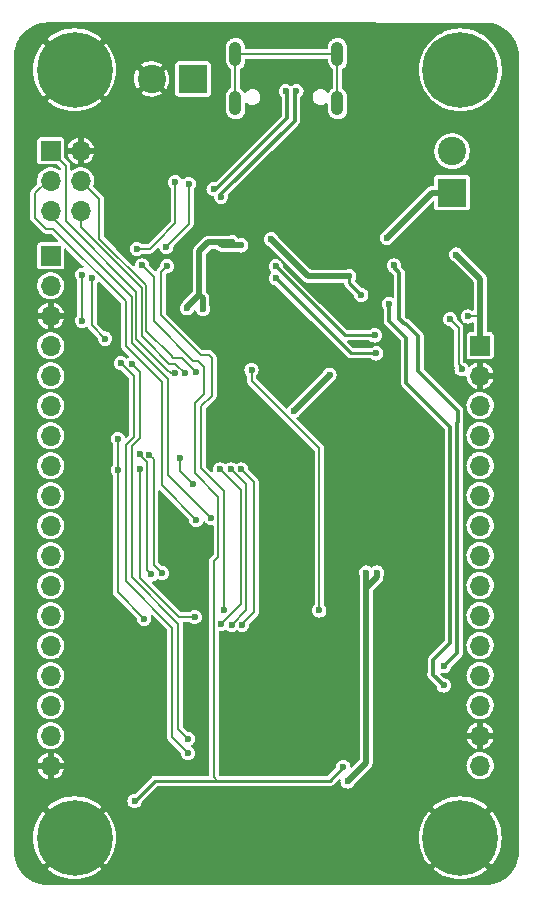
<source format=gbl>
G04 #@! TF.GenerationSoftware,KiCad,Pcbnew,(6.0.7)*
G04 #@! TF.CreationDate,2022-10-20T15:16:28+05:30*
G04 #@! TF.ProjectId,lornode,6c6f726e-6f64-4652-9e6b-696361645f70,rev?*
G04 #@! TF.SameCoordinates,Original*
G04 #@! TF.FileFunction,Copper,L2,Bot*
G04 #@! TF.FilePolarity,Positive*
%FSLAX46Y46*%
G04 Gerber Fmt 4.6, Leading zero omitted, Abs format (unit mm)*
G04 Created by KiCad (PCBNEW (6.0.7)) date 2022-10-20 15:16:28*
%MOMM*%
%LPD*%
G01*
G04 APERTURE LIST*
G04 #@! TA.AperFunction,ComponentPad*
%ADD10O,1.700000X1.700000*%
G04 #@! TD*
G04 #@! TA.AperFunction,ComponentPad*
%ADD11R,1.700000X1.700000*%
G04 #@! TD*
G04 #@! TA.AperFunction,ComponentPad*
%ADD12C,6.400000*%
G04 #@! TD*
G04 #@! TA.AperFunction,ComponentPad*
%ADD13O,1.050000X2.100000*%
G04 #@! TD*
G04 #@! TA.AperFunction,ComponentPad*
%ADD14C,2.400000*%
G04 #@! TD*
G04 #@! TA.AperFunction,ComponentPad*
%ADD15R,2.400000X2.400000*%
G04 #@! TD*
G04 #@! TA.AperFunction,ViaPad*
%ADD16C,0.600000*%
G04 #@! TD*
G04 #@! TA.AperFunction,Conductor*
%ADD17C,0.200000*%
G04 #@! TD*
G04 #@! TA.AperFunction,Conductor*
%ADD18C,0.500000*%
G04 #@! TD*
G04 #@! TA.AperFunction,Conductor*
%ADD19C,0.300000*%
G04 #@! TD*
G04 #@! TA.AperFunction,Conductor*
%ADD20C,0.250000*%
G04 #@! TD*
G04 APERTURE END LIST*
D10*
X157099000Y-61976000D03*
X154559000Y-61976000D03*
X157099000Y-59436000D03*
X154559000Y-59436000D03*
X157099000Y-56896000D03*
D11*
X154559000Y-56896000D03*
D12*
X156564000Y-50038000D03*
D13*
X170190000Y-48683500D03*
X178830000Y-48683500D03*
X170190000Y-52863500D03*
X178830000Y-52863500D03*
D14*
X188530000Y-56924000D03*
D15*
X188530000Y-60424000D03*
D10*
X154559000Y-108966000D03*
X154559000Y-106426000D03*
X154559000Y-103886000D03*
X154559000Y-101346000D03*
X154559000Y-98806000D03*
X154559000Y-96266000D03*
X154559000Y-93726000D03*
X154559000Y-91186000D03*
X154559000Y-88646000D03*
X154559000Y-86106000D03*
X154559000Y-83566000D03*
X154559000Y-81026000D03*
X154559000Y-78486000D03*
X154559000Y-75946000D03*
X154559000Y-73406000D03*
X154559000Y-70866000D03*
X154559000Y-68326000D03*
D11*
X154559000Y-65786000D03*
D12*
X189230000Y-115062000D03*
D14*
X163096000Y-50800000D03*
D15*
X166596000Y-50800000D03*
D12*
X189230000Y-50038000D03*
X156564000Y-115062000D03*
D10*
X190906400Y-108946000D03*
X190906400Y-106406000D03*
X190906400Y-103866000D03*
X190906400Y-101326000D03*
X190906400Y-98786000D03*
X190906400Y-96246000D03*
X190906400Y-93706000D03*
X190906400Y-91166000D03*
X190906400Y-88626000D03*
X190906400Y-86086000D03*
X190906400Y-83546000D03*
X190906400Y-81006000D03*
X190906400Y-78466000D03*
X190906400Y-75926000D03*
D11*
X190906400Y-73386000D03*
D16*
X188874400Y-65684400D03*
X189865000Y-70916800D03*
X182168800Y-92608400D03*
X181254400Y-92608400D03*
X179679600Y-110286800D03*
X158953200Y-68732400D03*
X186131200Y-68224400D03*
X158648400Y-102412800D03*
X162560000Y-112268000D03*
X170053000Y-68199000D03*
X183388000Y-118364000D03*
X178612800Y-95656400D03*
X162433000Y-61341000D03*
X167640000Y-111760000D03*
X169672000Y-111760000D03*
X169037000Y-66294000D03*
X183794400Y-87426800D03*
X181965600Y-84429600D03*
X185623200Y-110236000D03*
X184658000Y-112268000D03*
X162048645Y-118260295D03*
X164846000Y-55727600D03*
X188569600Y-66852800D03*
X183388000Y-115316000D03*
X183388000Y-113792000D03*
X170053000Y-66294000D03*
X159562800Y-97688400D03*
X171704000Y-111760000D03*
X179832000Y-111658400D03*
X162052000Y-113792000D03*
X169722800Y-55067200D03*
X162052000Y-115316000D03*
X160629600Y-55219600D03*
X170053000Y-67183000D03*
X187198000Y-98186300D03*
X179070000Y-55219600D03*
X159562800Y-76200000D03*
X187147200Y-64668400D03*
X183515000Y-50419000D03*
X181559200Y-91033600D03*
X178435000Y-61468000D03*
X169291000Y-71120000D03*
X177800000Y-111760000D03*
X165862000Y-111607600D03*
X193243200Y-67589400D03*
X183388000Y-116840000D03*
X186994800Y-85648800D03*
X169037000Y-67183000D03*
X193243200Y-66395600D03*
X186588400Y-106781600D03*
X179476400Y-69392800D03*
X169037000Y-68199000D03*
X173736000Y-111760000D03*
X187655200Y-103682800D03*
X165481000Y-67564000D03*
X162052000Y-116840000D03*
X165227000Y-70358000D03*
X159207200Y-80264000D03*
X173736000Y-70485000D03*
X165481000Y-68453000D03*
X177800000Y-69342000D03*
X170789600Y-55270400D03*
X177546000Y-61468000D03*
X175260000Y-111760000D03*
X183515000Y-48768000D03*
X178054000Y-55321200D03*
X163982400Y-92659200D03*
X162900271Y-82606962D03*
X187858400Y-100533200D03*
X183591200Y-66598800D03*
X183007000Y-64262000D03*
X166735200Y-96377200D03*
X162102800Y-83820000D03*
X166624000Y-85140800D03*
X165455600Y-82905600D03*
X180848000Y-69088000D03*
X183192274Y-69843062D03*
X170688000Y-64897000D03*
X179832000Y-67503000D03*
X173228000Y-64389000D03*
X166117462Y-70230791D03*
X187819300Y-102158800D03*
X169926000Y-64643000D03*
X167438943Y-70286472D03*
X182118000Y-74041000D03*
X173609000Y-67691000D03*
X173609000Y-66675000D03*
X181991000Y-72517000D03*
X168337801Y-60133801D03*
X174446965Y-51853268D03*
X168974199Y-60770199D03*
X175346965Y-51853268D03*
X157209877Y-67376923D03*
X157175200Y-71272400D03*
X160477200Y-74879200D03*
X166166800Y-107899200D03*
X159156400Y-72796400D03*
X158038800Y-67665600D03*
X166166800Y-106680000D03*
X161442400Y-74930000D03*
X188378379Y-71158516D03*
X189331600Y-75387200D03*
X162458400Y-96520000D03*
X160223200Y-81280000D03*
X160223200Y-83921600D03*
X166878000Y-75641200D03*
X165906259Y-75732906D03*
X168148000Y-87985600D03*
X166878000Y-88138000D03*
X165049200Y-75742800D03*
X179324000Y-109067600D03*
X162306000Y-66598800D03*
X161645600Y-111963200D03*
X170738800Y-97028000D03*
X170688000Y-83870800D03*
X169875200Y-97028000D03*
X169824400Y-83870800D03*
X161833479Y-65196926D03*
X165100000Y-59563000D03*
X164338000Y-65024000D03*
X166243000Y-59690000D03*
X168910000Y-83870800D03*
X168960800Y-96977200D03*
X178155600Y-75844400D03*
X175158400Y-78892400D03*
X171551600Y-75438000D03*
X177292000Y-95808800D03*
X162102800Y-82550000D03*
X163068000Y-92760800D03*
X164395667Y-66667971D03*
X169214800Y-95758000D03*
D17*
X189865000Y-70916800D02*
X190779400Y-70916800D01*
X190779400Y-70916800D02*
X190906400Y-71043800D01*
D18*
X188874400Y-65684400D02*
X190906400Y-67716400D01*
X190906400Y-71043800D02*
X190906400Y-73386000D01*
X190906400Y-67716400D02*
X190906400Y-71043800D01*
X181254400Y-108712000D02*
X179679600Y-110286800D01*
X182168800Y-93014800D02*
X181254400Y-93929200D01*
X181254400Y-93929200D02*
X181254400Y-108712000D01*
X181254400Y-92608400D02*
X181254400Y-93929200D01*
X182168800Y-92608400D02*
X182168800Y-93014800D01*
D17*
X163271200Y-82977891D02*
X162900271Y-82606962D01*
X163271200Y-91948000D02*
X163271200Y-82977891D01*
X163982400Y-92659200D02*
X163271200Y-91948000D01*
X178830000Y-52863500D02*
X178830000Y-48683500D01*
X170190000Y-48683500D02*
X178830000Y-48683500D01*
X170190000Y-52863500D02*
X170190000Y-48683500D01*
D18*
X183007000Y-64262000D02*
X186845000Y-60424000D01*
D19*
X188976000Y-99415600D02*
X188976000Y-79908400D01*
D18*
X186845000Y-60424000D02*
X188530000Y-60424000D01*
D19*
X189026800Y-79857600D02*
X189026800Y-78892400D01*
X184658000Y-71577200D02*
X184556400Y-71577200D01*
X185674000Y-75539600D02*
X185674000Y-72593200D01*
X184076869Y-67230731D02*
X183591200Y-66745061D01*
X188976000Y-79908400D02*
X189026800Y-79857600D01*
X187858400Y-100533200D02*
X188976000Y-99415600D01*
X183591200Y-66745061D02*
X183591200Y-66598800D01*
X184076869Y-71097669D02*
X184076869Y-67230731D01*
X189026800Y-78892400D02*
X185674000Y-75539600D01*
X184556400Y-71577200D02*
X184076869Y-71097669D01*
X185674000Y-72593200D02*
X184658000Y-71577200D01*
D17*
X165455600Y-83972400D02*
X166624000Y-85140800D01*
X165408000Y-96377200D02*
X166735200Y-96377200D01*
X164360200Y-95329400D02*
X162102800Y-93072000D01*
X162102800Y-93072000D02*
X162102800Y-83820000D01*
X165455600Y-82905600D02*
X165455600Y-83972400D01*
X164360200Y-95329400D02*
X165408000Y-96377200D01*
D18*
X167894000Y-64643000D02*
X168783000Y-64643000D01*
D17*
X187604400Y-99314000D02*
X188290200Y-98628200D01*
D19*
X183192274Y-71279874D02*
X183192274Y-69843062D01*
D17*
X186893200Y-101232700D02*
X186893200Y-101041200D01*
D18*
X167438943Y-69394943D02*
X167132000Y-69088000D01*
D20*
X179832000Y-68072000D02*
X180848000Y-69088000D01*
D18*
X166117462Y-70230791D02*
X166117462Y-70102538D01*
D17*
X186893200Y-101041200D02*
X186893200Y-100025200D01*
D18*
X176342000Y-67503000D02*
X173228000Y-64389000D01*
D17*
X187819300Y-102158800D02*
X186949850Y-101289350D01*
D19*
X188366400Y-98552000D02*
X186949850Y-99968550D01*
D18*
X167132000Y-65405000D02*
X167894000Y-64643000D01*
X170688000Y-64897000D02*
X169037000Y-64897000D01*
D20*
X179832000Y-67503000D02*
X179832000Y-68072000D01*
D18*
X167438943Y-70286472D02*
X167438943Y-69394943D01*
X166117462Y-70102538D02*
X167005000Y-69215000D01*
D17*
X186893200Y-100025200D02*
X187604400Y-99314000D01*
D19*
X188366400Y-80264000D02*
X188366400Y-98552000D01*
D18*
X167005000Y-69215000D02*
X167132000Y-69088000D01*
X169037000Y-64897000D02*
X168783000Y-64643000D01*
D19*
X184658000Y-72745600D02*
X183192274Y-71279874D01*
X188366400Y-98552000D02*
X188290200Y-98628200D01*
D18*
X167132000Y-69088000D02*
X167132000Y-65405000D01*
D19*
X184658000Y-72745600D02*
X184658000Y-76555600D01*
X186893200Y-101232700D02*
X187819300Y-102158800D01*
D18*
X179832000Y-67503000D02*
X176342000Y-67503000D01*
D17*
X186949850Y-101289350D02*
X186893200Y-101232700D01*
D19*
X184658000Y-76555600D02*
X188366400Y-80264000D01*
X186949850Y-99968550D02*
X186949850Y-101289350D01*
D18*
X168783000Y-64643000D02*
X169926000Y-64643000D01*
D20*
X173609000Y-67691000D02*
X179959000Y-74041000D01*
X179959000Y-74041000D02*
X182118000Y-74041000D01*
X179451000Y-72517000D02*
X173609000Y-66675000D01*
X181991000Y-72517000D02*
X179451000Y-72517000D01*
D19*
X168549934Y-60133801D02*
X174596964Y-54086771D01*
X168337801Y-60133801D02*
X168549934Y-60133801D01*
X174596964Y-54086771D02*
X174596964Y-52003267D01*
X174596964Y-52003267D02*
X174446965Y-51853268D01*
X175196966Y-52003267D02*
X175346965Y-51853268D01*
X168974199Y-60558066D02*
X175196966Y-54335299D01*
X168974199Y-60770199D02*
X168974199Y-60558066D01*
X175196966Y-54335299D02*
X175196966Y-52003267D01*
D17*
X164820600Y-97256600D02*
X164820600Y-106553000D01*
X160883600Y-81831914D02*
X160883600Y-93319600D01*
X161594800Y-81120714D02*
X160883600Y-81831914D01*
X160477200Y-74879200D02*
X161594800Y-75996800D01*
X157175200Y-71272400D02*
X157175200Y-67411600D01*
X161594800Y-75996800D02*
X161594800Y-81120714D01*
X164820600Y-106553000D02*
X166166800Y-107899200D01*
X157175200Y-67411600D02*
X157209877Y-67376923D01*
X160883600Y-93319600D02*
X164820600Y-97256600D01*
X159156400Y-72796400D02*
X158038800Y-71678800D01*
X161391600Y-81889600D02*
X161391600Y-93014800D01*
X161442400Y-74930000D02*
X162102800Y-75590400D01*
X162102800Y-75590400D02*
X162102800Y-81178400D01*
X158038800Y-67665600D02*
X158038800Y-69596000D01*
X165328600Y-96951800D02*
X165328600Y-105841800D01*
X161391600Y-93014800D02*
X165328600Y-96951800D01*
X165328600Y-105841800D02*
X166166800Y-106680000D01*
X162102800Y-81178400D02*
X161391600Y-81889600D01*
X158038800Y-71678800D02*
X158038800Y-69596000D01*
X188378379Y-71158516D02*
X189077600Y-71857737D01*
X189331600Y-75234800D02*
X189077600Y-74980800D01*
X189077600Y-71857737D02*
X189077600Y-72948800D01*
X189331600Y-75387200D02*
X189331600Y-75234800D01*
X189077600Y-74980800D02*
X189077600Y-72948800D01*
X160223200Y-84683600D02*
X160223200Y-81280000D01*
X162458400Y-96520000D02*
X160223200Y-94284800D01*
X160223200Y-94284800D02*
X160223200Y-84683600D01*
X160223200Y-84683600D02*
X160223200Y-83921600D01*
X165608000Y-74422000D02*
X165658800Y-74422000D01*
X158673800Y-64338200D02*
X158673800Y-61010800D01*
X158673800Y-61010800D02*
X157099000Y-59436000D01*
X164693600Y-74218800D02*
X164896800Y-74422000D01*
X165658800Y-74422000D02*
X166878000Y-75641200D01*
X164896800Y-74422000D02*
X165608000Y-74422000D01*
X162655200Y-68319600D02*
X162610800Y-68275200D01*
X162655200Y-70344714D02*
X162655200Y-68319600D01*
X162655200Y-72180400D02*
X164693600Y-74218800D01*
X162610800Y-68275200D02*
X158673800Y-64338200D01*
X162655200Y-70344714D02*
X162655200Y-72180400D01*
X162255200Y-70510400D02*
X162255200Y-72593200D01*
X164592000Y-74930000D02*
X165100000Y-74930000D01*
X162610800Y-72948800D02*
X164592000Y-74930000D01*
X162255200Y-72593200D02*
X162610800Y-72948800D01*
X157099000Y-63373000D02*
X157099000Y-61976000D01*
X162255200Y-70510400D02*
X162255200Y-68529200D01*
X165100000Y-74930000D02*
X165902906Y-75732906D01*
X165902906Y-75732906D02*
X165906259Y-75732906D01*
X162255200Y-68529200D02*
X157099000Y-63373000D01*
X161391600Y-69240400D02*
X156337000Y-64185800D01*
X164490400Y-76250800D02*
X161493200Y-73253600D01*
X168148000Y-87985600D02*
X164490400Y-84328000D01*
X161391600Y-73152000D02*
X161391600Y-69240400D01*
X161493200Y-73253600D02*
X161391600Y-73152000D01*
X164490400Y-84328000D02*
X164490400Y-76301600D01*
X154559000Y-62407800D02*
X154559000Y-61976000D01*
X156337000Y-64185800D02*
X154559000Y-62407800D01*
X164490400Y-76301600D02*
X164490400Y-76250800D01*
X160883600Y-73406000D02*
X160883600Y-69611071D01*
X153212800Y-62585600D02*
X153212800Y-60502800D01*
X163931600Y-76454000D02*
X160883600Y-73406000D01*
X154127200Y-63500000D02*
X153212800Y-62585600D01*
X154279600Y-59436000D02*
X154559000Y-59436000D01*
X154772528Y-63500000D02*
X154127200Y-63500000D01*
X163931600Y-85191600D02*
X163931600Y-76454000D01*
X153212800Y-60502800D02*
X154279600Y-59436000D01*
X160883600Y-69611071D02*
X154772528Y-63500000D01*
X166878000Y-88138000D02*
X163931600Y-85191600D01*
X164693600Y-75742800D02*
X165049200Y-75742800D01*
X161798000Y-72136000D02*
X161798000Y-72847200D01*
X161798000Y-72847200D02*
X164388800Y-75438000D01*
X161798000Y-68834000D02*
X155803600Y-62839600D01*
X161798000Y-72136000D02*
X161798000Y-68834000D01*
X155803600Y-58140600D02*
X154559000Y-56896000D01*
X164388800Y-75438000D02*
X164693600Y-75742800D01*
X155803600Y-62839600D02*
X155803600Y-58140600D01*
X166725600Y-84175600D02*
X166725600Y-78282800D01*
D20*
X168656000Y-110236000D02*
X178155600Y-110236000D01*
D17*
X168360800Y-109432800D02*
X168360800Y-109940800D01*
D20*
X178155600Y-110236000D02*
X179324000Y-109067600D01*
D17*
X163271200Y-67564000D02*
X162306000Y-66598800D01*
X163271200Y-71323200D02*
X163271200Y-67564000D01*
X168748000Y-86198000D02*
X166725600Y-84175600D01*
X167030400Y-74676000D02*
X166624000Y-74676000D01*
X168360800Y-109432800D02*
X168360800Y-91633600D01*
X168360800Y-109940800D02*
X168656000Y-110236000D01*
X166725600Y-78282800D02*
X167538400Y-77470000D01*
X166624000Y-74676000D02*
X163271200Y-71323200D01*
X167538400Y-77470000D02*
X167538400Y-75184000D01*
D20*
X161645600Y-111963200D02*
X163372800Y-110236000D01*
D17*
X168748000Y-91246400D02*
X168748000Y-86198000D01*
X168360800Y-91633600D02*
X168748000Y-91246400D01*
X167538400Y-75184000D02*
X167030400Y-74676000D01*
D20*
X163372800Y-110236000D02*
X168656000Y-110236000D01*
D17*
X171754800Y-95976272D02*
X171754800Y-84937600D01*
X171754800Y-84937600D02*
X170688000Y-83870800D01*
X170738800Y-97028000D02*
X170738800Y-96992271D01*
X170738800Y-96992271D02*
X171754800Y-95976272D01*
X171094400Y-85140800D02*
X169824400Y-83870800D01*
X171094400Y-95808800D02*
X171094400Y-85140800D01*
X169875200Y-97028000D02*
X171094400Y-95808800D01*
X163474400Y-64668400D02*
X162945874Y-65196926D01*
X165100000Y-63042800D02*
X165100000Y-59563000D01*
X163474400Y-64668400D02*
X165100000Y-63042800D01*
X162945874Y-65196926D02*
X161833479Y-65196926D01*
X166243000Y-63119000D02*
X166243000Y-59690000D01*
X164338000Y-65024000D02*
X166243000Y-63119000D01*
X170637200Y-95300800D02*
X170637200Y-86461600D01*
X168960800Y-96977200D02*
X170637200Y-95300800D01*
X170637200Y-85598000D02*
X170637200Y-86461600D01*
X168910000Y-83870800D02*
X170637200Y-85598000D01*
D18*
X178155600Y-75895200D02*
X175158400Y-78892400D01*
X178155600Y-75844400D02*
X178155600Y-75895200D01*
D17*
X177292000Y-82092800D02*
X173532800Y-78333600D01*
X173532800Y-78333600D02*
X171551600Y-76352400D01*
X177292000Y-95808800D02*
X177292000Y-82092800D01*
X171551600Y-76352400D02*
X171551600Y-75438000D01*
X162712400Y-83267620D02*
X162102800Y-82658020D01*
X162102800Y-82658020D02*
X162102800Y-82550000D01*
X162712400Y-92405200D02*
X162712400Y-83267620D01*
X163068000Y-92760800D02*
X162712400Y-92405200D01*
X169214800Y-93065600D02*
X169214800Y-91084400D01*
X167944800Y-74168000D02*
X167233600Y-74168000D01*
X169214800Y-91084400D02*
X169214800Y-85699600D01*
X167284400Y-78536800D02*
X168198800Y-77622400D01*
X167284400Y-83769200D02*
X167284400Y-78536800D01*
X169214800Y-93065600D02*
X169214800Y-95758000D01*
X168198800Y-74422000D02*
X167944800Y-74168000D01*
X163880800Y-67182838D02*
X164395667Y-66667971D01*
X168198800Y-77622400D02*
X168198800Y-74422000D01*
X163880800Y-70815200D02*
X163880800Y-67182838D01*
X169214800Y-85699600D02*
X167284400Y-83769200D01*
X167233600Y-74168000D02*
X163880800Y-70815200D01*
G04 #@! TA.AperFunction,Conductor*
G36*
X173048649Y-46025494D02*
G01*
X191293353Y-46030355D01*
X191310516Y-46031859D01*
X191319801Y-46033496D01*
X191319803Y-46033496D01*
X191328333Y-46035000D01*
X191336984Y-46033475D01*
X191359723Y-46032127D01*
X191644624Y-46048130D01*
X191655652Y-46049373D01*
X191962486Y-46101509D01*
X191973303Y-46103977D01*
X192272380Y-46190142D01*
X192282851Y-46193807D01*
X192570393Y-46312912D01*
X192580391Y-46317727D01*
X192852789Y-46468278D01*
X192862188Y-46474184D01*
X193116025Y-46654291D01*
X193124693Y-46661204D01*
X193356766Y-46868598D01*
X193364602Y-46876434D01*
X193571996Y-47108507D01*
X193578909Y-47117175D01*
X193638197Y-47200733D01*
X193759016Y-47371012D01*
X193764922Y-47380411D01*
X193795027Y-47434881D01*
X193915339Y-47652566D01*
X193915473Y-47652809D01*
X193920288Y-47662807D01*
X194035303Y-47940474D01*
X194039392Y-47950345D01*
X194043058Y-47960820D01*
X194116618Y-48216146D01*
X194129222Y-48259894D01*
X194131691Y-48270714D01*
X194134178Y-48285348D01*
X194183827Y-48577546D01*
X194185070Y-48588578D01*
X194201073Y-48873476D01*
X194199725Y-48896216D01*
X194198200Y-48904867D01*
X194199704Y-48913396D01*
X194201332Y-48922629D01*
X194202836Y-48939821D01*
X194202836Y-116160179D01*
X194201332Y-116177371D01*
X194198200Y-116195133D01*
X194199725Y-116203784D01*
X194201073Y-116226524D01*
X194185070Y-116511422D01*
X194183827Y-116522452D01*
X194133851Y-116816579D01*
X194131692Y-116829283D01*
X194129222Y-116840106D01*
X194043059Y-117139176D01*
X194039393Y-117149651D01*
X193956311Y-117350228D01*
X193920290Y-117437188D01*
X193915473Y-117447191D01*
X193764922Y-117719589D01*
X193759016Y-117728988D01*
X193578909Y-117982825D01*
X193571996Y-117991493D01*
X193364602Y-118223566D01*
X193356766Y-118231402D01*
X193124693Y-118438796D01*
X193116025Y-118445709D01*
X192972228Y-118547739D01*
X192862188Y-118625816D01*
X192852789Y-118631722D01*
X192580391Y-118782273D01*
X192570393Y-118787088D01*
X192282851Y-118906193D01*
X192272380Y-118909858D01*
X191973303Y-118996023D01*
X191962486Y-118998491D01*
X191655652Y-119050627D01*
X191644624Y-119051870D01*
X191359723Y-119067873D01*
X191336984Y-119066525D01*
X191328333Y-119065000D01*
X191319804Y-119066504D01*
X191310571Y-119068132D01*
X191293379Y-119069636D01*
X154349821Y-119069636D01*
X154332629Y-119068132D01*
X154323396Y-119066504D01*
X154314867Y-119065000D01*
X154306216Y-119066525D01*
X154283477Y-119067873D01*
X153998576Y-119051870D01*
X153987548Y-119050627D01*
X153680714Y-118998491D01*
X153669897Y-118996023D01*
X153370820Y-118909858D01*
X153360349Y-118906193D01*
X153072807Y-118787088D01*
X153062809Y-118782273D01*
X152790411Y-118631722D01*
X152781012Y-118625816D01*
X152670972Y-118547739D01*
X152527175Y-118445709D01*
X152518507Y-118438796D01*
X152286434Y-118231402D01*
X152278598Y-118223566D01*
X152071204Y-117991493D01*
X152064291Y-117982825D01*
X151884184Y-117728988D01*
X151878278Y-117719589D01*
X151872702Y-117709500D01*
X154275883Y-117709500D01*
X154276272Y-117711960D01*
X154278937Y-117715251D01*
X154501909Y-117895810D01*
X154506109Y-117898862D01*
X154809420Y-118095834D01*
X154813906Y-118098424D01*
X155136168Y-118262625D01*
X155140886Y-118264725D01*
X155478528Y-118394334D01*
X155483460Y-118395937D01*
X155832801Y-118489543D01*
X155837880Y-118490622D01*
X156195082Y-118547197D01*
X156200244Y-118547739D01*
X156561405Y-118566667D01*
X156566595Y-118566667D01*
X156927756Y-118547739D01*
X156932918Y-118547197D01*
X157290120Y-118490622D01*
X157295199Y-118489543D01*
X157644540Y-118395937D01*
X157649472Y-118394334D01*
X157987114Y-118264725D01*
X157991832Y-118262625D01*
X158314094Y-118098424D01*
X158318580Y-118095834D01*
X158621891Y-117898862D01*
X158626091Y-117895810D01*
X158844963Y-117718571D01*
X158850854Y-117709500D01*
X186941883Y-117709500D01*
X186942272Y-117711960D01*
X186944937Y-117715251D01*
X187167909Y-117895810D01*
X187172109Y-117898862D01*
X187475420Y-118095834D01*
X187479906Y-118098424D01*
X187802168Y-118262625D01*
X187806886Y-118264725D01*
X188144528Y-118394334D01*
X188149460Y-118395937D01*
X188498801Y-118489543D01*
X188503880Y-118490622D01*
X188861082Y-118547197D01*
X188866244Y-118547739D01*
X189227405Y-118566667D01*
X189232595Y-118566667D01*
X189593756Y-118547739D01*
X189598918Y-118547197D01*
X189956120Y-118490622D01*
X189961199Y-118489543D01*
X190310540Y-118395937D01*
X190315472Y-118394334D01*
X190653114Y-118264725D01*
X190657832Y-118262625D01*
X190980094Y-118098424D01*
X190984580Y-118095834D01*
X191287891Y-117898862D01*
X191292091Y-117895810D01*
X191510963Y-117718571D01*
X191518228Y-117707384D01*
X191518098Y-117704897D01*
X191515792Y-117701346D01*
X189241086Y-115426639D01*
X189229203Y-115420585D01*
X189224172Y-115421381D01*
X186947937Y-117697617D01*
X186941883Y-117709500D01*
X158850854Y-117709500D01*
X158852228Y-117707384D01*
X158852098Y-117704897D01*
X158849792Y-117701346D01*
X156575086Y-115426639D01*
X156563203Y-115420585D01*
X156558172Y-115421381D01*
X154281937Y-117697617D01*
X154275883Y-117709500D01*
X151872702Y-117709500D01*
X151727727Y-117447191D01*
X151722910Y-117437188D01*
X151686890Y-117350228D01*
X151603807Y-117149651D01*
X151600141Y-117139176D01*
X151513978Y-116840106D01*
X151511508Y-116829283D01*
X151509350Y-116816579D01*
X151459373Y-116522452D01*
X151458130Y-116511422D01*
X151442127Y-116226524D01*
X151443475Y-116203784D01*
X151445000Y-116195133D01*
X151441868Y-116177371D01*
X151441863Y-116177341D01*
X151440359Y-116160164D01*
X151440198Y-115064595D01*
X153059333Y-115064595D01*
X153078261Y-115425756D01*
X153078803Y-115430918D01*
X153135378Y-115788120D01*
X153136457Y-115793199D01*
X153230063Y-116142540D01*
X153231666Y-116147472D01*
X153361275Y-116485114D01*
X153363375Y-116489832D01*
X153527576Y-116812093D01*
X153530166Y-116816579D01*
X153727139Y-117119891D01*
X153730190Y-117124091D01*
X153907429Y-117342963D01*
X153918616Y-117350228D01*
X153921103Y-117350098D01*
X153924654Y-117347792D01*
X156199361Y-115073086D01*
X156204603Y-115062797D01*
X156922585Y-115062797D01*
X156923381Y-115067828D01*
X159199617Y-117344063D01*
X159211500Y-117350117D01*
X159213960Y-117349728D01*
X159217251Y-117347063D01*
X159397810Y-117124091D01*
X159400861Y-117119891D01*
X159597834Y-116816579D01*
X159600424Y-116812093D01*
X159764625Y-116489832D01*
X159766725Y-116485114D01*
X159896334Y-116147472D01*
X159897937Y-116142540D01*
X159991543Y-115793199D01*
X159992622Y-115788120D01*
X160049197Y-115430918D01*
X160049739Y-115425756D01*
X160068667Y-115064595D01*
X185725333Y-115064595D01*
X185744261Y-115425756D01*
X185744803Y-115430918D01*
X185801378Y-115788120D01*
X185802457Y-115793199D01*
X185896063Y-116142540D01*
X185897666Y-116147472D01*
X186027275Y-116485114D01*
X186029375Y-116489832D01*
X186193576Y-116812093D01*
X186196166Y-116816579D01*
X186393139Y-117119891D01*
X186396190Y-117124091D01*
X186573429Y-117342963D01*
X186584616Y-117350228D01*
X186587103Y-117350098D01*
X186590654Y-117347792D01*
X188865361Y-115073086D01*
X188870603Y-115062797D01*
X189588585Y-115062797D01*
X189589381Y-115067828D01*
X191865617Y-117344063D01*
X191877500Y-117350117D01*
X191879960Y-117349728D01*
X191883251Y-117347063D01*
X192063810Y-117124091D01*
X192066861Y-117119891D01*
X192263834Y-116816579D01*
X192266424Y-116812093D01*
X192430625Y-116489832D01*
X192432725Y-116485114D01*
X192562334Y-116147472D01*
X192563937Y-116142540D01*
X192657543Y-115793199D01*
X192658622Y-115788120D01*
X192715197Y-115430918D01*
X192715739Y-115425756D01*
X192734667Y-115064595D01*
X192734667Y-115059405D01*
X192715739Y-114698244D01*
X192715197Y-114693082D01*
X192658622Y-114335880D01*
X192657543Y-114330801D01*
X192563937Y-113981460D01*
X192562334Y-113976528D01*
X192432725Y-113638886D01*
X192430625Y-113634168D01*
X192266424Y-113311907D01*
X192263834Y-113307421D01*
X192066861Y-113004109D01*
X192063810Y-112999909D01*
X191886571Y-112781037D01*
X191875384Y-112773772D01*
X191872897Y-112773902D01*
X191869346Y-112776208D01*
X189594639Y-115050914D01*
X189588585Y-115062797D01*
X188870603Y-115062797D01*
X188871415Y-115061203D01*
X188870619Y-115056172D01*
X186594383Y-112779937D01*
X186582500Y-112773883D01*
X186580040Y-112774272D01*
X186576749Y-112776937D01*
X186396190Y-112999909D01*
X186393139Y-113004109D01*
X186196166Y-113307421D01*
X186193576Y-113311907D01*
X186029375Y-113634168D01*
X186027275Y-113638886D01*
X185897666Y-113976528D01*
X185896063Y-113981460D01*
X185802457Y-114330801D01*
X185801378Y-114335880D01*
X185744803Y-114693082D01*
X185744261Y-114698244D01*
X185725333Y-115059405D01*
X185725333Y-115064595D01*
X160068667Y-115064595D01*
X160068667Y-115059405D01*
X160049739Y-114698244D01*
X160049197Y-114693082D01*
X159992622Y-114335880D01*
X159991543Y-114330801D01*
X159897937Y-113981460D01*
X159896334Y-113976528D01*
X159766725Y-113638886D01*
X159764625Y-113634168D01*
X159600424Y-113311907D01*
X159597834Y-113307421D01*
X159400861Y-113004109D01*
X159397810Y-112999909D01*
X159220571Y-112781037D01*
X159209384Y-112773772D01*
X159206897Y-112773902D01*
X159203346Y-112776208D01*
X156928639Y-115050914D01*
X156922585Y-115062797D01*
X156204603Y-115062797D01*
X156205415Y-115061203D01*
X156204619Y-115056172D01*
X153928383Y-112779937D01*
X153916500Y-112773883D01*
X153914040Y-112774272D01*
X153910749Y-112776937D01*
X153730190Y-112999909D01*
X153727139Y-113004109D01*
X153530166Y-113307421D01*
X153527576Y-113311907D01*
X153363375Y-113634168D01*
X153361275Y-113638886D01*
X153231666Y-113976528D01*
X153230063Y-113981460D01*
X153136457Y-114330801D01*
X153135378Y-114335880D01*
X153078803Y-114693082D01*
X153078261Y-114698244D01*
X153059333Y-115059405D01*
X153059333Y-115064595D01*
X151440198Y-115064595D01*
X151439810Y-112416616D01*
X154275772Y-112416616D01*
X154275902Y-112419103D01*
X154278208Y-112422654D01*
X156552914Y-114697361D01*
X156564797Y-114703415D01*
X156569828Y-114702619D01*
X158846063Y-112426383D01*
X158852117Y-112414500D01*
X158851728Y-112412040D01*
X158849063Y-112408749D01*
X158626091Y-112228190D01*
X158621891Y-112225138D01*
X158318580Y-112028166D01*
X158314094Y-112025576D01*
X157991832Y-111861375D01*
X157987114Y-111859275D01*
X157649472Y-111729666D01*
X157644540Y-111728063D01*
X157295199Y-111634457D01*
X157290120Y-111633378D01*
X156932918Y-111576803D01*
X156927756Y-111576261D01*
X156566595Y-111557333D01*
X156561405Y-111557333D01*
X156200244Y-111576261D01*
X156195082Y-111576803D01*
X155837880Y-111633378D01*
X155832801Y-111634457D01*
X155483460Y-111728063D01*
X155478528Y-111729666D01*
X155140886Y-111859275D01*
X155136168Y-111861375D01*
X154813907Y-112025576D01*
X154809421Y-112028166D01*
X154506109Y-112225139D01*
X154501909Y-112228190D01*
X154283037Y-112405429D01*
X154275772Y-112416616D01*
X151439810Y-112416616D01*
X151439342Y-109229592D01*
X153439352Y-109229592D01*
X153469200Y-109347121D01*
X153472220Y-109355649D01*
X153556904Y-109539341D01*
X153561422Y-109547167D01*
X153678171Y-109712363D01*
X153684035Y-109719229D01*
X153828931Y-109860381D01*
X153835954Y-109866068D01*
X154004138Y-109978446D01*
X154012093Y-109982764D01*
X154197929Y-110062606D01*
X154206540Y-110065404D01*
X154293705Y-110085127D01*
X154306603Y-110083942D01*
X154308737Y-110076180D01*
X154809000Y-110076180D01*
X154813122Y-110088865D01*
X154814292Y-110089716D01*
X154820272Y-110090225D01*
X154824123Y-110089667D01*
X154832907Y-110087558D01*
X155024450Y-110022538D01*
X155032714Y-110018858D01*
X155209194Y-109920026D01*
X155216652Y-109914900D01*
X155372157Y-109785568D01*
X155378568Y-109779157D01*
X155507900Y-109623652D01*
X155513026Y-109616194D01*
X155611858Y-109439714D01*
X155615538Y-109431450D01*
X155680558Y-109239907D01*
X155682594Y-109231428D01*
X155680351Y-109218372D01*
X155679314Y-109217363D01*
X155673470Y-109216000D01*
X154824680Y-109216000D01*
X154811995Y-109220122D01*
X154809000Y-109224243D01*
X154809000Y-110076180D01*
X154308737Y-110076180D01*
X154309000Y-110075224D01*
X154309000Y-109231680D01*
X154304878Y-109218995D01*
X154300757Y-109216000D01*
X153451580Y-109216000D01*
X153439670Y-109219870D01*
X153439352Y-109229592D01*
X151439342Y-109229592D01*
X151439265Y-108701024D01*
X153437028Y-108701024D01*
X153437180Y-108712649D01*
X153447727Y-108716000D01*
X154293320Y-108716000D01*
X154306005Y-108711878D01*
X154309000Y-108707757D01*
X154309000Y-108700320D01*
X154809000Y-108700320D01*
X154813122Y-108713005D01*
X154817243Y-108716000D01*
X155667759Y-108716000D01*
X155679249Y-108712267D01*
X155679453Y-108701866D01*
X155638449Y-108556481D01*
X155635208Y-108548037D01*
X155545745Y-108366624D01*
X155541020Y-108358914D01*
X155419994Y-108196840D01*
X155413945Y-108190122D01*
X155265405Y-108052814D01*
X155258240Y-108047315D01*
X155087163Y-107939374D01*
X155079110Y-107935271D01*
X154891234Y-107860315D01*
X154882565Y-107857747D01*
X154824379Y-107846174D01*
X154811133Y-107847742D01*
X154811100Y-107847772D01*
X154809000Y-107855819D01*
X154809000Y-108700320D01*
X154309000Y-108700320D01*
X154309000Y-107857700D01*
X154304878Y-107845015D01*
X154304274Y-107844576D01*
X154297127Y-107844060D01*
X154264550Y-107849658D01*
X154255831Y-107851995D01*
X154066050Y-107922009D01*
X154057887Y-107925902D01*
X153884047Y-108029326D01*
X153876745Y-108034631D01*
X153724657Y-108168010D01*
X153718434Y-108174568D01*
X153593209Y-108333415D01*
X153588284Y-108340998D01*
X153494097Y-108520018D01*
X153490643Y-108528358D01*
X153437028Y-108701024D01*
X151439265Y-108701024D01*
X151438927Y-106395754D01*
X153403967Y-106395754D01*
X153409397Y-106478597D01*
X153412323Y-106523238D01*
X153417796Y-106606749D01*
X153418912Y-106611142D01*
X153418912Y-106611144D01*
X153441425Y-106699789D01*
X153469845Y-106811690D01*
X153471747Y-106815815D01*
X153471747Y-106815816D01*
X153510518Y-106899916D01*
X153558369Y-107003714D01*
X153680405Y-107176391D01*
X153831865Y-107323937D01*
X153835638Y-107326458D01*
X154003899Y-107438887D01*
X154003902Y-107438889D01*
X154007677Y-107441411D01*
X154104472Y-107482997D01*
X154197774Y-107523083D01*
X154197778Y-107523084D01*
X154201953Y-107524878D01*
X154206387Y-107525881D01*
X154206386Y-107525881D01*
X154403760Y-107570543D01*
X154403765Y-107570544D01*
X154408186Y-107571544D01*
X154513828Y-107575695D01*
X154614937Y-107579668D01*
X154614938Y-107579668D01*
X154619470Y-107579846D01*
X154828730Y-107549504D01*
X154833029Y-107548045D01*
X154833032Y-107548044D01*
X155024654Y-107482997D01*
X155028955Y-107481537D01*
X155038716Y-107476071D01*
X155209481Y-107380437D01*
X155213442Y-107378219D01*
X155376012Y-107243012D01*
X155511219Y-107080442D01*
X155614537Y-106895955D01*
X155636815Y-106830326D01*
X155681044Y-106700032D01*
X155681045Y-106700029D01*
X155682504Y-106695730D01*
X155707515Y-106523238D01*
X155712426Y-106489369D01*
X155712426Y-106489363D01*
X155712846Y-106486470D01*
X155714429Y-106426000D01*
X155695081Y-106215440D01*
X155655281Y-106074318D01*
X155638920Y-106016306D01*
X155638920Y-106016305D01*
X155637686Y-106011931D01*
X155544165Y-105822290D01*
X155417651Y-105652867D01*
X155262381Y-105509337D01*
X155227479Y-105487315D01*
X155087391Y-105398926D01*
X155083554Y-105396505D01*
X154887160Y-105318152D01*
X154679775Y-105276901D01*
X154575599Y-105275537D01*
X154472886Y-105274192D01*
X154472881Y-105274192D01*
X154468346Y-105274133D01*
X154463873Y-105274902D01*
X154463868Y-105274902D01*
X154364394Y-105291995D01*
X154259953Y-105309941D01*
X154061575Y-105383127D01*
X154057676Y-105385446D01*
X154057671Y-105385449D01*
X153907770Y-105474631D01*
X153879856Y-105491238D01*
X153876441Y-105494233D01*
X153876438Y-105494235D01*
X153861977Y-105506917D01*
X153720881Y-105630655D01*
X153718073Y-105634217D01*
X153602361Y-105780998D01*
X153589976Y-105796708D01*
X153491523Y-105983836D01*
X153490179Y-105988165D01*
X153438995Y-106153005D01*
X153428820Y-106185773D01*
X153403967Y-106395754D01*
X151438927Y-106395754D01*
X151438554Y-103855754D01*
X153403967Y-103855754D01*
X153408410Y-103923545D01*
X153416189Y-104042223D01*
X153417796Y-104066749D01*
X153418912Y-104071142D01*
X153418912Y-104071144D01*
X153441487Y-104160032D01*
X153469845Y-104271690D01*
X153471747Y-104275815D01*
X153471747Y-104275816D01*
X153510518Y-104359916D01*
X153558369Y-104463714D01*
X153680405Y-104636391D01*
X153831865Y-104783937D01*
X153835638Y-104786458D01*
X154003899Y-104898887D01*
X154003902Y-104898889D01*
X154007677Y-104901411D01*
X154104472Y-104942997D01*
X154197774Y-104983083D01*
X154197778Y-104983084D01*
X154201953Y-104984878D01*
X154206387Y-104985881D01*
X154206386Y-104985881D01*
X154403760Y-105030543D01*
X154403765Y-105030544D01*
X154408186Y-105031544D01*
X154513828Y-105035695D01*
X154614937Y-105039668D01*
X154614938Y-105039668D01*
X154619470Y-105039846D01*
X154828730Y-105009504D01*
X154833029Y-105008045D01*
X154833032Y-105008044D01*
X155024654Y-104942997D01*
X155028955Y-104941537D01*
X155062061Y-104922997D01*
X155209481Y-104840437D01*
X155213442Y-104838219D01*
X155376012Y-104703012D01*
X155511219Y-104540442D01*
X155614537Y-104355955D01*
X155615997Y-104351654D01*
X155681044Y-104160032D01*
X155681045Y-104160029D01*
X155682504Y-104155730D01*
X155712846Y-103946470D01*
X155713447Y-103923545D01*
X155714353Y-103888914D01*
X155714353Y-103888909D01*
X155714429Y-103886000D01*
X155712592Y-103866000D01*
X155695496Y-103679960D01*
X155695081Y-103675440D01*
X155637686Y-103471931D01*
X155544165Y-103282290D01*
X155417651Y-103112867D01*
X155262381Y-102969337D01*
X155083554Y-102856505D01*
X154887160Y-102778152D01*
X154679775Y-102736901D01*
X154575599Y-102735537D01*
X154472886Y-102734192D01*
X154472881Y-102734192D01*
X154468346Y-102734133D01*
X154463873Y-102734902D01*
X154463868Y-102734902D01*
X154367211Y-102751511D01*
X154259953Y-102769941D01*
X154061575Y-102843127D01*
X154057676Y-102845446D01*
X154057671Y-102845449D01*
X153887119Y-102946917D01*
X153879856Y-102951238D01*
X153876441Y-102954233D01*
X153876438Y-102954235D01*
X153861977Y-102966917D01*
X153720881Y-103090655D01*
X153718073Y-103094217D01*
X153605743Y-103236708D01*
X153589976Y-103256708D01*
X153587862Y-103260726D01*
X153502046Y-103423836D01*
X153491523Y-103443836D01*
X153428820Y-103645773D01*
X153403967Y-103855754D01*
X151438554Y-103855754D01*
X151438182Y-101315754D01*
X153403967Y-101315754D01*
X153407719Y-101372995D01*
X153416495Y-101506896D01*
X153417796Y-101526749D01*
X153418912Y-101531142D01*
X153418912Y-101531144D01*
X153441487Y-101620032D01*
X153469845Y-101731690D01*
X153471747Y-101735815D01*
X153471747Y-101735816D01*
X153527134Y-101855959D01*
X153558369Y-101923714D01*
X153680405Y-102096391D01*
X153831865Y-102243937D01*
X153835638Y-102246458D01*
X154003899Y-102358887D01*
X154003902Y-102358889D01*
X154007677Y-102361411D01*
X154104472Y-102402997D01*
X154197774Y-102443083D01*
X154197778Y-102443084D01*
X154201953Y-102444878D01*
X154206387Y-102445881D01*
X154206386Y-102445881D01*
X154403760Y-102490543D01*
X154403765Y-102490544D01*
X154408186Y-102491544D01*
X154513828Y-102495695D01*
X154614937Y-102499668D01*
X154614938Y-102499668D01*
X154619470Y-102499846D01*
X154828730Y-102469504D01*
X154833029Y-102468045D01*
X154833032Y-102468044D01*
X155024654Y-102402997D01*
X155028955Y-102401537D01*
X155062061Y-102382997D01*
X155140824Y-102338887D01*
X155213442Y-102298219D01*
X155376012Y-102163012D01*
X155511219Y-102000442D01*
X155614537Y-101815955D01*
X155615997Y-101811654D01*
X155681044Y-101620032D01*
X155681045Y-101620029D01*
X155682504Y-101615730D01*
X155712846Y-101406470D01*
X155713447Y-101383545D01*
X155714353Y-101348914D01*
X155714353Y-101348909D01*
X155714429Y-101346000D01*
X155712592Y-101326000D01*
X155702261Y-101213575D01*
X155695081Y-101135440D01*
X155686714Y-101105773D01*
X155638920Y-100936306D01*
X155638920Y-100936305D01*
X155637686Y-100931931D01*
X155544165Y-100742290D01*
X155417651Y-100572867D01*
X155262381Y-100429337D01*
X155083554Y-100316505D01*
X154887160Y-100238152D01*
X154679775Y-100196901D01*
X154575599Y-100195537D01*
X154472886Y-100194192D01*
X154472881Y-100194192D01*
X154468346Y-100194133D01*
X154463873Y-100194902D01*
X154463868Y-100194902D01*
X154367211Y-100211511D01*
X154259953Y-100229941D01*
X154061575Y-100303127D01*
X154057676Y-100305446D01*
X154057671Y-100305449D01*
X153887119Y-100406917D01*
X153879856Y-100411238D01*
X153876441Y-100414233D01*
X153876438Y-100414235D01*
X153861977Y-100426917D01*
X153720881Y-100550655D01*
X153718073Y-100554217D01*
X153605743Y-100696708D01*
X153589976Y-100716708D01*
X153587862Y-100720726D01*
X153502046Y-100883836D01*
X153491523Y-100903836D01*
X153428820Y-101105773D01*
X153428286Y-101110283D01*
X153428286Y-101110284D01*
X153425002Y-101138035D01*
X153403967Y-101315754D01*
X151438182Y-101315754D01*
X151437810Y-98775754D01*
X153403967Y-98775754D01*
X153408410Y-98843545D01*
X153416189Y-98962223D01*
X153417796Y-98986749D01*
X153418912Y-98991142D01*
X153418912Y-98991144D01*
X153441487Y-99080032D01*
X153469845Y-99191690D01*
X153471747Y-99195815D01*
X153471747Y-99195816D01*
X153510518Y-99279916D01*
X153558369Y-99383714D01*
X153680405Y-99556391D01*
X153831865Y-99703937D01*
X153835638Y-99706458D01*
X154003899Y-99818887D01*
X154003902Y-99818889D01*
X154007677Y-99821411D01*
X154104472Y-99862997D01*
X154197774Y-99903083D01*
X154197778Y-99903084D01*
X154201953Y-99904878D01*
X154206387Y-99905881D01*
X154206386Y-99905881D01*
X154403760Y-99950543D01*
X154403765Y-99950544D01*
X154408186Y-99951544D01*
X154513828Y-99955695D01*
X154614937Y-99959668D01*
X154614938Y-99959668D01*
X154619470Y-99959846D01*
X154828730Y-99929504D01*
X154833029Y-99928045D01*
X154833032Y-99928044D01*
X155024654Y-99862997D01*
X155028955Y-99861537D01*
X155062061Y-99842997D01*
X155140824Y-99798887D01*
X155213442Y-99758219D01*
X155376012Y-99623012D01*
X155511219Y-99460442D01*
X155614537Y-99275955D01*
X155615997Y-99271654D01*
X155681044Y-99080032D01*
X155681045Y-99080029D01*
X155682504Y-99075730D01*
X155712846Y-98866470D01*
X155713447Y-98843545D01*
X155714353Y-98808914D01*
X155714353Y-98808909D01*
X155714429Y-98806000D01*
X155712592Y-98786000D01*
X155695496Y-98599960D01*
X155695081Y-98595440D01*
X155637686Y-98391931D01*
X155544165Y-98202290D01*
X155417651Y-98032867D01*
X155262381Y-97889337D01*
X155083554Y-97776505D01*
X154887160Y-97698152D01*
X154679775Y-97656901D01*
X154575599Y-97655537D01*
X154472886Y-97654192D01*
X154472881Y-97654192D01*
X154468346Y-97654133D01*
X154463873Y-97654902D01*
X154463868Y-97654902D01*
X154367211Y-97671511D01*
X154259953Y-97689941D01*
X154061575Y-97763127D01*
X154057676Y-97765446D01*
X154057671Y-97765449D01*
X153887119Y-97866917D01*
X153879856Y-97871238D01*
X153876441Y-97874233D01*
X153876438Y-97874235D01*
X153861977Y-97886917D01*
X153720881Y-98010655D01*
X153718073Y-98014217D01*
X153605743Y-98156708D01*
X153589976Y-98176708D01*
X153587862Y-98180726D01*
X153502046Y-98343836D01*
X153491523Y-98363836D01*
X153428820Y-98565773D01*
X153403967Y-98775754D01*
X151437810Y-98775754D01*
X151437438Y-96235754D01*
X153403967Y-96235754D01*
X153406947Y-96281223D01*
X153416189Y-96422223D01*
X153417796Y-96446749D01*
X153418912Y-96451142D01*
X153418912Y-96451144D01*
X153441487Y-96540032D01*
X153469845Y-96651690D01*
X153471747Y-96655815D01*
X153471747Y-96655816D01*
X153542567Y-96809436D01*
X153558369Y-96843714D01*
X153680405Y-97016391D01*
X153831865Y-97163937D01*
X153835638Y-97166458D01*
X154003899Y-97278887D01*
X154003902Y-97278889D01*
X154007677Y-97281411D01*
X154104472Y-97322997D01*
X154197774Y-97363083D01*
X154197778Y-97363084D01*
X154201953Y-97364878D01*
X154206387Y-97365881D01*
X154206386Y-97365881D01*
X154403760Y-97410543D01*
X154403765Y-97410544D01*
X154408186Y-97411544D01*
X154513828Y-97415695D01*
X154614937Y-97419668D01*
X154614938Y-97419668D01*
X154619470Y-97419846D01*
X154828730Y-97389504D01*
X154833029Y-97388045D01*
X154833032Y-97388044D01*
X155024654Y-97322997D01*
X155028955Y-97321537D01*
X155062061Y-97302997D01*
X155209481Y-97220437D01*
X155213442Y-97218219D01*
X155376012Y-97083012D01*
X155511219Y-96920442D01*
X155578486Y-96800329D01*
X155612319Y-96739916D01*
X155612320Y-96739914D01*
X155614537Y-96735955D01*
X155615997Y-96731654D01*
X155681044Y-96540032D01*
X155681045Y-96540029D01*
X155682504Y-96535730D01*
X155700085Y-96414482D01*
X155712426Y-96329369D01*
X155712426Y-96329363D01*
X155712846Y-96326470D01*
X155713447Y-96303545D01*
X155714353Y-96268914D01*
X155714353Y-96268909D01*
X155714429Y-96266000D01*
X155712592Y-96246000D01*
X155703278Y-96144642D01*
X155695081Y-96055440D01*
X155655281Y-95914318D01*
X155638920Y-95856306D01*
X155638920Y-95856305D01*
X155637686Y-95851931D01*
X155544165Y-95662290D01*
X155417651Y-95492867D01*
X155262381Y-95349337D01*
X155235112Y-95332131D01*
X155087391Y-95238926D01*
X155083554Y-95236505D01*
X154887160Y-95158152D01*
X154679775Y-95116901D01*
X154575599Y-95115537D01*
X154472886Y-95114192D01*
X154472881Y-95114192D01*
X154468346Y-95114133D01*
X154463873Y-95114902D01*
X154463868Y-95114902D01*
X154367211Y-95131511D01*
X154259953Y-95149941D01*
X154061575Y-95223127D01*
X154057676Y-95225446D01*
X154057671Y-95225449D01*
X153883762Y-95328914D01*
X153879856Y-95331238D01*
X153876441Y-95334233D01*
X153876438Y-95334235D01*
X153834381Y-95371118D01*
X153720881Y-95470655D01*
X153718073Y-95474217D01*
X153605743Y-95616708D01*
X153589976Y-95636708D01*
X153587862Y-95640726D01*
X153496049Y-95815234D01*
X153491523Y-95823836D01*
X153487651Y-95836306D01*
X153434402Y-96007797D01*
X153428820Y-96025773D01*
X153428286Y-96030283D01*
X153428286Y-96030284D01*
X153406490Y-96214441D01*
X153403967Y-96235754D01*
X151437438Y-96235754D01*
X151437066Y-93695754D01*
X153403967Y-93695754D01*
X153408410Y-93763545D01*
X153416189Y-93882223D01*
X153417796Y-93906749D01*
X153418912Y-93911142D01*
X153418912Y-93911144D01*
X153441487Y-94000032D01*
X153469845Y-94111690D01*
X153471747Y-94115815D01*
X153471747Y-94115816D01*
X153510518Y-94199916D01*
X153558369Y-94303714D01*
X153680405Y-94476391D01*
X153831865Y-94623937D01*
X153835638Y-94626458D01*
X154003899Y-94738887D01*
X154003902Y-94738889D01*
X154007677Y-94741411D01*
X154104472Y-94782997D01*
X154197774Y-94823083D01*
X154197778Y-94823084D01*
X154201953Y-94824878D01*
X154206387Y-94825881D01*
X154206386Y-94825881D01*
X154403760Y-94870543D01*
X154403765Y-94870544D01*
X154408186Y-94871544D01*
X154513828Y-94875695D01*
X154614937Y-94879668D01*
X154614938Y-94879668D01*
X154619470Y-94879846D01*
X154828730Y-94849504D01*
X154833029Y-94848045D01*
X154833032Y-94848044D01*
X155024654Y-94782997D01*
X155028955Y-94781537D01*
X155062061Y-94762997D01*
X155209481Y-94680437D01*
X155213442Y-94678219D01*
X155376012Y-94543012D01*
X155511219Y-94380442D01*
X155614537Y-94195955D01*
X155615997Y-94191654D01*
X155681044Y-94000032D01*
X155681045Y-94000029D01*
X155682504Y-93995730D01*
X155686855Y-93965719D01*
X155712426Y-93789369D01*
X155712426Y-93789363D01*
X155712846Y-93786470D01*
X155713253Y-93770946D01*
X155714353Y-93728914D01*
X155714353Y-93728909D01*
X155714429Y-93726000D01*
X155712592Y-93706000D01*
X155704193Y-93614601D01*
X155695081Y-93515440D01*
X155637686Y-93311931D01*
X155628334Y-93292966D01*
X155572520Y-93179788D01*
X155544165Y-93122290D01*
X155429227Y-92968369D01*
X155420367Y-92956504D01*
X155420366Y-92956503D01*
X155417651Y-92952867D01*
X155262381Y-92809337D01*
X155083554Y-92696505D01*
X154887160Y-92618152D01*
X154679775Y-92576901D01*
X154575599Y-92575537D01*
X154472886Y-92574192D01*
X154472881Y-92574192D01*
X154468346Y-92574133D01*
X154463873Y-92574902D01*
X154463868Y-92574902D01*
X154367211Y-92591511D01*
X154259953Y-92609941D01*
X154061575Y-92683127D01*
X154057676Y-92685446D01*
X154057671Y-92685449D01*
X153887119Y-92786917D01*
X153879856Y-92791238D01*
X153876441Y-92794233D01*
X153876438Y-92794235D01*
X153844825Y-92821959D01*
X153720881Y-92930655D01*
X153718073Y-92934217D01*
X153594633Y-93090801D01*
X153589976Y-93096708D01*
X153587862Y-93100726D01*
X153502046Y-93263836D01*
X153491523Y-93283836D01*
X153476898Y-93330936D01*
X153434943Y-93466055D01*
X153428820Y-93485773D01*
X153403967Y-93695754D01*
X151437066Y-93695754D01*
X151436694Y-91155754D01*
X153403967Y-91155754D01*
X153408410Y-91223545D01*
X153416189Y-91342223D01*
X153417796Y-91366749D01*
X153418912Y-91371142D01*
X153418912Y-91371144D01*
X153440697Y-91456921D01*
X153469845Y-91571690D01*
X153471747Y-91575815D01*
X153471747Y-91575816D01*
X153510518Y-91659916D01*
X153558369Y-91763714D01*
X153680405Y-91936391D01*
X153831865Y-92083937D01*
X153835638Y-92086458D01*
X154003899Y-92198887D01*
X154003902Y-92198889D01*
X154007677Y-92201411D01*
X154104472Y-92242997D01*
X154197774Y-92283083D01*
X154197778Y-92283084D01*
X154201953Y-92284878D01*
X154206387Y-92285881D01*
X154206386Y-92285881D01*
X154403760Y-92330543D01*
X154403765Y-92330544D01*
X154408186Y-92331544D01*
X154513828Y-92335695D01*
X154614937Y-92339668D01*
X154614938Y-92339668D01*
X154619470Y-92339846D01*
X154828730Y-92309504D01*
X154833029Y-92308045D01*
X154833032Y-92308044D01*
X155024654Y-92242997D01*
X155028955Y-92241537D01*
X155038716Y-92236071D01*
X155145110Y-92176487D01*
X155213442Y-92138219D01*
X155376012Y-92003012D01*
X155511219Y-91840442D01*
X155614537Y-91655955D01*
X155615997Y-91651654D01*
X155681044Y-91460032D01*
X155681045Y-91460029D01*
X155682504Y-91455730D01*
X155712846Y-91246470D01*
X155713447Y-91223545D01*
X155714353Y-91188914D01*
X155714353Y-91188909D01*
X155714429Y-91186000D01*
X155712592Y-91166000D01*
X155695496Y-90979960D01*
X155695081Y-90975440D01*
X155637686Y-90771931D01*
X155544165Y-90582290D01*
X155417651Y-90412867D01*
X155262381Y-90269337D01*
X155083554Y-90156505D01*
X154887160Y-90078152D01*
X154679775Y-90036901D01*
X154575599Y-90035537D01*
X154472886Y-90034192D01*
X154472881Y-90034192D01*
X154468346Y-90034133D01*
X154463873Y-90034902D01*
X154463868Y-90034902D01*
X154367211Y-90051511D01*
X154259953Y-90069941D01*
X154061575Y-90143127D01*
X154057676Y-90145446D01*
X154057671Y-90145449D01*
X153887119Y-90246917D01*
X153879856Y-90251238D01*
X153876441Y-90254233D01*
X153876438Y-90254235D01*
X153861977Y-90266917D01*
X153720881Y-90390655D01*
X153718073Y-90394217D01*
X153605743Y-90536708D01*
X153589976Y-90556708D01*
X153587862Y-90560726D01*
X153502046Y-90723836D01*
X153491523Y-90743836D01*
X153428820Y-90945773D01*
X153428286Y-90950283D01*
X153428286Y-90950284D01*
X153417727Y-91039501D01*
X153403967Y-91155754D01*
X151436694Y-91155754D01*
X151436322Y-88615754D01*
X153403967Y-88615754D01*
X153408410Y-88683545D01*
X153416189Y-88802223D01*
X153417796Y-88826749D01*
X153418912Y-88831142D01*
X153418912Y-88831144D01*
X153441487Y-88920032D01*
X153469845Y-89031690D01*
X153471747Y-89035815D01*
X153471747Y-89035816D01*
X153510518Y-89119916D01*
X153558369Y-89223714D01*
X153680405Y-89396391D01*
X153831865Y-89543937D01*
X153835638Y-89546458D01*
X154003899Y-89658887D01*
X154003902Y-89658889D01*
X154007677Y-89661411D01*
X154104472Y-89702997D01*
X154197774Y-89743083D01*
X154197778Y-89743084D01*
X154201953Y-89744878D01*
X154206387Y-89745881D01*
X154206386Y-89745881D01*
X154403760Y-89790543D01*
X154403765Y-89790544D01*
X154408186Y-89791544D01*
X154513828Y-89795695D01*
X154614937Y-89799668D01*
X154614938Y-89799668D01*
X154619470Y-89799846D01*
X154828730Y-89769504D01*
X154833029Y-89768045D01*
X154833032Y-89768044D01*
X155024654Y-89702997D01*
X155028955Y-89701537D01*
X155062061Y-89682997D01*
X155209481Y-89600437D01*
X155213442Y-89598219D01*
X155376012Y-89463012D01*
X155511219Y-89300442D01*
X155614537Y-89115955D01*
X155615997Y-89111654D01*
X155681044Y-88920032D01*
X155681045Y-88920029D01*
X155682504Y-88915730D01*
X155698962Y-88802223D01*
X155712426Y-88709369D01*
X155712426Y-88709363D01*
X155712846Y-88706470D01*
X155713447Y-88683545D01*
X155714353Y-88648914D01*
X155714353Y-88648909D01*
X155714429Y-88646000D01*
X155713445Y-88635284D01*
X155695496Y-88439960D01*
X155695081Y-88435440D01*
X155637686Y-88231931D01*
X155544165Y-88042290D01*
X155417651Y-87872867D01*
X155262381Y-87729337D01*
X155235082Y-87712112D01*
X155087391Y-87618926D01*
X155083554Y-87616505D01*
X154887160Y-87538152D01*
X154679775Y-87496901D01*
X154575599Y-87495537D01*
X154472886Y-87494192D01*
X154472881Y-87494192D01*
X154468346Y-87494133D01*
X154463873Y-87494902D01*
X154463868Y-87494902D01*
X154367211Y-87511511D01*
X154259953Y-87529941D01*
X154061575Y-87603127D01*
X154057676Y-87605446D01*
X154057671Y-87605449D01*
X153883762Y-87708914D01*
X153879856Y-87711238D01*
X153876441Y-87714233D01*
X153876438Y-87714235D01*
X153861977Y-87726917D01*
X153720881Y-87850655D01*
X153718073Y-87854217D01*
X153605743Y-87996708D01*
X153589976Y-88016708D01*
X153587862Y-88020726D01*
X153502046Y-88183836D01*
X153491523Y-88203836D01*
X153487651Y-88216306D01*
X153464482Y-88290924D01*
X153428820Y-88405773D01*
X153403967Y-88615754D01*
X151436322Y-88615754D01*
X151435950Y-86075754D01*
X153403967Y-86075754D01*
X153408410Y-86143545D01*
X153416189Y-86262223D01*
X153417796Y-86286749D01*
X153418912Y-86291142D01*
X153418912Y-86291144D01*
X153441487Y-86380032D01*
X153469845Y-86491690D01*
X153471747Y-86495815D01*
X153471747Y-86495816D01*
X153510518Y-86579916D01*
X153558369Y-86683714D01*
X153680405Y-86856391D01*
X153831865Y-87003937D01*
X153835638Y-87006458D01*
X154003899Y-87118887D01*
X154003902Y-87118889D01*
X154007677Y-87121411D01*
X154104472Y-87162997D01*
X154197774Y-87203083D01*
X154197778Y-87203084D01*
X154201953Y-87204878D01*
X154206387Y-87205881D01*
X154206386Y-87205881D01*
X154403760Y-87250543D01*
X154403765Y-87250544D01*
X154408186Y-87251544D01*
X154513828Y-87255695D01*
X154614937Y-87259668D01*
X154614938Y-87259668D01*
X154619470Y-87259846D01*
X154828730Y-87229504D01*
X154833029Y-87228045D01*
X154833032Y-87228044D01*
X155024654Y-87162997D01*
X155028955Y-87161537D01*
X155062061Y-87142997D01*
X155209481Y-87060437D01*
X155213442Y-87058219D01*
X155376012Y-86923012D01*
X155511219Y-86760442D01*
X155614537Y-86575955D01*
X155615997Y-86571654D01*
X155681044Y-86380032D01*
X155681045Y-86380029D01*
X155682504Y-86375730D01*
X155712846Y-86166470D01*
X155713447Y-86143545D01*
X155714353Y-86108914D01*
X155714353Y-86108909D01*
X155714429Y-86106000D01*
X155712592Y-86086000D01*
X155695496Y-85899960D01*
X155695081Y-85895440D01*
X155637686Y-85691931D01*
X155544165Y-85502290D01*
X155417651Y-85332867D01*
X155262381Y-85189337D01*
X155083554Y-85076505D01*
X154887160Y-84998152D01*
X154679775Y-84956901D01*
X154575599Y-84955537D01*
X154472886Y-84954192D01*
X154472881Y-84954192D01*
X154468346Y-84954133D01*
X154463873Y-84954902D01*
X154463868Y-84954902D01*
X154367211Y-84971511D01*
X154259953Y-84989941D01*
X154061575Y-85063127D01*
X154057676Y-85065446D01*
X154057671Y-85065449D01*
X153887119Y-85166917D01*
X153879856Y-85171238D01*
X153876441Y-85174233D01*
X153876438Y-85174235D01*
X153773262Y-85264718D01*
X153720881Y-85310655D01*
X153718073Y-85314217D01*
X153602156Y-85461258D01*
X153589976Y-85476708D01*
X153587862Y-85480726D01*
X153502046Y-85643836D01*
X153491523Y-85663836D01*
X153484065Y-85687855D01*
X153433339Y-85851221D01*
X153428820Y-85865773D01*
X153403967Y-86075754D01*
X151435950Y-86075754D01*
X151435578Y-83535754D01*
X153403967Y-83535754D01*
X153406471Y-83573954D01*
X153416189Y-83722223D01*
X153417796Y-83746749D01*
X153418912Y-83751142D01*
X153418912Y-83751144D01*
X153441487Y-83840032D01*
X153469845Y-83951690D01*
X153471747Y-83955815D01*
X153471747Y-83955816D01*
X153536924Y-84097195D01*
X153558369Y-84143714D01*
X153680405Y-84316391D01*
X153831865Y-84463937D01*
X153835638Y-84466458D01*
X154003899Y-84578887D01*
X154003902Y-84578889D01*
X154007677Y-84581411D01*
X154104472Y-84622997D01*
X154197774Y-84663083D01*
X154197778Y-84663084D01*
X154201953Y-84664878D01*
X154206387Y-84665881D01*
X154206386Y-84665881D01*
X154403760Y-84710543D01*
X154403765Y-84710544D01*
X154408186Y-84711544D01*
X154513828Y-84715695D01*
X154614937Y-84719668D01*
X154614938Y-84719668D01*
X154619470Y-84719846D01*
X154828730Y-84689504D01*
X154833029Y-84688045D01*
X154833032Y-84688044D01*
X155024654Y-84622997D01*
X155028955Y-84621537D01*
X155062061Y-84602997D01*
X155209481Y-84520437D01*
X155213442Y-84518219D01*
X155376012Y-84383012D01*
X155511219Y-84220442D01*
X155584713Y-84089209D01*
X155612319Y-84039916D01*
X155612320Y-84039914D01*
X155614537Y-84035955D01*
X155617386Y-84027562D01*
X155681044Y-83840032D01*
X155681045Y-83840029D01*
X155682504Y-83835730D01*
X155700149Y-83714038D01*
X155712426Y-83629369D01*
X155712426Y-83629363D01*
X155712846Y-83626470D01*
X155713447Y-83603545D01*
X155714353Y-83568914D01*
X155714353Y-83568909D01*
X155714429Y-83566000D01*
X155712592Y-83546000D01*
X155702719Y-83438564D01*
X155695081Y-83355440D01*
X155655612Y-83215492D01*
X155638920Y-83156306D01*
X155638920Y-83156305D01*
X155637686Y-83151931D01*
X155544165Y-82962290D01*
X155417651Y-82792867D01*
X155262381Y-82649337D01*
X155250246Y-82641680D01*
X155087391Y-82538926D01*
X155083554Y-82536505D01*
X154887160Y-82458152D01*
X154679775Y-82416901D01*
X154575599Y-82415537D01*
X154472886Y-82414192D01*
X154472881Y-82414192D01*
X154468346Y-82414133D01*
X154463873Y-82414902D01*
X154463868Y-82414902D01*
X154367211Y-82431511D01*
X154259953Y-82449941D01*
X154061575Y-82523127D01*
X154057676Y-82525446D01*
X154057671Y-82525449D01*
X153887119Y-82626917D01*
X153879856Y-82631238D01*
X153876441Y-82634233D01*
X153876438Y-82634235D01*
X153773262Y-82724718D01*
X153720881Y-82770655D01*
X153718073Y-82774217D01*
X153605743Y-82916708D01*
X153589976Y-82936708D01*
X153587862Y-82940726D01*
X153502046Y-83103836D01*
X153491523Y-83123836D01*
X153488043Y-83135044D01*
X153441246Y-83285756D01*
X153428820Y-83325773D01*
X153428286Y-83330283D01*
X153428286Y-83330284D01*
X153414460Y-83447103D01*
X153403967Y-83535754D01*
X151435578Y-83535754D01*
X151435341Y-81920968D01*
X151435205Y-80995754D01*
X153403967Y-80995754D01*
X153408410Y-81063545D01*
X153416189Y-81182223D01*
X153417796Y-81206749D01*
X153418912Y-81211142D01*
X153418912Y-81211144D01*
X153440465Y-81296009D01*
X153469845Y-81411690D01*
X153471747Y-81415815D01*
X153471747Y-81415816D01*
X153510518Y-81499916D01*
X153558369Y-81603714D01*
X153680405Y-81776391D01*
X153831865Y-81923937D01*
X153835638Y-81926458D01*
X154003899Y-82038887D01*
X154003902Y-82038889D01*
X154007677Y-82041411D01*
X154103143Y-82082426D01*
X154197774Y-82123083D01*
X154197778Y-82123084D01*
X154201953Y-82124878D01*
X154206387Y-82125881D01*
X154206386Y-82125881D01*
X154403760Y-82170543D01*
X154403765Y-82170544D01*
X154408186Y-82171544D01*
X154513828Y-82175695D01*
X154614937Y-82179668D01*
X154614938Y-82179668D01*
X154619470Y-82179846D01*
X154828730Y-82149504D01*
X154833029Y-82148045D01*
X154833032Y-82148044D01*
X155024654Y-82082997D01*
X155028955Y-82081537D01*
X155062061Y-82062997D01*
X155157073Y-82009787D01*
X155213442Y-81978219D01*
X155376012Y-81843012D01*
X155511219Y-81680442D01*
X155614537Y-81495955D01*
X155615997Y-81491654D01*
X155681044Y-81300032D01*
X155681045Y-81300029D01*
X155682504Y-81295730D01*
X155696080Y-81202103D01*
X155712426Y-81089369D01*
X155712426Y-81089363D01*
X155712846Y-81086470D01*
X155713447Y-81063545D01*
X155714353Y-81028914D01*
X155714353Y-81028909D01*
X155714429Y-81026000D01*
X155712592Y-81006000D01*
X155698888Y-80856871D01*
X155695081Y-80815440D01*
X155637686Y-80611931D01*
X155544165Y-80422290D01*
X155417651Y-80252867D01*
X155262381Y-80109337D01*
X155201279Y-80070784D01*
X155087391Y-79998926D01*
X155083554Y-79996505D01*
X154887160Y-79918152D01*
X154679775Y-79876901D01*
X154575599Y-79875537D01*
X154472886Y-79874192D01*
X154472881Y-79874192D01*
X154468346Y-79874133D01*
X154463873Y-79874902D01*
X154463868Y-79874902D01*
X154367211Y-79891511D01*
X154259953Y-79909941D01*
X154061575Y-79983127D01*
X154057676Y-79985446D01*
X154057671Y-79985449D01*
X153887119Y-80086917D01*
X153879856Y-80091238D01*
X153876441Y-80094233D01*
X153876438Y-80094235D01*
X153861977Y-80106917D01*
X153720881Y-80230655D01*
X153718073Y-80234217D01*
X153605743Y-80376708D01*
X153589976Y-80396708D01*
X153587862Y-80400726D01*
X153502046Y-80563836D01*
X153491523Y-80583836D01*
X153428820Y-80785773D01*
X153403967Y-80995754D01*
X151435205Y-80995754D01*
X151434833Y-78455754D01*
X153403967Y-78455754D01*
X153408410Y-78523545D01*
X153416189Y-78642223D01*
X153417796Y-78666749D01*
X153418912Y-78671142D01*
X153418912Y-78671144D01*
X153440903Y-78757731D01*
X153469845Y-78871690D01*
X153471747Y-78875815D01*
X153471747Y-78875816D01*
X153510518Y-78959916D01*
X153558369Y-79063714D01*
X153680405Y-79236391D01*
X153831865Y-79383937D01*
X153835638Y-79386458D01*
X154003899Y-79498887D01*
X154003902Y-79498889D01*
X154007677Y-79501411D01*
X154104472Y-79542997D01*
X154197774Y-79583083D01*
X154197778Y-79583084D01*
X154201953Y-79584878D01*
X154206387Y-79585881D01*
X154206386Y-79585881D01*
X154403760Y-79630543D01*
X154403765Y-79630544D01*
X154408186Y-79631544D01*
X154513828Y-79635695D01*
X154614937Y-79639668D01*
X154614938Y-79639668D01*
X154619470Y-79639846D01*
X154828730Y-79609504D01*
X154833029Y-79608045D01*
X154833032Y-79608044D01*
X155024654Y-79542997D01*
X155028955Y-79541537D01*
X155062061Y-79522997D01*
X155209481Y-79440437D01*
X155213442Y-79438219D01*
X155376012Y-79303012D01*
X155511219Y-79140442D01*
X155614537Y-78955955D01*
X155615997Y-78951654D01*
X155681044Y-78760032D01*
X155681045Y-78760029D01*
X155682504Y-78755730D01*
X155692090Y-78689621D01*
X155712426Y-78549369D01*
X155712426Y-78549363D01*
X155712846Y-78546470D01*
X155713447Y-78523545D01*
X155714353Y-78488914D01*
X155714353Y-78488909D01*
X155714429Y-78486000D01*
X155712592Y-78466000D01*
X155703574Y-78367864D01*
X155695081Y-78275440D01*
X155682346Y-78230284D01*
X155638920Y-78076306D01*
X155638920Y-78076305D01*
X155637686Y-78071931D01*
X155544165Y-77882290D01*
X155417651Y-77712867D01*
X155262381Y-77569337D01*
X155083554Y-77456505D01*
X154887160Y-77378152D01*
X154679775Y-77336901D01*
X154575599Y-77335537D01*
X154472886Y-77334192D01*
X154472881Y-77334192D01*
X154468346Y-77334133D01*
X154463873Y-77334902D01*
X154463868Y-77334902D01*
X154367211Y-77351511D01*
X154259953Y-77369941D01*
X154061575Y-77443127D01*
X154057676Y-77445446D01*
X154057671Y-77445449D01*
X153887119Y-77546917D01*
X153879856Y-77551238D01*
X153876441Y-77554233D01*
X153876438Y-77554235D01*
X153861977Y-77566917D01*
X153720881Y-77690655D01*
X153718073Y-77694217D01*
X153603735Y-77839255D01*
X153589976Y-77856708D01*
X153587862Y-77860726D01*
X153502046Y-78023836D01*
X153491523Y-78043836D01*
X153487651Y-78056306D01*
X153439320Y-78211959D01*
X153428820Y-78245773D01*
X153428286Y-78250283D01*
X153428286Y-78250284D01*
X153414370Y-78367864D01*
X153403967Y-78455754D01*
X151434833Y-78455754D01*
X151434461Y-75915754D01*
X153403967Y-75915754D01*
X153407725Y-75973091D01*
X153415606Y-76093329D01*
X153417796Y-76126749D01*
X153418912Y-76131142D01*
X153418912Y-76131144D01*
X153453501Y-76267336D01*
X153469845Y-76331690D01*
X153471747Y-76335815D01*
X153471747Y-76335816D01*
X153540358Y-76484644D01*
X153558369Y-76523714D01*
X153680405Y-76696391D01*
X153831865Y-76843937D01*
X153835638Y-76846458D01*
X154003899Y-76958887D01*
X154003902Y-76958889D01*
X154007677Y-76961411D01*
X154104472Y-77002997D01*
X154197774Y-77043083D01*
X154197778Y-77043084D01*
X154201953Y-77044878D01*
X154206387Y-77045881D01*
X154206386Y-77045881D01*
X154403760Y-77090543D01*
X154403765Y-77090544D01*
X154408186Y-77091544D01*
X154513828Y-77095695D01*
X154614937Y-77099668D01*
X154614938Y-77099668D01*
X154619470Y-77099846D01*
X154828730Y-77069504D01*
X154833029Y-77068045D01*
X154833032Y-77068044D01*
X155024654Y-77002997D01*
X155028955Y-77001537D01*
X155213442Y-76898219D01*
X155376012Y-76763012D01*
X155511219Y-76600442D01*
X155584265Y-76470009D01*
X155612319Y-76419916D01*
X155612320Y-76419914D01*
X155614537Y-76415955D01*
X155637441Y-76348482D01*
X155681044Y-76220032D01*
X155681045Y-76220029D01*
X155682504Y-76215730D01*
X155700484Y-76091727D01*
X155712426Y-76009369D01*
X155712426Y-76009363D01*
X155712846Y-76006470D01*
X155713154Y-75994726D01*
X155714353Y-75948914D01*
X155714353Y-75948909D01*
X155714429Y-75946000D01*
X155711308Y-75912028D01*
X155699441Y-75782888D01*
X155695081Y-75735440D01*
X155643885Y-75553910D01*
X155638920Y-75536306D01*
X155638920Y-75536305D01*
X155637686Y-75531931D01*
X155544165Y-75342290D01*
X155430890Y-75190596D01*
X155420367Y-75176504D01*
X155420366Y-75176503D01*
X155417651Y-75172867D01*
X155262381Y-75029337D01*
X155227479Y-75007315D01*
X155087391Y-74918926D01*
X155083554Y-74916505D01*
X154887160Y-74838152D01*
X154679775Y-74796901D01*
X154575599Y-74795537D01*
X154472886Y-74794192D01*
X154472881Y-74794192D01*
X154468346Y-74794133D01*
X154463873Y-74794902D01*
X154463868Y-74794902D01*
X154364394Y-74811995D01*
X154259953Y-74829941D01*
X154061575Y-74903127D01*
X154057676Y-74905446D01*
X154057671Y-74905449D01*
X153907770Y-74994631D01*
X153879856Y-75011238D01*
X153876441Y-75014233D01*
X153876438Y-75014235D01*
X153798847Y-75082281D01*
X153720881Y-75150655D01*
X153718073Y-75154217D01*
X153622666Y-75275241D01*
X153589976Y-75316708D01*
X153587862Y-75320726D01*
X153534963Y-75421271D01*
X153491523Y-75503836D01*
X153475975Y-75553910D01*
X153432453Y-75694074D01*
X153428820Y-75705773D01*
X153428286Y-75710283D01*
X153428286Y-75710284D01*
X153405863Y-75899739D01*
X153403967Y-75915754D01*
X151434461Y-75915754D01*
X151434089Y-73375754D01*
X153403967Y-73375754D01*
X153409168Y-73455109D01*
X153416026Y-73559738D01*
X153417796Y-73586749D01*
X153418912Y-73591142D01*
X153418912Y-73591144D01*
X153441487Y-73680032D01*
X153469845Y-73791690D01*
X153471747Y-73795815D01*
X153471747Y-73795816D01*
X153510518Y-73879916D01*
X153558369Y-73983714D01*
X153680405Y-74156391D01*
X153831865Y-74303937D01*
X153835638Y-74306458D01*
X154003899Y-74418887D01*
X154003902Y-74418889D01*
X154007677Y-74421411D01*
X154104472Y-74462997D01*
X154197774Y-74503083D01*
X154197778Y-74503084D01*
X154201953Y-74504878D01*
X154206387Y-74505881D01*
X154206386Y-74505881D01*
X154403760Y-74550543D01*
X154403765Y-74550544D01*
X154408186Y-74551544D01*
X154513828Y-74555695D01*
X154614937Y-74559668D01*
X154614938Y-74559668D01*
X154619470Y-74559846D01*
X154828730Y-74529504D01*
X154833029Y-74528045D01*
X154833032Y-74528044D01*
X155024654Y-74462997D01*
X155028955Y-74461537D01*
X155037375Y-74456822D01*
X155155845Y-74390475D01*
X155213442Y-74358219D01*
X155376012Y-74223012D01*
X155511219Y-74060442D01*
X155606294Y-73890674D01*
X155612319Y-73879916D01*
X155612320Y-73879914D01*
X155614537Y-73875955D01*
X155633231Y-73820883D01*
X155681044Y-73680032D01*
X155681045Y-73680029D01*
X155682504Y-73675730D01*
X155694007Y-73596395D01*
X155712426Y-73469369D01*
X155712426Y-73469363D01*
X155712846Y-73466470D01*
X155712973Y-73461641D01*
X155714353Y-73408914D01*
X155714353Y-73408909D01*
X155714429Y-73406000D01*
X155713992Y-73401235D01*
X155695496Y-73199960D01*
X155695081Y-73195440D01*
X155671409Y-73111504D01*
X155638920Y-72996306D01*
X155638920Y-72996305D01*
X155637686Y-72991931D01*
X155544165Y-72802290D01*
X155417651Y-72632867D01*
X155262381Y-72489337D01*
X155235746Y-72472531D01*
X155087391Y-72378926D01*
X155083554Y-72376505D01*
X154887160Y-72298152D01*
X154679775Y-72256901D01*
X154575599Y-72255537D01*
X154472886Y-72254192D01*
X154472881Y-72254192D01*
X154468346Y-72254133D01*
X154463873Y-72254902D01*
X154463868Y-72254902D01*
X154365156Y-72271864D01*
X154259953Y-72289941D01*
X154061575Y-72363127D01*
X154057676Y-72365446D01*
X154057671Y-72365449D01*
X153901216Y-72458530D01*
X153879856Y-72471238D01*
X153876441Y-72474233D01*
X153876438Y-72474235D01*
X153773262Y-72564718D01*
X153720881Y-72610655D01*
X153718073Y-72614217D01*
X153627616Y-72728962D01*
X153589976Y-72776708D01*
X153587862Y-72780726D01*
X153493984Y-72959159D01*
X153491523Y-72963836D01*
X153428820Y-73165773D01*
X153428286Y-73170283D01*
X153428286Y-73170284D01*
X153422458Y-73219529D01*
X153403967Y-73375754D01*
X151434089Y-73375754D01*
X151433760Y-71129592D01*
X153439352Y-71129592D01*
X153469200Y-71247121D01*
X153472220Y-71255649D01*
X153556904Y-71439341D01*
X153561422Y-71447167D01*
X153678171Y-71612363D01*
X153684035Y-71619229D01*
X153828931Y-71760381D01*
X153835954Y-71766068D01*
X154004138Y-71878446D01*
X154012093Y-71882764D01*
X154197929Y-71962606D01*
X154206540Y-71965404D01*
X154293705Y-71985127D01*
X154306603Y-71983942D01*
X154308737Y-71976180D01*
X154809000Y-71976180D01*
X154813122Y-71988865D01*
X154814292Y-71989716D01*
X154820272Y-71990225D01*
X154824123Y-71989667D01*
X154832907Y-71987558D01*
X155024450Y-71922538D01*
X155032714Y-71918858D01*
X155209194Y-71820026D01*
X155216652Y-71814900D01*
X155372157Y-71685568D01*
X155378568Y-71679157D01*
X155507900Y-71523652D01*
X155513026Y-71516194D01*
X155611858Y-71339714D01*
X155615538Y-71331450D01*
X155680558Y-71139907D01*
X155682594Y-71131428D01*
X155680351Y-71118372D01*
X155679314Y-71117363D01*
X155673470Y-71116000D01*
X154824680Y-71116000D01*
X154811995Y-71120122D01*
X154809000Y-71124243D01*
X154809000Y-71976180D01*
X154308737Y-71976180D01*
X154309000Y-71975224D01*
X154309000Y-71131680D01*
X154304878Y-71118995D01*
X154300757Y-71116000D01*
X153451580Y-71116000D01*
X153439670Y-71119870D01*
X153439352Y-71129592D01*
X151433760Y-71129592D01*
X151433682Y-70601024D01*
X153437028Y-70601024D01*
X153437180Y-70612649D01*
X153447727Y-70616000D01*
X154293320Y-70616000D01*
X154306005Y-70611878D01*
X154309000Y-70607757D01*
X154309000Y-70600320D01*
X154809000Y-70600320D01*
X154813122Y-70613005D01*
X154817243Y-70616000D01*
X155667759Y-70616000D01*
X155679249Y-70612267D01*
X155679453Y-70601866D01*
X155638449Y-70456481D01*
X155635208Y-70448037D01*
X155545745Y-70266624D01*
X155541020Y-70258914D01*
X155419994Y-70096840D01*
X155413945Y-70090122D01*
X155265405Y-69952814D01*
X155258240Y-69947315D01*
X155087163Y-69839374D01*
X155079110Y-69835271D01*
X154891234Y-69760315D01*
X154882565Y-69757747D01*
X154824379Y-69746174D01*
X154811133Y-69747742D01*
X154811100Y-69747772D01*
X154809000Y-69755819D01*
X154809000Y-70600320D01*
X154309000Y-70600320D01*
X154309000Y-69757700D01*
X154304878Y-69745015D01*
X154304274Y-69744576D01*
X154297127Y-69744060D01*
X154264550Y-69749658D01*
X154255831Y-69751995D01*
X154066050Y-69822009D01*
X154057887Y-69825902D01*
X153884047Y-69929326D01*
X153876745Y-69934631D01*
X153724657Y-70068010D01*
X153718434Y-70074568D01*
X153593209Y-70233415D01*
X153588284Y-70240998D01*
X153494097Y-70420018D01*
X153490643Y-70428358D01*
X153437028Y-70601024D01*
X151433682Y-70601024D01*
X151433344Y-68295754D01*
X153403967Y-68295754D01*
X153406259Y-68330728D01*
X153416225Y-68482776D01*
X153417796Y-68506749D01*
X153418912Y-68511142D01*
X153418912Y-68511144D01*
X153441487Y-68600032D01*
X153469845Y-68711690D01*
X153471747Y-68715815D01*
X153471747Y-68715816D01*
X153546127Y-68877158D01*
X153558369Y-68903714D01*
X153680405Y-69076391D01*
X153831865Y-69223937D01*
X153835638Y-69226458D01*
X154003899Y-69338887D01*
X154003902Y-69338889D01*
X154007677Y-69341411D01*
X154104472Y-69382997D01*
X154197774Y-69423083D01*
X154197778Y-69423084D01*
X154201953Y-69424878D01*
X154206387Y-69425881D01*
X154206386Y-69425881D01*
X154403760Y-69470543D01*
X154403765Y-69470544D01*
X154408186Y-69471544D01*
X154513828Y-69475695D01*
X154614937Y-69479668D01*
X154614938Y-69479668D01*
X154619470Y-69479846D01*
X154828730Y-69449504D01*
X154833029Y-69448045D01*
X154833032Y-69448044D01*
X155024654Y-69382997D01*
X155028955Y-69381537D01*
X155213442Y-69278219D01*
X155376012Y-69143012D01*
X155511219Y-68980442D01*
X155614537Y-68795955D01*
X155619950Y-68780010D01*
X155681044Y-68600032D01*
X155681045Y-68600029D01*
X155682504Y-68595730D01*
X155698882Y-68482776D01*
X155712426Y-68389369D01*
X155712426Y-68389363D01*
X155712846Y-68386470D01*
X155714306Y-68330728D01*
X155714353Y-68328914D01*
X155714353Y-68328909D01*
X155714429Y-68326000D01*
X155713974Y-68321041D01*
X155700245Y-68171638D01*
X155695081Y-68115440D01*
X155682945Y-68072407D01*
X155638920Y-67916306D01*
X155638920Y-67916305D01*
X155637686Y-67911931D01*
X155544165Y-67722290D01*
X155417651Y-67552867D01*
X155262381Y-67409337D01*
X155231321Y-67389739D01*
X155087391Y-67298926D01*
X155083554Y-67296505D01*
X154887160Y-67218152D01*
X154679775Y-67176901D01*
X154575599Y-67175537D01*
X154472886Y-67174192D01*
X154472881Y-67174192D01*
X154468346Y-67174133D01*
X154463873Y-67174902D01*
X154463868Y-67174902D01*
X154361414Y-67192507D01*
X154259953Y-67209941D01*
X154061575Y-67283127D01*
X154057676Y-67285446D01*
X154057671Y-67285449D01*
X153883762Y-67388914D01*
X153879856Y-67391238D01*
X153876441Y-67394233D01*
X153876438Y-67394235D01*
X153861977Y-67406917D01*
X153720881Y-67530655D01*
X153718073Y-67534217D01*
X153594476Y-67691000D01*
X153589976Y-67696708D01*
X153587862Y-67700726D01*
X153512549Y-67843873D01*
X153491523Y-67883836D01*
X153468737Y-67957218D01*
X153437669Y-68057276D01*
X153428820Y-68085773D01*
X153428286Y-68090283D01*
X153428286Y-68090284D01*
X153407302Y-68267581D01*
X153403967Y-68295754D01*
X151433344Y-68295754D01*
X151432516Y-62649033D01*
X152812300Y-62649033D01*
X152819755Y-62671975D01*
X152823381Y-62687081D01*
X152827154Y-62710904D01*
X152838105Y-62732397D01*
X152844048Y-62746743D01*
X152851504Y-62769690D01*
X152856085Y-62775995D01*
X152865683Y-62789205D01*
X152873798Y-62802446D01*
X152884750Y-62823942D01*
X152907313Y-62846505D01*
X152907316Y-62846509D01*
X153866291Y-63805484D01*
X153866295Y-63805487D01*
X153888858Y-63828050D01*
X153910354Y-63839002D01*
X153923593Y-63847116D01*
X153943110Y-63861296D01*
X153950521Y-63863704D01*
X153966057Y-63868752D01*
X153980403Y-63874695D01*
X154001896Y-63885646D01*
X154009589Y-63886864D01*
X154009591Y-63886865D01*
X154025719Y-63889419D01*
X154040820Y-63893044D01*
X154063767Y-63900500D01*
X154565627Y-63900500D01*
X154623818Y-63919407D01*
X154635631Y-63929496D01*
X155172631Y-64466496D01*
X155200408Y-64521013D01*
X155190837Y-64581445D01*
X155147572Y-64624710D01*
X155102627Y-64635500D01*
X153664354Y-64635500D01*
X153647951Y-64637452D01*
X153645531Y-64637740D01*
X153645530Y-64637740D01*
X153638154Y-64638618D01*
X153535847Y-64684061D01*
X153529390Y-64690529D01*
X153529389Y-64690530D01*
X153495976Y-64724002D01*
X153456759Y-64763287D01*
X153411494Y-64865673D01*
X153408500Y-64891354D01*
X153408500Y-66680646D01*
X153411618Y-66706846D01*
X153457061Y-66809153D01*
X153536287Y-66888241D01*
X153558734Y-66898165D01*
X153631864Y-66930496D01*
X153631866Y-66930496D01*
X153638673Y-66933506D01*
X153646067Y-66934368D01*
X153661378Y-66936153D01*
X153664354Y-66936500D01*
X155453646Y-66936500D01*
X155471561Y-66934368D01*
X155472469Y-66934260D01*
X155472470Y-66934260D01*
X155479846Y-66933382D01*
X155582153Y-66887939D01*
X155661241Y-66808713D01*
X155684739Y-66755562D01*
X155703496Y-66713136D01*
X155703496Y-66713134D01*
X155706506Y-66706327D01*
X155709500Y-66680646D01*
X155709500Y-65242373D01*
X155728407Y-65184182D01*
X155777907Y-65148218D01*
X155839093Y-65148218D01*
X155878504Y-65172369D01*
X156722376Y-66016240D01*
X157311709Y-66605573D01*
X157339486Y-66660090D01*
X157329915Y-66720522D01*
X157286650Y-66763787D01*
X157228783Y-66773730D01*
X157216311Y-66772088D01*
X157209877Y-66771241D01*
X157053115Y-66791879D01*
X156907036Y-66852387D01*
X156781595Y-66948641D01*
X156685341Y-67074082D01*
X156624833Y-67220161D01*
X156604195Y-67376923D01*
X156624833Y-67533685D01*
X156685341Y-67679764D01*
X156689292Y-67684913D01*
X156754242Y-67769558D01*
X156774700Y-67829825D01*
X156774700Y-70776527D01*
X156755793Y-70834718D01*
X156749375Y-70842233D01*
X156746918Y-70844118D01*
X156650664Y-70969559D01*
X156590156Y-71115638D01*
X156569518Y-71272400D01*
X156570365Y-71278834D01*
X156572386Y-71294184D01*
X156590156Y-71429162D01*
X156650664Y-71575241D01*
X156746918Y-71700682D01*
X156872359Y-71796936D01*
X157018438Y-71857444D01*
X157175200Y-71878082D01*
X157331962Y-71857444D01*
X157478041Y-71796936D01*
X157506873Y-71774812D01*
X157564547Y-71754389D01*
X157623213Y-71771766D01*
X157655347Y-71808408D01*
X157664105Y-71825597D01*
X157670048Y-71839943D01*
X157677504Y-71862890D01*
X157688807Y-71878446D01*
X157691683Y-71882405D01*
X157699798Y-71895646D01*
X157710750Y-71917142D01*
X157733313Y-71939705D01*
X157733316Y-71939709D01*
X158522569Y-72728962D01*
X158550346Y-72783479D01*
X158551122Y-72793334D01*
X158550718Y-72796400D01*
X158551565Y-72802834D01*
X158553015Y-72813846D01*
X158571356Y-72953162D01*
X158631864Y-73099241D01*
X158728118Y-73224682D01*
X158853559Y-73320936D01*
X158999638Y-73381444D01*
X159156400Y-73402082D01*
X159313162Y-73381444D01*
X159459241Y-73320936D01*
X159584682Y-73224682D01*
X159680936Y-73099241D01*
X159741444Y-72953162D01*
X159759785Y-72813846D01*
X159761235Y-72802834D01*
X159762082Y-72796400D01*
X159760019Y-72780726D01*
X159742291Y-72646074D01*
X159741444Y-72639638D01*
X159680936Y-72493559D01*
X159584682Y-72368118D01*
X159459241Y-72271864D01*
X159313162Y-72211356D01*
X159156400Y-72190718D01*
X159156371Y-72190722D01*
X159100775Y-72172658D01*
X159088962Y-72162569D01*
X158468296Y-71541903D01*
X158440519Y-71487386D01*
X158439300Y-71471899D01*
X158439300Y-68161473D01*
X158458207Y-68103282D01*
X158464625Y-68095767D01*
X158467082Y-68093882D01*
X158542912Y-67995058D01*
X158593337Y-67960403D01*
X158654501Y-67962005D01*
X158691458Y-67985322D01*
X160454104Y-69747967D01*
X160481881Y-69802484D01*
X160483100Y-69817971D01*
X160483100Y-73469433D01*
X160490555Y-73492375D01*
X160494181Y-73507481D01*
X160497954Y-73531304D01*
X160508905Y-73552797D01*
X160514848Y-73567143D01*
X160522304Y-73590090D01*
X160526885Y-73596395D01*
X160536483Y-73609605D01*
X160544598Y-73622846D01*
X160555550Y-73644342D01*
X160578113Y-73666905D01*
X160578116Y-73666909D01*
X161161233Y-74250026D01*
X161189010Y-74304543D01*
X161179439Y-74364975D01*
X161141961Y-74404469D01*
X161139559Y-74405464D01*
X161064581Y-74462997D01*
X161048818Y-74475092D01*
X160991143Y-74495516D01*
X160932477Y-74478138D01*
X160914035Y-74460640D01*
X160914020Y-74460655D01*
X160913434Y-74460069D01*
X160910012Y-74456822D01*
X160909435Y-74456070D01*
X160905482Y-74450918D01*
X160780041Y-74354664D01*
X160633962Y-74294156D01*
X160477200Y-74273518D01*
X160320438Y-74294156D01*
X160174359Y-74354664D01*
X160048918Y-74450918D01*
X159952664Y-74576359D01*
X159892156Y-74722438D01*
X159871518Y-74879200D01*
X159892156Y-75035962D01*
X159952664Y-75182041D01*
X160048918Y-75307482D01*
X160174359Y-75403736D01*
X160320438Y-75464244D01*
X160442480Y-75480311D01*
X160470766Y-75484035D01*
X160477200Y-75484882D01*
X160477229Y-75484878D01*
X160532825Y-75502942D01*
X160544638Y-75513031D01*
X161165304Y-76133697D01*
X161193081Y-76188214D01*
X161194300Y-76203701D01*
X161194300Y-80913813D01*
X161175393Y-80972004D01*
X161165304Y-80983817D01*
X160974795Y-81174326D01*
X160920278Y-81202103D01*
X160859846Y-81192532D01*
X160816581Y-81149267D01*
X160809164Y-81129945D01*
X160809091Y-81129673D01*
X160808244Y-81123238D01*
X160747736Y-80977159D01*
X160651482Y-80851718D01*
X160526041Y-80755464D01*
X160379962Y-80694956D01*
X160223200Y-80674318D01*
X160066438Y-80694956D01*
X159920359Y-80755464D01*
X159794918Y-80851718D01*
X159698664Y-80977159D01*
X159638156Y-81123238D01*
X159617518Y-81280000D01*
X159638156Y-81436762D01*
X159698664Y-81582841D01*
X159794918Y-81708282D01*
X159794943Y-81708301D01*
X159821481Y-81760386D01*
X159822700Y-81775873D01*
X159822700Y-83425727D01*
X159803793Y-83483918D01*
X159797375Y-83491433D01*
X159794918Y-83493318D01*
X159698664Y-83618759D01*
X159638156Y-83764838D01*
X159617518Y-83921600D01*
X159638156Y-84078362D01*
X159698664Y-84224441D01*
X159794918Y-84349882D01*
X159794943Y-84349901D01*
X159821481Y-84401986D01*
X159822700Y-84417473D01*
X159822700Y-94348233D01*
X159830155Y-94371175D01*
X159833781Y-94386281D01*
X159837554Y-94410104D01*
X159848505Y-94431597D01*
X159854448Y-94445943D01*
X159861904Y-94468890D01*
X159866485Y-94475195D01*
X159876083Y-94488405D01*
X159884198Y-94501646D01*
X159895150Y-94523142D01*
X159917713Y-94545705D01*
X159917716Y-94545709D01*
X160883962Y-95511954D01*
X161824569Y-96452561D01*
X161852346Y-96507078D01*
X161853122Y-96516933D01*
X161852718Y-96520000D01*
X161873356Y-96676762D01*
X161933864Y-96822841D01*
X162030118Y-96948282D01*
X162155559Y-97044536D01*
X162301638Y-97105044D01*
X162458400Y-97125682D01*
X162615162Y-97105044D01*
X162761241Y-97044536D01*
X162886682Y-96948282D01*
X162982936Y-96822841D01*
X163043444Y-96676762D01*
X163064082Y-96520000D01*
X163043444Y-96363238D01*
X163009472Y-96281222D01*
X163004671Y-96220226D01*
X163036640Y-96168057D01*
X163093168Y-96144642D01*
X163152663Y-96158925D01*
X163170940Y-96173333D01*
X164391104Y-97393497D01*
X164418881Y-97448014D01*
X164420100Y-97463501D01*
X164420100Y-106616433D01*
X164427555Y-106639375D01*
X164431181Y-106654481D01*
X164432035Y-106659870D01*
X164434954Y-106678304D01*
X164445905Y-106699797D01*
X164451848Y-106714143D01*
X164459304Y-106737090D01*
X164463885Y-106743395D01*
X164473483Y-106756605D01*
X164481598Y-106769846D01*
X164492550Y-106791342D01*
X164515113Y-106813905D01*
X164515116Y-106813909D01*
X165031073Y-107329865D01*
X165532969Y-107831761D01*
X165560746Y-107886278D01*
X165561522Y-107896133D01*
X165561118Y-107899200D01*
X165581756Y-108055962D01*
X165642264Y-108202041D01*
X165738518Y-108327482D01*
X165863959Y-108423736D01*
X166010038Y-108484244D01*
X166128388Y-108499825D01*
X166158855Y-108503836D01*
X166166800Y-108504882D01*
X166174746Y-108503836D01*
X166205212Y-108499825D01*
X166323562Y-108484244D01*
X166469641Y-108423736D01*
X166595082Y-108327482D01*
X166691336Y-108202041D01*
X166751844Y-108055962D01*
X166772482Y-107899200D01*
X166751844Y-107742438D01*
X166691336Y-107596359D01*
X166595082Y-107470918D01*
X166469641Y-107374664D01*
X166467831Y-107373914D01*
X166428170Y-107329865D01*
X166421776Y-107269015D01*
X166452369Y-107216028D01*
X166466257Y-107205938D01*
X166469641Y-107204536D01*
X166595082Y-107108282D01*
X166691336Y-106982841D01*
X166751844Y-106836762D01*
X166772482Y-106680000D01*
X166771354Y-106671428D01*
X166767134Y-106639375D01*
X166751844Y-106523238D01*
X166691336Y-106377159D01*
X166595082Y-106251718D01*
X166469641Y-106155464D01*
X166323562Y-106094956D01*
X166166800Y-106074318D01*
X166166771Y-106074322D01*
X166111175Y-106056258D01*
X166099362Y-106046169D01*
X165758096Y-105704903D01*
X165730319Y-105650386D01*
X165729100Y-105634899D01*
X165729100Y-96888367D01*
X165729084Y-96888318D01*
X165738042Y-96831756D01*
X165781306Y-96788491D01*
X165826252Y-96777700D01*
X166239327Y-96777700D01*
X166297518Y-96796607D01*
X166305033Y-96803025D01*
X166306918Y-96805482D01*
X166432359Y-96901736D01*
X166578438Y-96962244D01*
X166735200Y-96982882D01*
X166891962Y-96962244D01*
X167038041Y-96901736D01*
X167163482Y-96805482D01*
X167259736Y-96680041D01*
X167320244Y-96533962D01*
X167340882Y-96377200D01*
X167320244Y-96220438D01*
X167259736Y-96074359D01*
X167163482Y-95948918D01*
X167038041Y-95852664D01*
X166891962Y-95792156D01*
X166735200Y-95771518D01*
X166578438Y-95792156D01*
X166432359Y-95852664D01*
X166306918Y-95948918D01*
X166306899Y-95948943D01*
X166254814Y-95975481D01*
X166239327Y-95976700D01*
X165614901Y-95976700D01*
X165556710Y-95957793D01*
X165544897Y-95947704D01*
X163117765Y-93520572D01*
X163089988Y-93466055D01*
X163099559Y-93405623D01*
X163142824Y-93362358D01*
X163174847Y-93352415D01*
X163224762Y-93345844D01*
X163370841Y-93285336D01*
X163496282Y-93189082D01*
X163506517Y-93175743D01*
X163556940Y-93141087D01*
X163618104Y-93142688D01*
X163645323Y-93157466D01*
X163679559Y-93183736D01*
X163825638Y-93244244D01*
X163912238Y-93255645D01*
X163974455Y-93263836D01*
X163982400Y-93264882D01*
X163990346Y-93263836D01*
X164052562Y-93255645D01*
X164139162Y-93244244D01*
X164285241Y-93183736D01*
X164410682Y-93087482D01*
X164506936Y-92962041D01*
X164567444Y-92815962D01*
X164588082Y-92659200D01*
X164567444Y-92502438D01*
X164506936Y-92356359D01*
X164410682Y-92230918D01*
X164285241Y-92134664D01*
X164139162Y-92074156D01*
X163982400Y-92053518D01*
X163982371Y-92053522D01*
X163926775Y-92035458D01*
X163914962Y-92025369D01*
X163700696Y-91811103D01*
X163672919Y-91756586D01*
X163671700Y-91741099D01*
X163671700Y-85737101D01*
X163690607Y-85678910D01*
X163740107Y-85642946D01*
X163801293Y-85642946D01*
X163840704Y-85667097D01*
X166244169Y-88070562D01*
X166271946Y-88125079D01*
X166272722Y-88134934D01*
X166272318Y-88138000D01*
X166292956Y-88294762D01*
X166353464Y-88440841D01*
X166449718Y-88566282D01*
X166575159Y-88662536D01*
X166721238Y-88723044D01*
X166878000Y-88743682D01*
X167034762Y-88723044D01*
X167180841Y-88662536D01*
X167306282Y-88566282D01*
X167402536Y-88440841D01*
X167455363Y-88313304D01*
X167495100Y-88266780D01*
X167554594Y-88252496D01*
X167611122Y-88275911D01*
X167625369Y-88290924D01*
X167719718Y-88413882D01*
X167845159Y-88510136D01*
X167991238Y-88570644D01*
X168148000Y-88591282D01*
X168235579Y-88579752D01*
X168295739Y-88590902D01*
X168337856Y-88635284D01*
X168347500Y-88677905D01*
X168347500Y-91039501D01*
X168328593Y-91097692D01*
X168318504Y-91109504D01*
X168184462Y-91243545D01*
X168038258Y-91389749D01*
X168038255Y-91389753D01*
X168032750Y-91395258D01*
X168021798Y-91416754D01*
X168013684Y-91429993D01*
X167999504Y-91449510D01*
X167997096Y-91456921D01*
X167992048Y-91472457D01*
X167986105Y-91486803D01*
X167975154Y-91508296D01*
X167973936Y-91515989D01*
X167973935Y-91515991D01*
X167971381Y-91532119D01*
X167967756Y-91547220D01*
X167960300Y-91570167D01*
X167960300Y-109711500D01*
X167941393Y-109769691D01*
X167891893Y-109805655D01*
X167861300Y-109810500D01*
X163305407Y-109810500D01*
X163280564Y-109818572D01*
X163265465Y-109822196D01*
X163239674Y-109826281D01*
X163232734Y-109829817D01*
X163232731Y-109829818D01*
X163216408Y-109838135D01*
X163202059Y-109844078D01*
X163184633Y-109849740D01*
X163184627Y-109849743D01*
X163177219Y-109852150D01*
X163170916Y-109856729D01*
X163170915Y-109856730D01*
X163156092Y-109867500D01*
X163142845Y-109875618D01*
X163126519Y-109883936D01*
X163126517Y-109883938D01*
X163119580Y-109887472D01*
X161673893Y-111333159D01*
X161616811Y-111361308D01*
X161582213Y-111365863D01*
X161488838Y-111378156D01*
X161342759Y-111438664D01*
X161217318Y-111534918D01*
X161121064Y-111660359D01*
X161060556Y-111806438D01*
X161039918Y-111963200D01*
X161060556Y-112119962D01*
X161121064Y-112266041D01*
X161217318Y-112391482D01*
X161342759Y-112487736D01*
X161488838Y-112548244D01*
X161645600Y-112568882D01*
X161802362Y-112548244D01*
X161948441Y-112487736D01*
X162041127Y-112416616D01*
X186941772Y-112416616D01*
X186941902Y-112419103D01*
X186944208Y-112422654D01*
X189218914Y-114697361D01*
X189230797Y-114703415D01*
X189235828Y-114702619D01*
X191512063Y-112426383D01*
X191518117Y-112414500D01*
X191517728Y-112412040D01*
X191515063Y-112408749D01*
X191292091Y-112228190D01*
X191287891Y-112225138D01*
X190984580Y-112028166D01*
X190980094Y-112025576D01*
X190657832Y-111861375D01*
X190653114Y-111859275D01*
X190315472Y-111729666D01*
X190310540Y-111728063D01*
X189961199Y-111634457D01*
X189956120Y-111633378D01*
X189598918Y-111576803D01*
X189593756Y-111576261D01*
X189232595Y-111557333D01*
X189227405Y-111557333D01*
X188866244Y-111576261D01*
X188861082Y-111576803D01*
X188503880Y-111633378D01*
X188498801Y-111634457D01*
X188149460Y-111728063D01*
X188144528Y-111729666D01*
X187806886Y-111859275D01*
X187802168Y-111861375D01*
X187479907Y-112025576D01*
X187475421Y-112028166D01*
X187172109Y-112225139D01*
X187167909Y-112228190D01*
X186949037Y-112405429D01*
X186941772Y-112416616D01*
X162041127Y-112416616D01*
X162073882Y-112391482D01*
X162170136Y-112266041D01*
X162230644Y-112119962D01*
X162247492Y-111991989D01*
X162275641Y-111934907D01*
X163520052Y-110690496D01*
X163574569Y-110662719D01*
X163590056Y-110661500D01*
X178222993Y-110661500D01*
X178230398Y-110659094D01*
X178230404Y-110659093D01*
X178247833Y-110653430D01*
X178262935Y-110649804D01*
X178281030Y-110646938D01*
X178288726Y-110645719D01*
X178312002Y-110633860D01*
X178326344Y-110627919D01*
X178351181Y-110619849D01*
X178372315Y-110604494D01*
X178385544Y-110596388D01*
X178408820Y-110584528D01*
X178923392Y-110069956D01*
X178977909Y-110042179D01*
X179038341Y-110051750D01*
X179081606Y-110095015D01*
X179091549Y-110152881D01*
X179073918Y-110286800D01*
X179094556Y-110443562D01*
X179155064Y-110589641D01*
X179251318Y-110715082D01*
X179376759Y-110811336D01*
X179522838Y-110871844D01*
X179679600Y-110892482D01*
X179836362Y-110871844D01*
X179982441Y-110811336D01*
X180107882Y-110715082D01*
X180204136Y-110589641D01*
X180231144Y-110524439D01*
X180252604Y-110492321D01*
X181633461Y-109111464D01*
X181636454Y-109108594D01*
X181677588Y-109070769D01*
X181682556Y-109066201D01*
X181706152Y-109028145D01*
X181711434Y-109020459D01*
X181734431Y-108990161D01*
X181738513Y-108984783D01*
X181741000Y-108978502D01*
X181744936Y-108968563D01*
X181752840Y-108952846D01*
X181758480Y-108943748D01*
X181762035Y-108938014D01*
X181768061Y-108917274D01*
X181768503Y-108915754D01*
X189751367Y-108915754D01*
X189753798Y-108952846D01*
X189764875Y-109121844D01*
X189765196Y-109126749D01*
X189766312Y-109131142D01*
X189766312Y-109131144D01*
X189789987Y-109224362D01*
X189817245Y-109331690D01*
X189819147Y-109335815D01*
X189819147Y-109335816D01*
X189867045Y-109439714D01*
X189905769Y-109523714D01*
X190027805Y-109696391D01*
X190179265Y-109843937D01*
X190183038Y-109846458D01*
X190351299Y-109958887D01*
X190351302Y-109958889D01*
X190355077Y-109961411D01*
X190451872Y-110002997D01*
X190545174Y-110043083D01*
X190545178Y-110043084D01*
X190549353Y-110044878D01*
X190553787Y-110045881D01*
X190553786Y-110045881D01*
X190751160Y-110090543D01*
X190751165Y-110090544D01*
X190755586Y-110091544D01*
X190861228Y-110095695D01*
X190962337Y-110099668D01*
X190962338Y-110099668D01*
X190966870Y-110099846D01*
X191176130Y-110069504D01*
X191180429Y-110068045D01*
X191180432Y-110068044D01*
X191372054Y-110002997D01*
X191376355Y-110001537D01*
X191560842Y-109898219D01*
X191723412Y-109763012D01*
X191858619Y-109600442D01*
X191948631Y-109439714D01*
X191959719Y-109419916D01*
X191959720Y-109419914D01*
X191961937Y-109415955D01*
X191985303Y-109347121D01*
X192028444Y-109220032D01*
X192028445Y-109220029D01*
X192029904Y-109215730D01*
X192045022Y-109111464D01*
X192059826Y-109009369D01*
X192059826Y-109009363D01*
X192060246Y-109006470D01*
X192060979Y-108978502D01*
X192061753Y-108948914D01*
X192061753Y-108948909D01*
X192061829Y-108946000D01*
X192061096Y-108938014D01*
X192044702Y-108759610D01*
X192042481Y-108735440D01*
X192022774Y-108665563D01*
X191986320Y-108536306D01*
X191986320Y-108536305D01*
X191985086Y-108531931D01*
X191891565Y-108342290D01*
X191786836Y-108202041D01*
X191767767Y-108176504D01*
X191767766Y-108176503D01*
X191765051Y-108172867D01*
X191609781Y-108029337D01*
X191430954Y-107916505D01*
X191234560Y-107838152D01*
X191027175Y-107796901D01*
X190922999Y-107795537D01*
X190820286Y-107794192D01*
X190820281Y-107794192D01*
X190815746Y-107794133D01*
X190811273Y-107794902D01*
X190811268Y-107794902D01*
X190708001Y-107812647D01*
X190607353Y-107829941D01*
X190408975Y-107903127D01*
X190405076Y-107905446D01*
X190405071Y-107905449D01*
X190231162Y-108008914D01*
X190227256Y-108011238D01*
X190223841Y-108014233D01*
X190223838Y-108014235D01*
X190120662Y-108104718D01*
X190068281Y-108150655D01*
X189937376Y-108316708D01*
X189935262Y-108320726D01*
X189850565Y-108481709D01*
X189838923Y-108503836D01*
X189825516Y-108547015D01*
X189777695Y-108701024D01*
X189776220Y-108705773D01*
X189775686Y-108710283D01*
X189775686Y-108710284D01*
X189753822Y-108895016D01*
X189751367Y-108915754D01*
X181768503Y-108915754D01*
X181774527Y-108895016D01*
X181777548Y-108886190D01*
X181791552Y-108850820D01*
X181794036Y-108844547D01*
X181794741Y-108837839D01*
X181794743Y-108837831D01*
X181795861Y-108827195D01*
X181799248Y-108809927D01*
X181802669Y-108798152D01*
X181804115Y-108793175D01*
X181804900Y-108782485D01*
X181804900Y-108746375D01*
X181805442Y-108736027D01*
X181809097Y-108701253D01*
X181809802Y-108694545D01*
X181806286Y-108673757D01*
X181804900Y-108657247D01*
X181804900Y-106669592D01*
X189786752Y-106669592D01*
X189816600Y-106787121D01*
X189819620Y-106795649D01*
X189904304Y-106979341D01*
X189908822Y-106987167D01*
X190025571Y-107152363D01*
X190031435Y-107159229D01*
X190176331Y-107300381D01*
X190183354Y-107306068D01*
X190351538Y-107418446D01*
X190359493Y-107422764D01*
X190545329Y-107502606D01*
X190553940Y-107505404D01*
X190641105Y-107525127D01*
X190654003Y-107523942D01*
X190656137Y-107516180D01*
X191156400Y-107516180D01*
X191160522Y-107528865D01*
X191161692Y-107529716D01*
X191167672Y-107530225D01*
X191171523Y-107529667D01*
X191180307Y-107527558D01*
X191371850Y-107462538D01*
X191380114Y-107458858D01*
X191556594Y-107360026D01*
X191564052Y-107354900D01*
X191719557Y-107225568D01*
X191725968Y-107219157D01*
X191855300Y-107063652D01*
X191860426Y-107056194D01*
X191959258Y-106879714D01*
X191962938Y-106871450D01*
X192027958Y-106679907D01*
X192029994Y-106671428D01*
X192027751Y-106658372D01*
X192026714Y-106657363D01*
X192020870Y-106656000D01*
X191172080Y-106656000D01*
X191159395Y-106660122D01*
X191156400Y-106664243D01*
X191156400Y-107516180D01*
X190656137Y-107516180D01*
X190656400Y-107515224D01*
X190656400Y-106671680D01*
X190652278Y-106658995D01*
X190648157Y-106656000D01*
X189798980Y-106656000D01*
X189787070Y-106659870D01*
X189786752Y-106669592D01*
X181804900Y-106669592D01*
X181804900Y-106141024D01*
X189784428Y-106141024D01*
X189784580Y-106152649D01*
X189795127Y-106156000D01*
X190640720Y-106156000D01*
X190653405Y-106151878D01*
X190656400Y-106147757D01*
X190656400Y-106140320D01*
X191156400Y-106140320D01*
X191160522Y-106153005D01*
X191164643Y-106156000D01*
X192015159Y-106156000D01*
X192026649Y-106152267D01*
X192026853Y-106141866D01*
X191985849Y-105996481D01*
X191982608Y-105988037D01*
X191893145Y-105806624D01*
X191888420Y-105798914D01*
X191767394Y-105636840D01*
X191761345Y-105630122D01*
X191612805Y-105492814D01*
X191605640Y-105487315D01*
X191434563Y-105379374D01*
X191426510Y-105375271D01*
X191238634Y-105300315D01*
X191229965Y-105297747D01*
X191171779Y-105286174D01*
X191158533Y-105287742D01*
X191158500Y-105287772D01*
X191156400Y-105295819D01*
X191156400Y-106140320D01*
X190656400Y-106140320D01*
X190656400Y-105297700D01*
X190652278Y-105285015D01*
X190651674Y-105284576D01*
X190644527Y-105284060D01*
X190611950Y-105289658D01*
X190603231Y-105291995D01*
X190413450Y-105362009D01*
X190405287Y-105365902D01*
X190231447Y-105469326D01*
X190224145Y-105474631D01*
X190072057Y-105608010D01*
X190065834Y-105614568D01*
X189940609Y-105773415D01*
X189935684Y-105780998D01*
X189841497Y-105960018D01*
X189838043Y-105968358D01*
X189784428Y-106141024D01*
X181804900Y-106141024D01*
X181804900Y-103835754D01*
X189751367Y-103835754D01*
X189754470Y-103883101D01*
X189758814Y-103949369D01*
X189765196Y-104046749D01*
X189766312Y-104051142D01*
X189766312Y-104051144D01*
X189816127Y-104247288D01*
X189817245Y-104251690D01*
X189819147Y-104255815D01*
X189819147Y-104255816D01*
X189857918Y-104339916D01*
X189905769Y-104443714D01*
X190027805Y-104616391D01*
X190179265Y-104763937D01*
X190183038Y-104766458D01*
X190351299Y-104878887D01*
X190351302Y-104878889D01*
X190355077Y-104881411D01*
X190451872Y-104922997D01*
X190545174Y-104963083D01*
X190545178Y-104963084D01*
X190549353Y-104964878D01*
X190553787Y-104965881D01*
X190553786Y-104965881D01*
X190751160Y-105010543D01*
X190751165Y-105010544D01*
X190755586Y-105011544D01*
X190861228Y-105015695D01*
X190962337Y-105019668D01*
X190962338Y-105019668D01*
X190966870Y-105019846D01*
X191176130Y-104989504D01*
X191180429Y-104988045D01*
X191180432Y-104988044D01*
X191372054Y-104922997D01*
X191376355Y-104921537D01*
X191412293Y-104901411D01*
X191521169Y-104840437D01*
X191560842Y-104818219D01*
X191723412Y-104683012D01*
X191858619Y-104520442D01*
X191948518Y-104359916D01*
X191959719Y-104339916D01*
X191959720Y-104339914D01*
X191961937Y-104335955D01*
X191985246Y-104267288D01*
X192028444Y-104140032D01*
X192028445Y-104140029D01*
X192029904Y-104135730D01*
X192060246Y-103926470D01*
X192061306Y-103886000D01*
X192061753Y-103868914D01*
X192061753Y-103868909D01*
X192061829Y-103866000D01*
X192042481Y-103655440D01*
X192032890Y-103621434D01*
X191986320Y-103456306D01*
X191986320Y-103456305D01*
X191985086Y-103451931D01*
X191891565Y-103262290D01*
X191765051Y-103092867D01*
X191609781Y-102949337D01*
X191430954Y-102836505D01*
X191234560Y-102758152D01*
X191027175Y-102716901D01*
X190922999Y-102715537D01*
X190820286Y-102714192D01*
X190820281Y-102714192D01*
X190815746Y-102714133D01*
X190811273Y-102714902D01*
X190811268Y-102714902D01*
X190708001Y-102732647D01*
X190607353Y-102749941D01*
X190408975Y-102823127D01*
X190405076Y-102825446D01*
X190405071Y-102825449D01*
X190231162Y-102928914D01*
X190227256Y-102931238D01*
X190223841Y-102934233D01*
X190223838Y-102934235D01*
X190183812Y-102969337D01*
X190068281Y-103070655D01*
X189937376Y-103236708D01*
X189838923Y-103423836D01*
X189776220Y-103625773D01*
X189775686Y-103630283D01*
X189775686Y-103630284D01*
X189769807Y-103679960D01*
X189751367Y-103835754D01*
X181804900Y-103835754D01*
X181804900Y-94198233D01*
X181823807Y-94140042D01*
X181833896Y-94128229D01*
X182547849Y-93414275D01*
X182550842Y-93411405D01*
X182591988Y-93373569D01*
X182596956Y-93369001D01*
X182620558Y-93330934D01*
X182625841Y-93323249D01*
X182648827Y-93292966D01*
X182648830Y-93292961D01*
X182652912Y-93287583D01*
X182659333Y-93271366D01*
X182667240Y-93255645D01*
X182672878Y-93246552D01*
X182672880Y-93246547D01*
X182676435Y-93240814D01*
X182688929Y-93197810D01*
X182691950Y-93188987D01*
X182705951Y-93153626D01*
X182705953Y-93153619D01*
X182708436Y-93147347D01*
X182710260Y-93129994D01*
X182713647Y-93112732D01*
X182718515Y-93095975D01*
X182719300Y-93085285D01*
X182719300Y-93049169D01*
X182719842Y-93038821D01*
X182723496Y-93004055D01*
X182723496Y-93004054D01*
X182724201Y-92997346D01*
X182720686Y-92976563D01*
X182719300Y-92960054D01*
X182719300Y-92868251D01*
X182726836Y-92830365D01*
X182751360Y-92771159D01*
X182753844Y-92765162D01*
X182774482Y-92608400D01*
X182753844Y-92451638D01*
X182693336Y-92305559D01*
X182597082Y-92180118D01*
X182471641Y-92083864D01*
X182325562Y-92023356D01*
X182168800Y-92002718D01*
X182012038Y-92023356D01*
X181865959Y-92083864D01*
X181860810Y-92087815D01*
X181771867Y-92156063D01*
X181714191Y-92176487D01*
X181651333Y-92156063D01*
X181562390Y-92087815D01*
X181557241Y-92083864D01*
X181411162Y-92023356D01*
X181254400Y-92002718D01*
X181097638Y-92023356D01*
X180951559Y-92083864D01*
X180826118Y-92180118D01*
X180729864Y-92305559D01*
X180669356Y-92451638D01*
X180648718Y-92608400D01*
X180669356Y-92765162D01*
X180671840Y-92771159D01*
X180696364Y-92830365D01*
X180703900Y-92868251D01*
X180703900Y-93894831D01*
X180703358Y-93905179D01*
X180698999Y-93946654D01*
X180700124Y-93953305D01*
X180702514Y-93967436D01*
X180703900Y-93983946D01*
X180703900Y-108442967D01*
X180684993Y-108501158D01*
X180674904Y-108512971D01*
X180292860Y-108895016D01*
X180093809Y-109094067D01*
X180039292Y-109121844D01*
X179978860Y-109112273D01*
X179935595Y-109069008D01*
X179925652Y-109036985D01*
X179912622Y-108938014D01*
X179909044Y-108910838D01*
X179848536Y-108764759D01*
X179752282Y-108639318D01*
X179626841Y-108543064D01*
X179480762Y-108482556D01*
X179324000Y-108461918D01*
X179167238Y-108482556D01*
X179021159Y-108543064D01*
X178895718Y-108639318D01*
X178799464Y-108764759D01*
X178738956Y-108910838D01*
X178730048Y-108978502D01*
X178722108Y-109038812D01*
X178693959Y-109095894D01*
X178008348Y-109781504D01*
X177953831Y-109809281D01*
X177938344Y-109810500D01*
X168860300Y-109810500D01*
X168802109Y-109791593D01*
X168766145Y-109742093D01*
X168761300Y-109711500D01*
X168761300Y-97669505D01*
X168780207Y-97611314D01*
X168829707Y-97575350D01*
X168873221Y-97571352D01*
X168960800Y-97582882D01*
X169117562Y-97562244D01*
X169263641Y-97501736D01*
X169317725Y-97460236D01*
X169324862Y-97454760D01*
X169382538Y-97434336D01*
X169441204Y-97451714D01*
X169446832Y-97456394D01*
X169446918Y-97456282D01*
X169572359Y-97552536D01*
X169718438Y-97613044D01*
X169875200Y-97633682D01*
X170031962Y-97613044D01*
X170178041Y-97552536D01*
X170246733Y-97499827D01*
X170304409Y-97479403D01*
X170367267Y-97499827D01*
X170435959Y-97552536D01*
X170582038Y-97613044D01*
X170738800Y-97633682D01*
X170895562Y-97613044D01*
X171041641Y-97552536D01*
X171167082Y-97456282D01*
X171263336Y-97330841D01*
X171323844Y-97184762D01*
X171344482Y-97028000D01*
X171342127Y-97010114D01*
X171353276Y-96949955D01*
X171370276Y-96927188D01*
X172082850Y-96214614D01*
X172093804Y-96193116D01*
X172101911Y-96179886D01*
X172116096Y-96160362D01*
X172123548Y-96137426D01*
X172129495Y-96123068D01*
X172136910Y-96108517D01*
X172136911Y-96108513D01*
X172140446Y-96101576D01*
X172142008Y-96091718D01*
X172144220Y-96077749D01*
X172147844Y-96062650D01*
X172155299Y-96039706D01*
X172155299Y-96007797D01*
X172155300Y-96007791D01*
X172155300Y-84874167D01*
X172147844Y-84851220D01*
X172144219Y-84836119D01*
X172141665Y-84819991D01*
X172141664Y-84819989D01*
X172140446Y-84812296D01*
X172129495Y-84790803D01*
X172123552Y-84776457D01*
X172118504Y-84760921D01*
X172116096Y-84753510D01*
X172101916Y-84733993D01*
X172093802Y-84720754D01*
X172082850Y-84699258D01*
X172060287Y-84676695D01*
X172060284Y-84676691D01*
X171321831Y-83938238D01*
X171294054Y-83883721D01*
X171293278Y-83873866D01*
X171293682Y-83870800D01*
X171273044Y-83714038D01*
X171212536Y-83567959D01*
X171116282Y-83442518D01*
X170990841Y-83346264D01*
X170844762Y-83285756D01*
X170688000Y-83265118D01*
X170531238Y-83285756D01*
X170385159Y-83346264D01*
X170380010Y-83350215D01*
X170316467Y-83398973D01*
X170258791Y-83419397D01*
X170195933Y-83398973D01*
X170132390Y-83350215D01*
X170127241Y-83346264D01*
X169981162Y-83285756D01*
X169824400Y-83265118D01*
X169667638Y-83285756D01*
X169521559Y-83346264D01*
X169516410Y-83350215D01*
X169427467Y-83418463D01*
X169369791Y-83438887D01*
X169306933Y-83418463D01*
X169217990Y-83350215D01*
X169212841Y-83346264D01*
X169066762Y-83285756D01*
X168910000Y-83265118D01*
X168753238Y-83285756D01*
X168607159Y-83346264D01*
X168481718Y-83442518D01*
X168385464Y-83567959D01*
X168324956Y-83714038D01*
X168304318Y-83870800D01*
X168312878Y-83935816D01*
X168319607Y-83986931D01*
X168308457Y-84047092D01*
X168264075Y-84089209D01*
X168203413Y-84097195D01*
X168151450Y-84069857D01*
X167713896Y-83632303D01*
X167686119Y-83577786D01*
X167684900Y-83562299D01*
X167684900Y-78743701D01*
X167703807Y-78685510D01*
X167713896Y-78673697D01*
X168504284Y-77883309D01*
X168504287Y-77883305D01*
X168526850Y-77860742D01*
X168537802Y-77839246D01*
X168545917Y-77826005D01*
X168555515Y-77812795D01*
X168560096Y-77806490D01*
X168567552Y-77783543D01*
X168573495Y-77769197D01*
X168584446Y-77747704D01*
X168588219Y-77723881D01*
X168591845Y-77708775D01*
X168599300Y-77685833D01*
X168599300Y-75438000D01*
X170945918Y-75438000D01*
X170966556Y-75594762D01*
X171027064Y-75740841D01*
X171123318Y-75866282D01*
X171123343Y-75866301D01*
X171149881Y-75918386D01*
X171151100Y-75933873D01*
X171151100Y-76415833D01*
X171158555Y-76438775D01*
X171162181Y-76453881D01*
X171165954Y-76477704D01*
X171176905Y-76499197D01*
X171182848Y-76513543D01*
X171190304Y-76536490D01*
X171194885Y-76542795D01*
X171204483Y-76556005D01*
X171212598Y-76569246D01*
X171223550Y-76590742D01*
X171246113Y-76613305D01*
X171246116Y-76613309D01*
X176862504Y-82229697D01*
X176890281Y-82284214D01*
X176891500Y-82299701D01*
X176891500Y-95312927D01*
X176872593Y-95371118D01*
X176866175Y-95378633D01*
X176863718Y-95380518D01*
X176767464Y-95505959D01*
X176706956Y-95652038D01*
X176686318Y-95808800D01*
X176687165Y-95815234D01*
X176688827Y-95827855D01*
X176706956Y-95965562D01*
X176709440Y-95971559D01*
X176718671Y-95993846D01*
X176767464Y-96111641D01*
X176863718Y-96237082D01*
X176989159Y-96333336D01*
X177135238Y-96393844D01*
X177292000Y-96414482D01*
X177448762Y-96393844D01*
X177594841Y-96333336D01*
X177720282Y-96237082D01*
X177816536Y-96111641D01*
X177865329Y-95993846D01*
X177874560Y-95971559D01*
X177877044Y-95965562D01*
X177895173Y-95827855D01*
X177896835Y-95815234D01*
X177897682Y-95808800D01*
X177877044Y-95652038D01*
X177816536Y-95505959D01*
X177720282Y-95380518D01*
X177720257Y-95380499D01*
X177693719Y-95328414D01*
X177692500Y-95312927D01*
X177692500Y-82029367D01*
X177685044Y-82006420D01*
X177681419Y-81991319D01*
X177678865Y-81975191D01*
X177678864Y-81975189D01*
X177677646Y-81967496D01*
X177666694Y-81946001D01*
X177660751Y-81931655D01*
X177655704Y-81916120D01*
X177655702Y-81916116D01*
X177653296Y-81908711D01*
X177639113Y-81889190D01*
X177631001Y-81875951D01*
X177623586Y-81861397D01*
X177623584Y-81861395D01*
X177620050Y-81854458D01*
X177597487Y-81831895D01*
X177597484Y-81831891D01*
X175368930Y-79603337D01*
X175341153Y-79548820D01*
X175350724Y-79488388D01*
X175393989Y-79445123D01*
X175401048Y-79441869D01*
X175427418Y-79430946D01*
X175461241Y-79416936D01*
X175586682Y-79320682D01*
X175682936Y-79195241D01*
X175705635Y-79140442D01*
X175709944Y-79130039D01*
X175731404Y-79097921D01*
X178462225Y-76367099D01*
X178471962Y-76358561D01*
X178578729Y-76276636D01*
X178583882Y-76272682D01*
X178680136Y-76147241D01*
X178740644Y-76001162D01*
X178761282Y-75844400D01*
X178740644Y-75687638D01*
X178680136Y-75541559D01*
X178583882Y-75416118D01*
X178458441Y-75319864D01*
X178312362Y-75259356D01*
X178155600Y-75238718D01*
X177998838Y-75259356D01*
X177852759Y-75319864D01*
X177727318Y-75416118D01*
X177631064Y-75541559D01*
X177570556Y-75687638D01*
X177569369Y-75687146D01*
X177547843Y-75724432D01*
X174952880Y-78319396D01*
X174920761Y-78340856D01*
X174855559Y-78367864D01*
X174730118Y-78464118D01*
X174633864Y-78589559D01*
X174631381Y-78595554D01*
X174608931Y-78649752D01*
X174569194Y-78696278D01*
X174509699Y-78710561D01*
X174453171Y-78687146D01*
X174447463Y-78681870D01*
X171981096Y-76215503D01*
X171953319Y-76160986D01*
X171952100Y-76145499D01*
X171952100Y-75933873D01*
X171971007Y-75875682D01*
X171977425Y-75868167D01*
X171979882Y-75866282D01*
X172076136Y-75740841D01*
X172136644Y-75594762D01*
X172157282Y-75438000D01*
X172136644Y-75281238D01*
X172076136Y-75135159D01*
X171979882Y-75009718D01*
X171854441Y-74913464D01*
X171708362Y-74852956D01*
X171551600Y-74832318D01*
X171394838Y-74852956D01*
X171248759Y-74913464D01*
X171123318Y-75009718D01*
X171027064Y-75135159D01*
X170966556Y-75281238D01*
X170945918Y-75438000D01*
X168599300Y-75438000D01*
X168599300Y-74390481D01*
X168599299Y-74390475D01*
X168599299Y-74358567D01*
X168596893Y-74351160D01*
X168596892Y-74351157D01*
X168591846Y-74335627D01*
X168588220Y-74320524D01*
X168585665Y-74304392D01*
X168584446Y-74296696D01*
X168573495Y-74275204D01*
X168567551Y-74260855D01*
X168562504Y-74245321D01*
X168562504Y-74245320D01*
X168560096Y-74237910D01*
X168545911Y-74218386D01*
X168537804Y-74205156D01*
X168526850Y-74183658D01*
X168437142Y-74093950D01*
X168205709Y-73862516D01*
X168205705Y-73862513D01*
X168183142Y-73839950D01*
X168161646Y-73828998D01*
X168148405Y-73820883D01*
X168135195Y-73811285D01*
X168128890Y-73806704D01*
X168105943Y-73799248D01*
X168091597Y-73793305D01*
X168070104Y-73782354D01*
X168062411Y-73781136D01*
X168062409Y-73781135D01*
X168046281Y-73778581D01*
X168031180Y-73774956D01*
X168008233Y-73767500D01*
X167440500Y-73767500D01*
X167382309Y-73748593D01*
X167370496Y-73738504D01*
X164310296Y-70678303D01*
X164282519Y-70623786D01*
X164281300Y-70608299D01*
X164281300Y-70230791D01*
X165511780Y-70230791D01*
X165532418Y-70387553D01*
X165592926Y-70533632D01*
X165689180Y-70659073D01*
X165814621Y-70755327D01*
X165960700Y-70815835D01*
X166117462Y-70836473D01*
X166274224Y-70815835D01*
X166420303Y-70755327D01*
X166545744Y-70659073D01*
X166641998Y-70533632D01*
X166652401Y-70508516D01*
X166675207Y-70453460D01*
X166714944Y-70406934D01*
X166774439Y-70392651D01*
X166830967Y-70416066D01*
X166858134Y-70453459D01*
X166914407Y-70589313D01*
X167010661Y-70714754D01*
X167136102Y-70811008D01*
X167282181Y-70871516D01*
X167438943Y-70892154D01*
X167595705Y-70871516D01*
X167741784Y-70811008D01*
X167867225Y-70714754D01*
X167963479Y-70589313D01*
X168023987Y-70443234D01*
X168044625Y-70286472D01*
X168023987Y-70129710D01*
X167996979Y-70064507D01*
X167989443Y-70026621D01*
X167989443Y-69409378D01*
X167989530Y-69405232D01*
X167991870Y-69349397D01*
X167992153Y-69342649D01*
X167985913Y-69316043D01*
X167981927Y-69299050D01*
X167980227Y-69289880D01*
X167978232Y-69275316D01*
X167974149Y-69245511D01*
X167967219Y-69229497D01*
X167961696Y-69212799D01*
X167957711Y-69195807D01*
X167954460Y-69189894D01*
X167954458Y-69189888D01*
X167936134Y-69156556D01*
X167932032Y-69148183D01*
X167916929Y-69113282D01*
X167916927Y-69113278D01*
X167914248Y-69107088D01*
X167904002Y-69094434D01*
X167903272Y-69093533D01*
X167893459Y-69078929D01*
X167887548Y-69068178D01*
X167887546Y-69068175D01*
X167885050Y-69063635D01*
X167878046Y-69055521D01*
X167852499Y-69029974D01*
X167845566Y-69022273D01*
X167823577Y-68995119D01*
X167819329Y-68989873D01*
X167813828Y-68985964D01*
X167813826Y-68985962D01*
X167802152Y-68977666D01*
X167789496Y-68966972D01*
X167711496Y-68888972D01*
X167683719Y-68834455D01*
X167682500Y-68818968D01*
X167682500Y-67691000D01*
X173003318Y-67691000D01*
X173023956Y-67847762D01*
X173084464Y-67993841D01*
X173180718Y-68119282D01*
X173306159Y-68215536D01*
X173452238Y-68276044D01*
X173545613Y-68288337D01*
X173580211Y-68292892D01*
X173637293Y-68321041D01*
X176625095Y-71308842D01*
X179610471Y-74294218D01*
X179610472Y-74294220D01*
X179705780Y-74389528D01*
X179729054Y-74401387D01*
X179742293Y-74409500D01*
X179757114Y-74420269D01*
X179757118Y-74420271D01*
X179763419Y-74424849D01*
X179788256Y-74432919D01*
X179802598Y-74438860D01*
X179825874Y-74450719D01*
X179833570Y-74451938D01*
X179851665Y-74454804D01*
X179866767Y-74458430D01*
X179884196Y-74464093D01*
X179884202Y-74464094D01*
X179891607Y-74466500D01*
X181652487Y-74466500D01*
X181712754Y-74486958D01*
X181815159Y-74565536D01*
X181961238Y-74626044D01*
X182118000Y-74646682D01*
X182274762Y-74626044D01*
X182420841Y-74565536D01*
X182546282Y-74469282D01*
X182642536Y-74343841D01*
X182703044Y-74197762D01*
X182723682Y-74041000D01*
X182703044Y-73884238D01*
X182642536Y-73738159D01*
X182546282Y-73612718D01*
X182420841Y-73516464D01*
X182274762Y-73455956D01*
X182118000Y-73435318D01*
X181961238Y-73455956D01*
X181815159Y-73516464D01*
X181719208Y-73590090D01*
X181712754Y-73595042D01*
X181652487Y-73615500D01*
X180176255Y-73615500D01*
X180118064Y-73596593D01*
X180106251Y-73586504D01*
X179631251Y-73111504D01*
X179603474Y-73056987D01*
X179613045Y-72996555D01*
X179656310Y-72953290D01*
X179701255Y-72942500D01*
X181525487Y-72942500D01*
X181585754Y-72962958D01*
X181688159Y-73041536D01*
X181834238Y-73102044D01*
X181991000Y-73122682D01*
X182147762Y-73102044D01*
X182293841Y-73041536D01*
X182419282Y-72945282D01*
X182515536Y-72819841D01*
X182576044Y-72673762D01*
X182596682Y-72517000D01*
X182576044Y-72360238D01*
X182515536Y-72214159D01*
X182419282Y-72088718D01*
X182293841Y-71992464D01*
X182147762Y-71931956D01*
X182016569Y-71914684D01*
X181997434Y-71912165D01*
X181991000Y-71911318D01*
X181984566Y-71912165D01*
X181965431Y-71914684D01*
X181834238Y-71931956D01*
X181688159Y-71992464D01*
X181621644Y-72043503D01*
X181585754Y-72071042D01*
X181525487Y-72091500D01*
X179668256Y-72091500D01*
X179610065Y-72072593D01*
X179598252Y-72062504D01*
X177378810Y-69843062D01*
X182586592Y-69843062D01*
X182607230Y-69999824D01*
X182667738Y-70145903D01*
X182671689Y-70151052D01*
X182721316Y-70215728D01*
X182741774Y-70275995D01*
X182741774Y-71247247D01*
X182741088Y-71258883D01*
X182736910Y-71294184D01*
X182738239Y-71301460D01*
X182738239Y-71301463D01*
X182747522Y-71352288D01*
X182748032Y-71355350D01*
X182756825Y-71413836D01*
X182759953Y-71420349D01*
X182761249Y-71427447D01*
X182771493Y-71447167D01*
X182788472Y-71479854D01*
X182789862Y-71482636D01*
X182812261Y-71529282D01*
X182812263Y-71529285D01*
X182815465Y-71535953D01*
X182819571Y-71540395D01*
X182821094Y-71542655D01*
X182823695Y-71547662D01*
X182827999Y-71552702D01*
X182865631Y-71590334D01*
X182868325Y-71593137D01*
X182902398Y-71629998D01*
X182902401Y-71630000D01*
X182907420Y-71635430D01*
X182913484Y-71638952D01*
X182920809Y-71645512D01*
X184178504Y-72903207D01*
X184206281Y-72957724D01*
X184207500Y-72973211D01*
X184207500Y-76522973D01*
X184206814Y-76534609D01*
X184202636Y-76569910D01*
X184203965Y-76577186D01*
X184203965Y-76577189D01*
X184213248Y-76628014D01*
X184213758Y-76631076D01*
X184222551Y-76689562D01*
X184225679Y-76696075D01*
X184226975Y-76703173D01*
X184230386Y-76709739D01*
X184254198Y-76755580D01*
X184255588Y-76758362D01*
X184277987Y-76805008D01*
X184277989Y-76805011D01*
X184281191Y-76811679D01*
X184285297Y-76816121D01*
X184286820Y-76818381D01*
X184289421Y-76823388D01*
X184293725Y-76828428D01*
X184331357Y-76866060D01*
X184334051Y-76868863D01*
X184368124Y-76905724D01*
X184368127Y-76905726D01*
X184373146Y-76911156D01*
X184379210Y-76914678D01*
X184386535Y-76921238D01*
X187886904Y-80421607D01*
X187914681Y-80476124D01*
X187915900Y-80491611D01*
X187915900Y-98324389D01*
X187896993Y-98382580D01*
X187886904Y-98394393D01*
X186654366Y-99626931D01*
X186645654Y-99634672D01*
X186617740Y-99656678D01*
X186601089Y-99680771D01*
X186584142Y-99705291D01*
X186582333Y-99707822D01*
X186558243Y-99740437D01*
X186547216Y-99755366D01*
X186544823Y-99762182D01*
X186540719Y-99768119D01*
X186538486Y-99775178D01*
X186538486Y-99775179D01*
X186522899Y-99824465D01*
X186521932Y-99827364D01*
X186502331Y-99883181D01*
X186502094Y-99889223D01*
X186501573Y-99891897D01*
X186499870Y-99897280D01*
X186499350Y-99903887D01*
X186499350Y-99925620D01*
X186496025Y-99946613D01*
X186496326Y-99946661D01*
X186495107Y-99954360D01*
X186492700Y-99961767D01*
X186492700Y-101003490D01*
X186484246Y-101043520D01*
X186456750Y-101105714D01*
X186456749Y-101105717D01*
X186453758Y-101112483D01*
X186452889Y-101119829D01*
X186452888Y-101119831D01*
X186450506Y-101139960D01*
X186437836Y-101247010D01*
X186439165Y-101254286D01*
X186439165Y-101254289D01*
X186449569Y-101311250D01*
X186462175Y-101380273D01*
X186465584Y-101386835D01*
X186465585Y-101386839D01*
X186522018Y-101495478D01*
X186522020Y-101495482D01*
X186524621Y-101500488D01*
X186528925Y-101505528D01*
X186623207Y-101599810D01*
X186625901Y-101602613D01*
X186659974Y-101639474D01*
X186659977Y-101639476D01*
X186664996Y-101644906D01*
X186671060Y-101648428D01*
X186678385Y-101654988D01*
X187194620Y-102171223D01*
X187222769Y-102228305D01*
X187234256Y-102315562D01*
X187294764Y-102461641D01*
X187391018Y-102587082D01*
X187516459Y-102683336D01*
X187662538Y-102743844D01*
X187819300Y-102764482D01*
X187976062Y-102743844D01*
X188122141Y-102683336D01*
X188247582Y-102587082D01*
X188343836Y-102461641D01*
X188404344Y-102315562D01*
X188421616Y-102184369D01*
X188424135Y-102165234D01*
X188424982Y-102158800D01*
X188422904Y-102143012D01*
X188405191Y-102008474D01*
X188404344Y-102002038D01*
X188343836Y-101855959D01*
X188247582Y-101730518D01*
X188122141Y-101634264D01*
X187976062Y-101573756D01*
X187888805Y-101562269D01*
X187831723Y-101534120D01*
X187593357Y-101295754D01*
X189751367Y-101295754D01*
X189754470Y-101343101D01*
X189764786Y-101500488D01*
X189765196Y-101506749D01*
X189766312Y-101511142D01*
X189766312Y-101511144D01*
X189798904Y-101639474D01*
X189817245Y-101711690D01*
X189819147Y-101715815D01*
X189819147Y-101715816D01*
X189857918Y-101799916D01*
X189905769Y-101903714D01*
X190027805Y-102076391D01*
X190179265Y-102223937D01*
X190183038Y-102226458D01*
X190351299Y-102338887D01*
X190351302Y-102338889D01*
X190355077Y-102341411D01*
X190451872Y-102382997D01*
X190545174Y-102423083D01*
X190545178Y-102423084D01*
X190549353Y-102424878D01*
X190553787Y-102425881D01*
X190553786Y-102425881D01*
X190751160Y-102470543D01*
X190751165Y-102470544D01*
X190755586Y-102471544D01*
X190861228Y-102475695D01*
X190962337Y-102479668D01*
X190962338Y-102479668D01*
X190966870Y-102479846D01*
X191176130Y-102449504D01*
X191180429Y-102448045D01*
X191180432Y-102448044D01*
X191372054Y-102382997D01*
X191376355Y-102381537D01*
X191412293Y-102361411D01*
X191505654Y-102309126D01*
X191560842Y-102278219D01*
X191723412Y-102143012D01*
X191858619Y-101980442D01*
X191948518Y-101819916D01*
X191959719Y-101799916D01*
X191959720Y-101799914D01*
X191961937Y-101795955D01*
X191985492Y-101726564D01*
X192028444Y-101600032D01*
X192028445Y-101600029D01*
X192029904Y-101595730D01*
X192060246Y-101386470D01*
X192060409Y-101380273D01*
X192061753Y-101328914D01*
X192061753Y-101328909D01*
X192061829Y-101326000D01*
X192042481Y-101115440D01*
X192022198Y-101043520D01*
X191986320Y-100916306D01*
X191986320Y-100916305D01*
X191985086Y-100911931D01*
X191891565Y-100722290D01*
X191765051Y-100552867D01*
X191609781Y-100409337D01*
X191430954Y-100296505D01*
X191234560Y-100218152D01*
X191027175Y-100176901D01*
X190922999Y-100175537D01*
X190820286Y-100174192D01*
X190820281Y-100174192D01*
X190815746Y-100174133D01*
X190811273Y-100174902D01*
X190811268Y-100174902D01*
X190708001Y-100192647D01*
X190607353Y-100209941D01*
X190408975Y-100283127D01*
X190405076Y-100285446D01*
X190405071Y-100285449D01*
X190231162Y-100388914D01*
X190227256Y-100391238D01*
X190223841Y-100394233D01*
X190223838Y-100394235D01*
X190183812Y-100429337D01*
X190068281Y-100530655D01*
X190065473Y-100534217D01*
X189947769Y-100683525D01*
X189937376Y-100696708D01*
X189838923Y-100883836D01*
X189825255Y-100927855D01*
X189784155Y-101060219D01*
X189776220Y-101085773D01*
X189775686Y-101090283D01*
X189775686Y-101090284D01*
X189761094Y-101213575D01*
X189751367Y-101295754D01*
X187593357Y-101295754D01*
X187565695Y-101268092D01*
X187537918Y-101213575D01*
X187547489Y-101153143D01*
X187590754Y-101109878D01*
X187651186Y-101100307D01*
X187673585Y-101106624D01*
X187694869Y-101115440D01*
X187701638Y-101118244D01*
X187858400Y-101138882D01*
X188015162Y-101118244D01*
X188021932Y-101115440D01*
X188104029Y-101081434D01*
X188161241Y-101057736D01*
X188286682Y-100961482D01*
X188382936Y-100836041D01*
X188443444Y-100689962D01*
X188454931Y-100602705D01*
X188483080Y-100545623D01*
X189271484Y-99757219D01*
X189280197Y-99749477D01*
X189302299Y-99732053D01*
X189308110Y-99727472D01*
X189341714Y-99678851D01*
X189343517Y-99676328D01*
X189374236Y-99634739D01*
X189374237Y-99634737D01*
X189378634Y-99628784D01*
X189381027Y-99621968D01*
X189385131Y-99616031D01*
X189389249Y-99603012D01*
X189402951Y-99559685D01*
X189403918Y-99556786D01*
X189423519Y-99500969D01*
X189423756Y-99494927D01*
X189424277Y-99492253D01*
X189425980Y-99486870D01*
X189426500Y-99480263D01*
X189426500Y-99427059D01*
X189426576Y-99423172D01*
X189428548Y-99372997D01*
X189428548Y-99372994D01*
X189428838Y-99365606D01*
X189427041Y-99358828D01*
X189426500Y-99349003D01*
X189426500Y-98755754D01*
X189751367Y-98755754D01*
X189754470Y-98803101D01*
X189758814Y-98869369D01*
X189765196Y-98966749D01*
X189766312Y-98971142D01*
X189766312Y-98971144D01*
X189816127Y-99167288D01*
X189817245Y-99171690D01*
X189819147Y-99175815D01*
X189819147Y-99175816D01*
X189857918Y-99259916D01*
X189905769Y-99363714D01*
X190027805Y-99536391D01*
X190179265Y-99683937D01*
X190183038Y-99686458D01*
X190351299Y-99798887D01*
X190351302Y-99798889D01*
X190355077Y-99801411D01*
X190451872Y-99842997D01*
X190545174Y-99883083D01*
X190545178Y-99883084D01*
X190549353Y-99884878D01*
X190553787Y-99885881D01*
X190553786Y-99885881D01*
X190751160Y-99930543D01*
X190751165Y-99930544D01*
X190755586Y-99931544D01*
X190861228Y-99935695D01*
X190962337Y-99939668D01*
X190962338Y-99939668D01*
X190966870Y-99939846D01*
X191176130Y-99909504D01*
X191180429Y-99908045D01*
X191180432Y-99908044D01*
X191372054Y-99842997D01*
X191376355Y-99841537D01*
X191404199Y-99825944D01*
X191508289Y-99767650D01*
X191560842Y-99738219D01*
X191723412Y-99603012D01*
X191858619Y-99440442D01*
X191948518Y-99279916D01*
X191959719Y-99259916D01*
X191959720Y-99259914D01*
X191961937Y-99255955D01*
X191985246Y-99187288D01*
X192028444Y-99060032D01*
X192028445Y-99060029D01*
X192029904Y-99055730D01*
X192060246Y-98846470D01*
X192061306Y-98806000D01*
X192061753Y-98788914D01*
X192061753Y-98788909D01*
X192061829Y-98786000D01*
X192042481Y-98575440D01*
X192032890Y-98541434D01*
X191986320Y-98376306D01*
X191986320Y-98376305D01*
X191985086Y-98371931D01*
X191891565Y-98182290D01*
X191765051Y-98012867D01*
X191609781Y-97869337D01*
X191430954Y-97756505D01*
X191234560Y-97678152D01*
X191027175Y-97636901D01*
X190922999Y-97635537D01*
X190820286Y-97634192D01*
X190820281Y-97634192D01*
X190815746Y-97634133D01*
X190811273Y-97634902D01*
X190811268Y-97634902D01*
X190708001Y-97652647D01*
X190607353Y-97669941D01*
X190408975Y-97743127D01*
X190405076Y-97745446D01*
X190405071Y-97745449D01*
X190231162Y-97848914D01*
X190227256Y-97851238D01*
X190223841Y-97854233D01*
X190223838Y-97854235D01*
X190183812Y-97889337D01*
X190068281Y-97990655D01*
X189937376Y-98156708D01*
X189935262Y-98160726D01*
X189849155Y-98324389D01*
X189838923Y-98343836D01*
X189776220Y-98545773D01*
X189775686Y-98550283D01*
X189775686Y-98550284D01*
X189769807Y-98599960D01*
X189751367Y-98755754D01*
X189426500Y-98755754D01*
X189426500Y-96215754D01*
X189751367Y-96215754D01*
X189754470Y-96263101D01*
X189762929Y-96392156D01*
X189765196Y-96426749D01*
X189766312Y-96431142D01*
X189766312Y-96431144D01*
X189816127Y-96627288D01*
X189817245Y-96631690D01*
X189819147Y-96635815D01*
X189819147Y-96635816D01*
X189897924Y-96806696D01*
X189905769Y-96823714D01*
X190027805Y-96996391D01*
X190179265Y-97143937D01*
X190183038Y-97146458D01*
X190351299Y-97258887D01*
X190351302Y-97258889D01*
X190355077Y-97261411D01*
X190451872Y-97302997D01*
X190545174Y-97343083D01*
X190545178Y-97343084D01*
X190549353Y-97344878D01*
X190553787Y-97345881D01*
X190553786Y-97345881D01*
X190751160Y-97390543D01*
X190751165Y-97390544D01*
X190755586Y-97391544D01*
X190861228Y-97395695D01*
X190962337Y-97399668D01*
X190962338Y-97399668D01*
X190966870Y-97399846D01*
X191176130Y-97369504D01*
X191180429Y-97368045D01*
X191180432Y-97368044D01*
X191372054Y-97302997D01*
X191376355Y-97301537D01*
X191412293Y-97281411D01*
X191521169Y-97220437D01*
X191560842Y-97198219D01*
X191723412Y-97063012D01*
X191858619Y-96900442D01*
X191948518Y-96739916D01*
X191959719Y-96719916D01*
X191959720Y-96719914D01*
X191961937Y-96715955D01*
X191972380Y-96685190D01*
X192028444Y-96520032D01*
X192028445Y-96520029D01*
X192029904Y-96515730D01*
X192044585Y-96414482D01*
X192059826Y-96309369D01*
X192059826Y-96309363D01*
X192060246Y-96306470D01*
X192061306Y-96266000D01*
X192061753Y-96248914D01*
X192061753Y-96248909D01*
X192061829Y-96246000D01*
X192059452Y-96220123D01*
X192046057Y-96074359D01*
X192042481Y-96035440D01*
X192020958Y-95959126D01*
X191986320Y-95836306D01*
X191986320Y-95836305D01*
X191985086Y-95831931D01*
X191891565Y-95642290D01*
X191765051Y-95472867D01*
X191609781Y-95329337D01*
X191527806Y-95277614D01*
X191434791Y-95218926D01*
X191430954Y-95216505D01*
X191234560Y-95138152D01*
X191027175Y-95096901D01*
X190922999Y-95095537D01*
X190820286Y-95094192D01*
X190820281Y-95094192D01*
X190815746Y-95094133D01*
X190811273Y-95094902D01*
X190811268Y-95094902D01*
X190708001Y-95112647D01*
X190607353Y-95129941D01*
X190408975Y-95203127D01*
X190405076Y-95205446D01*
X190405071Y-95205449D01*
X190283773Y-95277614D01*
X190227256Y-95311238D01*
X190223841Y-95314233D01*
X190223838Y-95314235D01*
X190142381Y-95385671D01*
X190068281Y-95450655D01*
X190065473Y-95454217D01*
X190025747Y-95504610D01*
X189937376Y-95616708D01*
X189935262Y-95620726D01*
X189855481Y-95772365D01*
X189838923Y-95803836D01*
X189837579Y-95808165D01*
X189786844Y-95971559D01*
X189776220Y-96005773D01*
X189775686Y-96010283D01*
X189775686Y-96010284D01*
X189769807Y-96059960D01*
X189751367Y-96215754D01*
X189426500Y-96215754D01*
X189426500Y-93675754D01*
X189751367Y-93675754D01*
X189754470Y-93723101D01*
X189758814Y-93789369D01*
X189765196Y-93886749D01*
X189766312Y-93891142D01*
X189766312Y-93891144D01*
X189813742Y-94077899D01*
X189817245Y-94091690D01*
X189819147Y-94095815D01*
X189819147Y-94095816D01*
X189857918Y-94179916D01*
X189905769Y-94283714D01*
X190027805Y-94456391D01*
X190179265Y-94603937D01*
X190183038Y-94606458D01*
X190351299Y-94718887D01*
X190351302Y-94718889D01*
X190355077Y-94721411D01*
X190451872Y-94762997D01*
X190545174Y-94803083D01*
X190545178Y-94803084D01*
X190549353Y-94804878D01*
X190553787Y-94805881D01*
X190553786Y-94805881D01*
X190751160Y-94850543D01*
X190751165Y-94850544D01*
X190755586Y-94851544D01*
X190861228Y-94855695D01*
X190962337Y-94859668D01*
X190962338Y-94859668D01*
X190966870Y-94859846D01*
X191176130Y-94829504D01*
X191180429Y-94828045D01*
X191180432Y-94828044D01*
X191372054Y-94762997D01*
X191376355Y-94761537D01*
X191412293Y-94741411D01*
X191521169Y-94680437D01*
X191560842Y-94658219D01*
X191723412Y-94523012D01*
X191858619Y-94360442D01*
X191949461Y-94198233D01*
X191959719Y-94179916D01*
X191959720Y-94179914D01*
X191961937Y-94175955D01*
X191985246Y-94107288D01*
X192028444Y-93980032D01*
X192028445Y-93980029D01*
X192029904Y-93975730D01*
X192045945Y-93865101D01*
X192059826Y-93769369D01*
X192059826Y-93769363D01*
X192060246Y-93766470D01*
X192061306Y-93726000D01*
X192061753Y-93708914D01*
X192061753Y-93708909D01*
X192061829Y-93706000D01*
X192054487Y-93626093D01*
X192044734Y-93519960D01*
X192042481Y-93495440D01*
X191999590Y-93343360D01*
X191986320Y-93296306D01*
X191986320Y-93296305D01*
X191985086Y-93291931D01*
X191891565Y-93102290D01*
X191786836Y-92962041D01*
X191767767Y-92936504D01*
X191767766Y-92936503D01*
X191765051Y-92932867D01*
X191609781Y-92789337D01*
X191430954Y-92676505D01*
X191234560Y-92598152D01*
X191027175Y-92556901D01*
X190922999Y-92555537D01*
X190820286Y-92554192D01*
X190820281Y-92554192D01*
X190815746Y-92554133D01*
X190811273Y-92554902D01*
X190811268Y-92554902D01*
X190708001Y-92572647D01*
X190607353Y-92589941D01*
X190408975Y-92663127D01*
X190405076Y-92665446D01*
X190405071Y-92665449D01*
X190237469Y-92765162D01*
X190227256Y-92771238D01*
X190223841Y-92774233D01*
X190223838Y-92774235D01*
X190159834Y-92830365D01*
X190068281Y-92910655D01*
X190065473Y-92914217D01*
X189967244Y-93038821D01*
X189937376Y-93076708D01*
X189935262Y-93080726D01*
X189843233Y-93255645D01*
X189838923Y-93263836D01*
X189831476Y-93287819D01*
X189792211Y-93414275D01*
X189776220Y-93465773D01*
X189775686Y-93470283D01*
X189775686Y-93470284D01*
X189769807Y-93519960D01*
X189751367Y-93675754D01*
X189426500Y-93675754D01*
X189426500Y-91135754D01*
X189751367Y-91135754D01*
X189754470Y-91183101D01*
X189758814Y-91249369D01*
X189765196Y-91346749D01*
X189766312Y-91351142D01*
X189766312Y-91351144D01*
X189812275Y-91532119D01*
X189817245Y-91551690D01*
X189819147Y-91555815D01*
X189819147Y-91555816D01*
X189857918Y-91639916D01*
X189905769Y-91743714D01*
X190027805Y-91916391D01*
X190179265Y-92063937D01*
X190183038Y-92066458D01*
X190351299Y-92178887D01*
X190351302Y-92178889D01*
X190355077Y-92181411D01*
X190451872Y-92222997D01*
X190545174Y-92263083D01*
X190545178Y-92263084D01*
X190549353Y-92264878D01*
X190553787Y-92265881D01*
X190553786Y-92265881D01*
X190751160Y-92310543D01*
X190751165Y-92310544D01*
X190755586Y-92311544D01*
X190861228Y-92315695D01*
X190962337Y-92319668D01*
X190962338Y-92319668D01*
X190966870Y-92319846D01*
X191176130Y-92289504D01*
X191180429Y-92288045D01*
X191180432Y-92288044D01*
X191372054Y-92222997D01*
X191376355Y-92221537D01*
X191412293Y-92201411D01*
X191524422Y-92138615D01*
X191560842Y-92118219D01*
X191723412Y-91983012D01*
X191858619Y-91820442D01*
X191948518Y-91659916D01*
X191959719Y-91639916D01*
X191959720Y-91639914D01*
X191961937Y-91635955D01*
X191986784Y-91562759D01*
X192028444Y-91440032D01*
X192028445Y-91440029D01*
X192029904Y-91435730D01*
X192039044Y-91372695D01*
X192059826Y-91229369D01*
X192059826Y-91229363D01*
X192060246Y-91226470D01*
X192061306Y-91186000D01*
X192061753Y-91168914D01*
X192061753Y-91168909D01*
X192061829Y-91166000D01*
X192042481Y-90955440D01*
X192032890Y-90921434D01*
X191986320Y-90756306D01*
X191986320Y-90756305D01*
X191985086Y-90751931D01*
X191891565Y-90562290D01*
X191765051Y-90392867D01*
X191609781Y-90249337D01*
X191430954Y-90136505D01*
X191234560Y-90058152D01*
X191027175Y-90016901D01*
X190922999Y-90015537D01*
X190820286Y-90014192D01*
X190820281Y-90014192D01*
X190815746Y-90014133D01*
X190811273Y-90014902D01*
X190811268Y-90014902D01*
X190708001Y-90032647D01*
X190607353Y-90049941D01*
X190408975Y-90123127D01*
X190405076Y-90125446D01*
X190405071Y-90125449D01*
X190231162Y-90228914D01*
X190227256Y-90231238D01*
X190223841Y-90234233D01*
X190223838Y-90234235D01*
X190183812Y-90269337D01*
X190068281Y-90370655D01*
X189937376Y-90536708D01*
X189838923Y-90723836D01*
X189776220Y-90925773D01*
X189775686Y-90930283D01*
X189775686Y-90930284D01*
X189769807Y-90979960D01*
X189751367Y-91135754D01*
X189426500Y-91135754D01*
X189426500Y-88595754D01*
X189751367Y-88595754D01*
X189753958Y-88635284D01*
X189758814Y-88709369D01*
X189765196Y-88806749D01*
X189766312Y-88811142D01*
X189766312Y-88811144D01*
X189816127Y-89007288D01*
X189817245Y-89011690D01*
X189819147Y-89015815D01*
X189819147Y-89015816D01*
X189857918Y-89099916D01*
X189905769Y-89203714D01*
X190027805Y-89376391D01*
X190179265Y-89523937D01*
X190183038Y-89526458D01*
X190351299Y-89638887D01*
X190351302Y-89638889D01*
X190355077Y-89641411D01*
X190451872Y-89682997D01*
X190545174Y-89723083D01*
X190545178Y-89723084D01*
X190549353Y-89724878D01*
X190553787Y-89725881D01*
X190553786Y-89725881D01*
X190751160Y-89770543D01*
X190751165Y-89770544D01*
X190755586Y-89771544D01*
X190861228Y-89775695D01*
X190962337Y-89779668D01*
X190962338Y-89779668D01*
X190966870Y-89779846D01*
X191176130Y-89749504D01*
X191180429Y-89748045D01*
X191180432Y-89748044D01*
X191372054Y-89682997D01*
X191376355Y-89681537D01*
X191412293Y-89661411D01*
X191521169Y-89600437D01*
X191560842Y-89578219D01*
X191723412Y-89443012D01*
X191858619Y-89280442D01*
X191948518Y-89119916D01*
X191959719Y-89099916D01*
X191959720Y-89099914D01*
X191961937Y-89095955D01*
X191985246Y-89027288D01*
X192028444Y-88900032D01*
X192028445Y-88900029D01*
X192029904Y-88895730D01*
X192043462Y-88802223D01*
X192059826Y-88689369D01*
X192059826Y-88689363D01*
X192060246Y-88686470D01*
X192060471Y-88677905D01*
X192061753Y-88628914D01*
X192061753Y-88628909D01*
X192061829Y-88626000D01*
X192057580Y-88579752D01*
X192044734Y-88439960D01*
X192042481Y-88415440D01*
X192006664Y-88288441D01*
X191986320Y-88216306D01*
X191986320Y-88216305D01*
X191985086Y-88211931D01*
X191891565Y-88022290D01*
X191765051Y-87852867D01*
X191609781Y-87709337D01*
X191430954Y-87596505D01*
X191234560Y-87518152D01*
X191027175Y-87476901D01*
X190922999Y-87475537D01*
X190820286Y-87474192D01*
X190820281Y-87474192D01*
X190815746Y-87474133D01*
X190811273Y-87474902D01*
X190811268Y-87474902D01*
X190708001Y-87492647D01*
X190607353Y-87509941D01*
X190408975Y-87583127D01*
X190405076Y-87585446D01*
X190405071Y-87585449D01*
X190231162Y-87688914D01*
X190227256Y-87691238D01*
X190223841Y-87694233D01*
X190223838Y-87694235D01*
X190183812Y-87729337D01*
X190068281Y-87830655D01*
X190065473Y-87834217D01*
X189946133Y-87985600D01*
X189937376Y-87996708D01*
X189935262Y-88000726D01*
X189860744Y-88142362D01*
X189838923Y-88183836D01*
X189837579Y-88188165D01*
X189802618Y-88300759D01*
X189776220Y-88385773D01*
X189775686Y-88390283D01*
X189775686Y-88390284D01*
X189751997Y-88590435D01*
X189751367Y-88595754D01*
X189426500Y-88595754D01*
X189426500Y-86055754D01*
X189751367Y-86055754D01*
X189754470Y-86103101D01*
X189758814Y-86169369D01*
X189765196Y-86266749D01*
X189766312Y-86271142D01*
X189766312Y-86271144D01*
X189816127Y-86467288D01*
X189817245Y-86471690D01*
X189819147Y-86475815D01*
X189819147Y-86475816D01*
X189857918Y-86559916D01*
X189905769Y-86663714D01*
X190027805Y-86836391D01*
X190179265Y-86983937D01*
X190183038Y-86986458D01*
X190351299Y-87098887D01*
X190351302Y-87098889D01*
X190355077Y-87101411D01*
X190451872Y-87142997D01*
X190545174Y-87183083D01*
X190545178Y-87183084D01*
X190549353Y-87184878D01*
X190553787Y-87185881D01*
X190553786Y-87185881D01*
X190751160Y-87230543D01*
X190751165Y-87230544D01*
X190755586Y-87231544D01*
X190861228Y-87235695D01*
X190962337Y-87239668D01*
X190962338Y-87239668D01*
X190966870Y-87239846D01*
X191176130Y-87209504D01*
X191180429Y-87208045D01*
X191180432Y-87208044D01*
X191372054Y-87142997D01*
X191376355Y-87141537D01*
X191412293Y-87121411D01*
X191521169Y-87060437D01*
X191560842Y-87038219D01*
X191723412Y-86903012D01*
X191858619Y-86740442D01*
X191948518Y-86579916D01*
X191959719Y-86559916D01*
X191959720Y-86559914D01*
X191961937Y-86555955D01*
X191985246Y-86487288D01*
X192028444Y-86360032D01*
X192028445Y-86360029D01*
X192029904Y-86355730D01*
X192060246Y-86146470D01*
X192061306Y-86106000D01*
X192061753Y-86088914D01*
X192061753Y-86088909D01*
X192061829Y-86086000D01*
X192042481Y-85875440D01*
X191997778Y-85716934D01*
X191986320Y-85676306D01*
X191986320Y-85676305D01*
X191985086Y-85671931D01*
X191891565Y-85482290D01*
X191765051Y-85312867D01*
X191609781Y-85169337D01*
X191430954Y-85056505D01*
X191234560Y-84978152D01*
X191027175Y-84936901D01*
X190922999Y-84935537D01*
X190820286Y-84934192D01*
X190820281Y-84934192D01*
X190815746Y-84934133D01*
X190811273Y-84934902D01*
X190811268Y-84934902D01*
X190708001Y-84952647D01*
X190607353Y-84969941D01*
X190408975Y-85043127D01*
X190405076Y-85045446D01*
X190405071Y-85045449D01*
X190231162Y-85148914D01*
X190227256Y-85151238D01*
X190223841Y-85154233D01*
X190223838Y-85154235D01*
X190183812Y-85189337D01*
X190068281Y-85290655D01*
X189937376Y-85456708D01*
X189838923Y-85643836D01*
X189776220Y-85845773D01*
X189775686Y-85850283D01*
X189775686Y-85850284D01*
X189769807Y-85899960D01*
X189751367Y-86055754D01*
X189426500Y-86055754D01*
X189426500Y-83515754D01*
X189751367Y-83515754D01*
X189754418Y-83562299D01*
X189764785Y-83720474D01*
X189765196Y-83726749D01*
X189766312Y-83731142D01*
X189766312Y-83731144D01*
X189800147Y-83864366D01*
X189817245Y-83931690D01*
X189819147Y-83935815D01*
X189819147Y-83935816D01*
X189893544Y-84097195D01*
X189905769Y-84123714D01*
X190027805Y-84296391D01*
X190179265Y-84443937D01*
X190183038Y-84446458D01*
X190351299Y-84558887D01*
X190351302Y-84558889D01*
X190355077Y-84561411D01*
X190451872Y-84602997D01*
X190545174Y-84643083D01*
X190545178Y-84643084D01*
X190549353Y-84644878D01*
X190553787Y-84645881D01*
X190553786Y-84645881D01*
X190751160Y-84690543D01*
X190751165Y-84690544D01*
X190755586Y-84691544D01*
X190861228Y-84695695D01*
X190962337Y-84699668D01*
X190962338Y-84699668D01*
X190966870Y-84699846D01*
X191176130Y-84669504D01*
X191180429Y-84668045D01*
X191180432Y-84668044D01*
X191372054Y-84602997D01*
X191376355Y-84601537D01*
X191412293Y-84581411D01*
X191521169Y-84520437D01*
X191560842Y-84498219D01*
X191723412Y-84363012D01*
X191858619Y-84200442D01*
X191933807Y-84066184D01*
X191959719Y-84019916D01*
X191959720Y-84019914D01*
X191961937Y-84015955D01*
X191988318Y-83938238D01*
X192028444Y-83820032D01*
X192028445Y-83820029D01*
X192029904Y-83815730D01*
X192045519Y-83708041D01*
X192059826Y-83609369D01*
X192059826Y-83609363D01*
X192060246Y-83606470D01*
X192061098Y-83573954D01*
X192061753Y-83548914D01*
X192061753Y-83548909D01*
X192061829Y-83546000D01*
X192056125Y-83483918D01*
X192044734Y-83359960D01*
X192042481Y-83335440D01*
X192014142Y-83234956D01*
X191986320Y-83136306D01*
X191986320Y-83136305D01*
X191985086Y-83131931D01*
X191891565Y-82942290D01*
X191765051Y-82772867D01*
X191609781Y-82629337D01*
X191430954Y-82516505D01*
X191234560Y-82438152D01*
X191027175Y-82396901D01*
X190922999Y-82395537D01*
X190820286Y-82394192D01*
X190820281Y-82394192D01*
X190815746Y-82394133D01*
X190811273Y-82394902D01*
X190811268Y-82394902D01*
X190708001Y-82412647D01*
X190607353Y-82429941D01*
X190408975Y-82503127D01*
X190405076Y-82505446D01*
X190405071Y-82505449D01*
X190241508Y-82602759D01*
X190227256Y-82611238D01*
X190223841Y-82614233D01*
X190223838Y-82614235D01*
X190126358Y-82699723D01*
X190068281Y-82750655D01*
X190065473Y-82754217D01*
X189941061Y-82912034D01*
X189937376Y-82916708D01*
X189935262Y-82920726D01*
X189854339Y-83074536D01*
X189838923Y-83103836D01*
X189833958Y-83119825D01*
X189788581Y-83265965D01*
X189776220Y-83305773D01*
X189775686Y-83310283D01*
X189775686Y-83310284D01*
X189755575Y-83480205D01*
X189751367Y-83515754D01*
X189426500Y-83515754D01*
X189426500Y-80975754D01*
X189751367Y-80975754D01*
X189754470Y-81023101D01*
X189764382Y-81174326D01*
X189765196Y-81186749D01*
X189766312Y-81191142D01*
X189766312Y-81191144D01*
X189794899Y-81303704D01*
X189817245Y-81391690D01*
X189819147Y-81395815D01*
X189819147Y-81395816D01*
X189857918Y-81479916D01*
X189905769Y-81583714D01*
X190027805Y-81756391D01*
X190179265Y-81903937D01*
X190183038Y-81906458D01*
X190351299Y-82018887D01*
X190351302Y-82018889D01*
X190355077Y-82021411D01*
X190451872Y-82062997D01*
X190545174Y-82103083D01*
X190545178Y-82103084D01*
X190549353Y-82104878D01*
X190553787Y-82105881D01*
X190553786Y-82105881D01*
X190751160Y-82150543D01*
X190751165Y-82150544D01*
X190755586Y-82151544D01*
X190861228Y-82155695D01*
X190962337Y-82159668D01*
X190962338Y-82159668D01*
X190966870Y-82159846D01*
X191176130Y-82129504D01*
X191180429Y-82128045D01*
X191180432Y-82128044D01*
X191372054Y-82062997D01*
X191376355Y-82061537D01*
X191412293Y-82041411D01*
X191521169Y-81980437D01*
X191560842Y-81958219D01*
X191723412Y-81823012D01*
X191858619Y-81660442D01*
X191948518Y-81499916D01*
X191959719Y-81479916D01*
X191959720Y-81479914D01*
X191961937Y-81475955D01*
X191963397Y-81471654D01*
X192028444Y-81280032D01*
X192028445Y-81280029D01*
X192029904Y-81275730D01*
X192040580Y-81202103D01*
X192059826Y-81069369D01*
X192059826Y-81069363D01*
X192060246Y-81066470D01*
X192061306Y-81026000D01*
X192061753Y-81008914D01*
X192061753Y-81008909D01*
X192061829Y-81006000D01*
X192042481Y-80795440D01*
X192008321Y-80674318D01*
X191986320Y-80596306D01*
X191986320Y-80596305D01*
X191985086Y-80591931D01*
X191891565Y-80402290D01*
X191765051Y-80232867D01*
X191609781Y-80089337D01*
X191580377Y-80070784D01*
X191434791Y-79978926D01*
X191430954Y-79976505D01*
X191234560Y-79898152D01*
X191027175Y-79856901D01*
X190922999Y-79855537D01*
X190820286Y-79854192D01*
X190820281Y-79854192D01*
X190815746Y-79854133D01*
X190811273Y-79854902D01*
X190811268Y-79854902D01*
X190708001Y-79872647D01*
X190607353Y-79889941D01*
X190408975Y-79963127D01*
X190405076Y-79965446D01*
X190405071Y-79965449D01*
X190231162Y-80068914D01*
X190227256Y-80071238D01*
X190223841Y-80074233D01*
X190223838Y-80074235D01*
X190183812Y-80109337D01*
X190068281Y-80210655D01*
X189937376Y-80376708D01*
X189935262Y-80380726D01*
X189885071Y-80476124D01*
X189838923Y-80563836D01*
X189776220Y-80765773D01*
X189775686Y-80770283D01*
X189775686Y-80770284D01*
X189769807Y-80819960D01*
X189751367Y-80975754D01*
X189426500Y-80975754D01*
X189426500Y-80097728D01*
X189435587Y-80058529D01*
X189435931Y-80058031D01*
X189453756Y-80001671D01*
X189454718Y-79998786D01*
X189474319Y-79942969D01*
X189474556Y-79936927D01*
X189475077Y-79934253D01*
X189476780Y-79928870D01*
X189477300Y-79922263D01*
X189477300Y-79869059D01*
X189477376Y-79865172D01*
X189479348Y-79814997D01*
X189479348Y-79814994D01*
X189479638Y-79807606D01*
X189477841Y-79800828D01*
X189477300Y-79791003D01*
X189477300Y-78925026D01*
X189477986Y-78913390D01*
X189481294Y-78885437D01*
X189482164Y-78878089D01*
X189480835Y-78870813D01*
X189480835Y-78870809D01*
X189471550Y-78819973D01*
X189471039Y-78816905D01*
X189463349Y-78765755D01*
X189462249Y-78758438D01*
X189459121Y-78751925D01*
X189457825Y-78744827D01*
X189440026Y-78710561D01*
X189430593Y-78692402D01*
X189429203Y-78689621D01*
X189425481Y-78681870D01*
X189403609Y-78636321D01*
X189399505Y-78631881D01*
X189397980Y-78629618D01*
X189395379Y-78624611D01*
X189391075Y-78619572D01*
X189353443Y-78581940D01*
X189350749Y-78579137D01*
X189316676Y-78542276D01*
X189316673Y-78542274D01*
X189311654Y-78536844D01*
X189305590Y-78533322D01*
X189298265Y-78526762D01*
X189207257Y-78435754D01*
X189751367Y-78435754D01*
X189753564Y-78469271D01*
X189764513Y-78636321D01*
X189765196Y-78646749D01*
X189766312Y-78651142D01*
X189766312Y-78651144D01*
X189795420Y-78765755D01*
X189817245Y-78851690D01*
X189819147Y-78855815D01*
X189819147Y-78855816D01*
X189857918Y-78939916D01*
X189905769Y-79043714D01*
X190027805Y-79216391D01*
X190179265Y-79363937D01*
X190183038Y-79366458D01*
X190351299Y-79478887D01*
X190351302Y-79478889D01*
X190355077Y-79481411D01*
X190451872Y-79522997D01*
X190545174Y-79563083D01*
X190545178Y-79563084D01*
X190549353Y-79564878D01*
X190553787Y-79565881D01*
X190553786Y-79565881D01*
X190751160Y-79610543D01*
X190751165Y-79610544D01*
X190755586Y-79611544D01*
X190861228Y-79615695D01*
X190962337Y-79619668D01*
X190962338Y-79619668D01*
X190966870Y-79619846D01*
X191176130Y-79589504D01*
X191180429Y-79588045D01*
X191180432Y-79588044D01*
X191372054Y-79522997D01*
X191376355Y-79521537D01*
X191412293Y-79501411D01*
X191468598Y-79469878D01*
X191560842Y-79418219D01*
X191723412Y-79283012D01*
X191858619Y-79120442D01*
X191948518Y-78959916D01*
X191959719Y-78939916D01*
X191959720Y-78939914D01*
X191961937Y-78935955D01*
X191969597Y-78913390D01*
X192028444Y-78740032D01*
X192028445Y-78740029D01*
X192029904Y-78735730D01*
X192050229Y-78595554D01*
X192059826Y-78529369D01*
X192059826Y-78529363D01*
X192060246Y-78526470D01*
X192061306Y-78486000D01*
X192061753Y-78468914D01*
X192061753Y-78468909D01*
X192061829Y-78466000D01*
X192042481Y-78255440D01*
X191992775Y-78079195D01*
X191986320Y-78056306D01*
X191986320Y-78056305D01*
X191985086Y-78051931D01*
X191891565Y-77862290D01*
X191765051Y-77692867D01*
X191609781Y-77549337D01*
X191430954Y-77436505D01*
X191234560Y-77358152D01*
X191027175Y-77316901D01*
X190922999Y-77315537D01*
X190820286Y-77314192D01*
X190820281Y-77314192D01*
X190815746Y-77314133D01*
X190811273Y-77314902D01*
X190811268Y-77314902D01*
X190708001Y-77332647D01*
X190607353Y-77349941D01*
X190408975Y-77423127D01*
X190405076Y-77425446D01*
X190405071Y-77425449D01*
X190231162Y-77528914D01*
X190227256Y-77531238D01*
X190223841Y-77534233D01*
X190223838Y-77534235D01*
X190183812Y-77569337D01*
X190068281Y-77670655D01*
X190065473Y-77674217D01*
X189940844Y-77832309D01*
X189937376Y-77836708D01*
X189838923Y-78023836D01*
X189837579Y-78028165D01*
X189797421Y-78157496D01*
X189776220Y-78225773D01*
X189775686Y-78230283D01*
X189775686Y-78230284D01*
X189769807Y-78279960D01*
X189751367Y-78435754D01*
X189207257Y-78435754D01*
X186153496Y-75381993D01*
X186125719Y-75327476D01*
X186124500Y-75311989D01*
X186124500Y-72625827D01*
X186125186Y-72614191D01*
X186128494Y-72586238D01*
X186129364Y-72578890D01*
X186118749Y-72520770D01*
X186118241Y-72517717D01*
X186114709Y-72494221D01*
X186109449Y-72459238D01*
X186106321Y-72452725D01*
X186105025Y-72445627D01*
X186077801Y-72393218D01*
X186076412Y-72390438D01*
X186054013Y-72343792D01*
X186054011Y-72343789D01*
X186050809Y-72337121D01*
X186046703Y-72332679D01*
X186045180Y-72330419D01*
X186042579Y-72325412D01*
X186038275Y-72320372D01*
X186000643Y-72282740D01*
X185997949Y-72279937D01*
X185963876Y-72243076D01*
X185963873Y-72243074D01*
X185958854Y-72237644D01*
X185952790Y-72234122D01*
X185945465Y-72227562D01*
X184999619Y-71281716D01*
X184991877Y-71273003D01*
X184974453Y-71250901D01*
X184969872Y-71245090D01*
X184921251Y-71211486D01*
X184918728Y-71209683D01*
X184877139Y-71178964D01*
X184877137Y-71178963D01*
X184871184Y-71174566D01*
X184864368Y-71172173D01*
X184858431Y-71168069D01*
X184828226Y-71158516D01*
X187772697Y-71158516D01*
X187793335Y-71315278D01*
X187853843Y-71461357D01*
X187950097Y-71586798D01*
X188075538Y-71683052D01*
X188221617Y-71743560D01*
X188343659Y-71759627D01*
X188371945Y-71763351D01*
X188378379Y-71764198D01*
X188378408Y-71764194D01*
X188434004Y-71782258D01*
X188445817Y-71792347D01*
X188648104Y-71994634D01*
X188675881Y-72049151D01*
X188677100Y-72064638D01*
X188677100Y-75044233D01*
X188684555Y-75067175D01*
X188688181Y-75082281D01*
X188689460Y-75090354D01*
X188691954Y-75106104D01*
X188702905Y-75127597D01*
X188708848Y-75141943D01*
X188716304Y-75164890D01*
X188724410Y-75176046D01*
X188726003Y-75178239D01*
X188744913Y-75236428D01*
X188744066Y-75249348D01*
X188725918Y-75387200D01*
X188746556Y-75543962D01*
X188807064Y-75690041D01*
X188903318Y-75815482D01*
X189028759Y-75911736D01*
X189174838Y-75972244D01*
X189331600Y-75992882D01*
X189488362Y-75972244D01*
X189556554Y-75943998D01*
X189622146Y-75916829D01*
X189683143Y-75912028D01*
X189735312Y-75943998D01*
X189758820Y-76001818D01*
X189765395Y-76102144D01*
X189766808Y-76111065D01*
X189816600Y-76307121D01*
X189819620Y-76315649D01*
X189904304Y-76499341D01*
X189908822Y-76507167D01*
X190025571Y-76672363D01*
X190031435Y-76679229D01*
X190176331Y-76820381D01*
X190183354Y-76826068D01*
X190351538Y-76938446D01*
X190359493Y-76942764D01*
X190545329Y-77022606D01*
X190553940Y-77025404D01*
X190641105Y-77045127D01*
X190654003Y-77043942D01*
X190656137Y-77036180D01*
X191156400Y-77036180D01*
X191160522Y-77048865D01*
X191161692Y-77049716D01*
X191167672Y-77050225D01*
X191171523Y-77049667D01*
X191180307Y-77047558D01*
X191371850Y-76982538D01*
X191380114Y-76978858D01*
X191556594Y-76880026D01*
X191564052Y-76874900D01*
X191719557Y-76745568D01*
X191725968Y-76739157D01*
X191855300Y-76583652D01*
X191860426Y-76576194D01*
X191959258Y-76399714D01*
X191962938Y-76391450D01*
X192027958Y-76199907D01*
X192029994Y-76191428D01*
X192027751Y-76178372D01*
X192026714Y-76177363D01*
X192020870Y-76176000D01*
X191172080Y-76176000D01*
X191159395Y-76180122D01*
X191156400Y-76184243D01*
X191156400Y-77036180D01*
X190656137Y-77036180D01*
X190656400Y-77035224D01*
X190656400Y-75660320D01*
X191156400Y-75660320D01*
X191160522Y-75673005D01*
X191164643Y-75676000D01*
X192015159Y-75676000D01*
X192026649Y-75672267D01*
X192026853Y-75661866D01*
X191985849Y-75516481D01*
X191982608Y-75508037D01*
X191893145Y-75326624D01*
X191888420Y-75318914D01*
X191767394Y-75156840D01*
X191761345Y-75150122D01*
X191612805Y-75012814D01*
X191605640Y-75007315D01*
X191434563Y-74899374D01*
X191426510Y-74895271D01*
X191238634Y-74820315D01*
X191229965Y-74817747D01*
X191171779Y-74806174D01*
X191158533Y-74807742D01*
X191158500Y-74807772D01*
X191156400Y-74815819D01*
X191156400Y-75660320D01*
X190656400Y-75660320D01*
X190656400Y-74817700D01*
X190652278Y-74805015D01*
X190651674Y-74804576D01*
X190644527Y-74804060D01*
X190611950Y-74809658D01*
X190603231Y-74811995D01*
X190413450Y-74882009D01*
X190405287Y-74885902D01*
X190231447Y-74989326D01*
X190224145Y-74994631D01*
X190072057Y-75128010D01*
X190065836Y-75134566D01*
X190046572Y-75159003D01*
X189995699Y-75192997D01*
X189934561Y-75190596D01*
X189886510Y-75152717D01*
X189877361Y-75135600D01*
X189858619Y-75090354D01*
X189856136Y-75084359D01*
X189759882Y-74958918D01*
X189634441Y-74862664D01*
X189628450Y-74860182D01*
X189628444Y-74860179D01*
X189539215Y-74823220D01*
X189492689Y-74783484D01*
X189478100Y-74731756D01*
X189478100Y-71794304D01*
X189470644Y-71771357D01*
X189467019Y-71756256D01*
X189464465Y-71740128D01*
X189464464Y-71740126D01*
X189463246Y-71732433D01*
X189452294Y-71710938D01*
X189446351Y-71696592D01*
X189441304Y-71681057D01*
X189441302Y-71681053D01*
X189438896Y-71673648D01*
X189424713Y-71654127D01*
X189416601Y-71640888D01*
X189409186Y-71626334D01*
X189409184Y-71626332D01*
X189405650Y-71619395D01*
X189383087Y-71596832D01*
X189383084Y-71596828D01*
X189012210Y-71225954D01*
X188984433Y-71171437D01*
X188983657Y-71161582D01*
X188984061Y-71158516D01*
X188982844Y-71149268D01*
X188978353Y-71115160D01*
X188963423Y-71001754D01*
X188902915Y-70855675D01*
X188806661Y-70730234D01*
X188681220Y-70633980D01*
X188535141Y-70573472D01*
X188378379Y-70552834D01*
X188221617Y-70573472D01*
X188075538Y-70633980D01*
X187950097Y-70730234D01*
X187853843Y-70855675D01*
X187793335Y-71001754D01*
X187778405Y-71115160D01*
X187773915Y-71149268D01*
X187772697Y-71158516D01*
X184828226Y-71158516D01*
X184802090Y-71150250D01*
X184799146Y-71149268D01*
X184768665Y-71138564D01*
X184731463Y-71115160D01*
X184556365Y-70940062D01*
X184528588Y-70885545D01*
X184527369Y-70870058D01*
X184527369Y-67263358D01*
X184528055Y-67251722D01*
X184528237Y-67250185D01*
X184532233Y-67216421D01*
X184527866Y-67192507D01*
X184521621Y-67158317D01*
X184521110Y-67155248D01*
X184513418Y-67104086D01*
X184512318Y-67096769D01*
X184509190Y-67090256D01*
X184507894Y-67083158D01*
X184480670Y-67030749D01*
X184479281Y-67027969D01*
X184456882Y-66981323D01*
X184456880Y-66981320D01*
X184453678Y-66974652D01*
X184449572Y-66970210D01*
X184448049Y-66967950D01*
X184445448Y-66962943D01*
X184441144Y-66957903D01*
X184403512Y-66920271D01*
X184400818Y-66917468D01*
X184366749Y-66880612D01*
X184361723Y-66875175D01*
X184355656Y-66871651D01*
X184348340Y-66865099D01*
X184218041Y-66734799D01*
X184190266Y-66680286D01*
X184189894Y-66651876D01*
X184192359Y-66633159D01*
X184196882Y-66598800D01*
X184176244Y-66442038D01*
X184115736Y-66295959D01*
X184019482Y-66170518D01*
X183894041Y-66074264D01*
X183747962Y-66013756D01*
X183591200Y-65993118D01*
X183434438Y-66013756D01*
X183288359Y-66074264D01*
X183162918Y-66170518D01*
X183066664Y-66295959D01*
X183006156Y-66442038D01*
X182985518Y-66598800D01*
X183006156Y-66755562D01*
X183066664Y-66901641D01*
X183162918Y-67027082D01*
X183288359Y-67123336D01*
X183294350Y-67125818D01*
X183294356Y-67125821D01*
X183345298Y-67146921D01*
X183377417Y-67168382D01*
X183597373Y-67388339D01*
X183625150Y-67442855D01*
X183626369Y-67458342D01*
X183626369Y-69224729D01*
X183607462Y-69282920D01*
X183557962Y-69318884D01*
X183496776Y-69318884D01*
X183489483Y-69316193D01*
X183355033Y-69260502D01*
X183349036Y-69258018D01*
X183192274Y-69237380D01*
X183035512Y-69258018D01*
X182889433Y-69318526D01*
X182763992Y-69414780D01*
X182667738Y-69540221D01*
X182607230Y-69686300D01*
X182586592Y-69843062D01*
X177378810Y-69843062D01*
X174239041Y-66703293D01*
X174210892Y-66646211D01*
X174203803Y-66592366D01*
X174194044Y-66518238D01*
X174191133Y-66511209D01*
X174136019Y-66378154D01*
X174133536Y-66372159D01*
X174066651Y-66284992D01*
X174049206Y-66235730D01*
X174043787Y-66236588D01*
X173999007Y-66217349D01*
X173916990Y-66154415D01*
X173911841Y-66150464D01*
X173765762Y-66089956D01*
X173634569Y-66072684D01*
X173615434Y-66070165D01*
X173609000Y-66069318D01*
X173602566Y-66070165D01*
X173583431Y-66072684D01*
X173452238Y-66089956D01*
X173306159Y-66150464D01*
X173180718Y-66246718D01*
X173084464Y-66372159D01*
X173081981Y-66378154D01*
X173026868Y-66511209D01*
X173023956Y-66518238D01*
X173014197Y-66592366D01*
X173004472Y-66666238D01*
X173003318Y-66675000D01*
X173023956Y-66831762D01*
X173084464Y-66977841D01*
X173180718Y-67103282D01*
X173185871Y-67107236D01*
X173190455Y-67111820D01*
X173188590Y-67113685D01*
X173216904Y-67154870D01*
X173215310Y-67216035D01*
X173188799Y-67252524D01*
X173190455Y-67254180D01*
X173185871Y-67258764D01*
X173180718Y-67262718D01*
X173084464Y-67388159D01*
X173023956Y-67534238D01*
X173003318Y-67691000D01*
X167682500Y-67691000D01*
X167682500Y-65674033D01*
X167701407Y-65615842D01*
X167711496Y-65604029D01*
X168093029Y-65222496D01*
X168147546Y-65194719D01*
X168163033Y-65193500D01*
X168513968Y-65193500D01*
X168572159Y-65212407D01*
X168583972Y-65222496D01*
X168637525Y-65276049D01*
X168640395Y-65279042D01*
X168682799Y-65325156D01*
X168688532Y-65328711D01*
X168688535Y-65328713D01*
X168700803Y-65336319D01*
X168720869Y-65348760D01*
X168728545Y-65354036D01*
X168764216Y-65381112D01*
X168780442Y-65387537D01*
X168796153Y-65395438D01*
X168810986Y-65404635D01*
X168817465Y-65406517D01*
X168817464Y-65406517D01*
X168854003Y-65417133D01*
X168862815Y-65420150D01*
X168904453Y-65436635D01*
X168911162Y-65437340D01*
X168911166Y-65437341D01*
X168921791Y-65438457D01*
X168939069Y-65441847D01*
X168950837Y-65445266D01*
X168950839Y-65445266D01*
X168955825Y-65446715D01*
X168962458Y-65447202D01*
X168964714Y-65447368D01*
X168964721Y-65447368D01*
X168966515Y-65447500D01*
X169002633Y-65447500D01*
X169012982Y-65448042D01*
X169047746Y-65451696D01*
X169054454Y-65452401D01*
X169075237Y-65448886D01*
X169091746Y-65447500D01*
X170428149Y-65447500D01*
X170466036Y-65455036D01*
X170531238Y-65482044D01*
X170688000Y-65502682D01*
X170844762Y-65482044D01*
X170990841Y-65421536D01*
X171116282Y-65325282D01*
X171212536Y-65199841D01*
X171273044Y-65053762D01*
X171293682Y-64897000D01*
X171273044Y-64740238D01*
X171212536Y-64594159D01*
X171116282Y-64468718D01*
X171012391Y-64389000D01*
X172622318Y-64389000D01*
X172642956Y-64545762D01*
X172703464Y-64691841D01*
X172799718Y-64817282D01*
X172925159Y-64913536D01*
X172959091Y-64927591D01*
X172990361Y-64940544D01*
X173022479Y-64962004D01*
X174129278Y-66068803D01*
X174157055Y-66123320D01*
X174155956Y-66130258D01*
X174173310Y-66129803D01*
X174215197Y-66154722D01*
X175942524Y-67882048D01*
X175945394Y-67885041D01*
X175987799Y-67931156D01*
X175993536Y-67934713D01*
X176025864Y-67954757D01*
X176033551Y-67960041D01*
X176063834Y-67983027D01*
X176063839Y-67983030D01*
X176069217Y-67987112D01*
X176085434Y-67993533D01*
X176101155Y-68001440D01*
X176110248Y-68007078D01*
X176110253Y-68007080D01*
X176115986Y-68010635D01*
X176122464Y-68012517D01*
X176158988Y-68023128D01*
X176167813Y-68026150D01*
X176203174Y-68040151D01*
X176203181Y-68040153D01*
X176209453Y-68042636D01*
X176226806Y-68044460D01*
X176244068Y-68047847D01*
X176260825Y-68052715D01*
X176265998Y-68053095D01*
X176265999Y-68053095D01*
X176269714Y-68053368D01*
X176269721Y-68053368D01*
X176271515Y-68053500D01*
X176307631Y-68053500D01*
X176317979Y-68054042D01*
X176352745Y-68057696D01*
X176352746Y-68057696D01*
X176359454Y-68058401D01*
X176380237Y-68054886D01*
X176396746Y-68053500D01*
X179309576Y-68053500D01*
X179367767Y-68072407D01*
X179403731Y-68121907D01*
X179406500Y-68133442D01*
X179406500Y-68139393D01*
X179408908Y-68146805D01*
X179408909Y-68146809D01*
X179414570Y-68164233D01*
X179418196Y-68179335D01*
X179422281Y-68205126D01*
X179434140Y-68228402D01*
X179440081Y-68242744D01*
X179448151Y-68267581D01*
X179463506Y-68288715D01*
X179471612Y-68301944D01*
X179483472Y-68325220D01*
X180217959Y-69059707D01*
X180246108Y-69116789D01*
X180262956Y-69244762D01*
X180323464Y-69390841D01*
X180419718Y-69516282D01*
X180545159Y-69612536D01*
X180691238Y-69673044D01*
X180848000Y-69693682D01*
X181004762Y-69673044D01*
X181150841Y-69612536D01*
X181276282Y-69516282D01*
X181372536Y-69390841D01*
X181433044Y-69244762D01*
X181453682Y-69088000D01*
X181433044Y-68931238D01*
X181372536Y-68785159D01*
X181276282Y-68659718D01*
X181150841Y-68563464D01*
X181004762Y-68502956D01*
X180911387Y-68490663D01*
X180876789Y-68486108D01*
X180819707Y-68457959D01*
X180335892Y-67974144D01*
X180308115Y-67919627D01*
X180317686Y-67859195D01*
X180327354Y-67843873D01*
X180352585Y-67810991D01*
X180352587Y-67810987D01*
X180356536Y-67805841D01*
X180417044Y-67659762D01*
X180437682Y-67503000D01*
X180417044Y-67346238D01*
X180356536Y-67200159D01*
X180260282Y-67074718D01*
X180134841Y-66978464D01*
X179988762Y-66917956D01*
X179832000Y-66897318D01*
X179675238Y-66917956D01*
X179669241Y-66920440D01*
X179610035Y-66944964D01*
X179572149Y-66952500D01*
X176611033Y-66952500D01*
X176552842Y-66933593D01*
X176541029Y-66923504D01*
X175301925Y-65684400D01*
X188268718Y-65684400D01*
X188289356Y-65841162D01*
X188349864Y-65987241D01*
X188446118Y-66112682D01*
X188571559Y-66208936D01*
X188591870Y-66217349D01*
X188636761Y-66235944D01*
X188668879Y-66257404D01*
X189503242Y-67091766D01*
X190326904Y-67915428D01*
X190354681Y-67969945D01*
X190355900Y-67985432D01*
X190355900Y-70335815D01*
X190336993Y-70394006D01*
X190287493Y-70429970D01*
X190226307Y-70429970D01*
X190196636Y-70414359D01*
X190167841Y-70392264D01*
X190021762Y-70331756D01*
X189865000Y-70311118D01*
X189708238Y-70331756D01*
X189562159Y-70392264D01*
X189436718Y-70488518D01*
X189340464Y-70613959D01*
X189279956Y-70760038D01*
X189259318Y-70916800D01*
X189279956Y-71073562D01*
X189340464Y-71219641D01*
X189436718Y-71345082D01*
X189562159Y-71441336D01*
X189708238Y-71501844D01*
X189865000Y-71522482D01*
X190021762Y-71501844D01*
X190167841Y-71441336D01*
X190196634Y-71419242D01*
X190254308Y-71398819D01*
X190312974Y-71416196D01*
X190350221Y-71464738D01*
X190355900Y-71497785D01*
X190355900Y-72136500D01*
X190336993Y-72194691D01*
X190287493Y-72230655D01*
X190256900Y-72235500D01*
X190011754Y-72235500D01*
X189995351Y-72237452D01*
X189992931Y-72237740D01*
X189992930Y-72237740D01*
X189985554Y-72238618D01*
X189883247Y-72284061D01*
X189876790Y-72290529D01*
X189876789Y-72290530D01*
X189867502Y-72299833D01*
X189804159Y-72363287D01*
X189800464Y-72371645D01*
X189762951Y-72456497D01*
X189758894Y-72465673D01*
X189755900Y-72491354D01*
X189755900Y-74280646D01*
X189759018Y-74306846D01*
X189804461Y-74409153D01*
X189810929Y-74415610D01*
X189810930Y-74415611D01*
X189828267Y-74432918D01*
X189883687Y-74488241D01*
X189912809Y-74501116D01*
X189979264Y-74530496D01*
X189979266Y-74530496D01*
X189986073Y-74533506D01*
X189993467Y-74534368D01*
X190008778Y-74536153D01*
X190011754Y-74536500D01*
X191801046Y-74536500D01*
X191818961Y-74534368D01*
X191819869Y-74534260D01*
X191819870Y-74534260D01*
X191827246Y-74533382D01*
X191929553Y-74487939D01*
X191944231Y-74473236D01*
X191970457Y-74446964D01*
X192008641Y-74408713D01*
X192030811Y-74358567D01*
X192050896Y-74313136D01*
X192050896Y-74313134D01*
X192053906Y-74306327D01*
X192056900Y-74280646D01*
X192056900Y-72491354D01*
X192053782Y-72465154D01*
X192008339Y-72362847D01*
X191929113Y-72283759D01*
X191896591Y-72269381D01*
X191833536Y-72241504D01*
X191833534Y-72241504D01*
X191826727Y-72238494D01*
X191812722Y-72236861D01*
X191803894Y-72235832D01*
X191803893Y-72235832D01*
X191801046Y-72235500D01*
X191555900Y-72235500D01*
X191497709Y-72216593D01*
X191461745Y-72167093D01*
X191456900Y-72136500D01*
X191456900Y-67730835D01*
X191456987Y-67726689D01*
X191458213Y-67697434D01*
X191459610Y-67664106D01*
X191449384Y-67620507D01*
X191447684Y-67611337D01*
X191442522Y-67573658D01*
X191441606Y-67566968D01*
X191434676Y-67550954D01*
X191429153Y-67534256D01*
X191425168Y-67517264D01*
X191421917Y-67511351D01*
X191421915Y-67511345D01*
X191403591Y-67478013D01*
X191399489Y-67469640D01*
X191384386Y-67434739D01*
X191384384Y-67434735D01*
X191381705Y-67428545D01*
X191370729Y-67414990D01*
X191360916Y-67400386D01*
X191355005Y-67389635D01*
X191355003Y-67389632D01*
X191352507Y-67385092D01*
X191345503Y-67376978D01*
X191319956Y-67351431D01*
X191313023Y-67343730D01*
X191291033Y-67316575D01*
X191286786Y-67311330D01*
X191269608Y-67299122D01*
X191256954Y-67288429D01*
X189447404Y-65478880D01*
X189425944Y-65446762D01*
X189401419Y-65387554D01*
X189398936Y-65381559D01*
X189302682Y-65256118D01*
X189177241Y-65159864D01*
X189031162Y-65099356D01*
X188874400Y-65078718D01*
X188717638Y-65099356D01*
X188571559Y-65159864D01*
X188446118Y-65256118D01*
X188349864Y-65381559D01*
X188289356Y-65527638D01*
X188268718Y-65684400D01*
X175301925Y-65684400D01*
X173879524Y-64262000D01*
X182401318Y-64262000D01*
X182421956Y-64418762D01*
X182482464Y-64564841D01*
X182578718Y-64690282D01*
X182704159Y-64786536D01*
X182850238Y-64847044D01*
X183007000Y-64867682D01*
X183163762Y-64847044D01*
X183309841Y-64786536D01*
X183435282Y-64690282D01*
X183531536Y-64564841D01*
X183558544Y-64499639D01*
X183580004Y-64467521D01*
X186860496Y-61187029D01*
X186915013Y-61159252D01*
X186975445Y-61168823D01*
X187018710Y-61212088D01*
X187029500Y-61257033D01*
X187029500Y-61668646D01*
X187032618Y-61694846D01*
X187078061Y-61797153D01*
X187157287Y-61876241D01*
X187165645Y-61879936D01*
X187252864Y-61918496D01*
X187252866Y-61918496D01*
X187259673Y-61921506D01*
X187267067Y-61922368D01*
X187282378Y-61924153D01*
X187285354Y-61924500D01*
X189774646Y-61924500D01*
X189792561Y-61922368D01*
X189793469Y-61922260D01*
X189793470Y-61922260D01*
X189800846Y-61921382D01*
X189903153Y-61875939D01*
X189982241Y-61796713D01*
X190027506Y-61694327D01*
X190030500Y-61668646D01*
X190030500Y-59179354D01*
X190027382Y-59153154D01*
X189981939Y-59050847D01*
X189973493Y-59042415D01*
X189929165Y-58998165D01*
X189902713Y-58971759D01*
X189870049Y-58957318D01*
X189807136Y-58929504D01*
X189807134Y-58929504D01*
X189800327Y-58926494D01*
X189786322Y-58924861D01*
X189777494Y-58923832D01*
X189777493Y-58923832D01*
X189774646Y-58923500D01*
X187285354Y-58923500D01*
X187268951Y-58925452D01*
X187266531Y-58925740D01*
X187266530Y-58925740D01*
X187259154Y-58926618D01*
X187156847Y-58972061D01*
X187150390Y-58978529D01*
X187150389Y-58978530D01*
X187139114Y-58989825D01*
X187077759Y-59051287D01*
X187032494Y-59153673D01*
X187029500Y-59179354D01*
X187029500Y-59774500D01*
X187010593Y-59832691D01*
X186961093Y-59868655D01*
X186930500Y-59873500D01*
X186859435Y-59873500D01*
X186855289Y-59873413D01*
X186792706Y-59870790D01*
X186786133Y-59872332D01*
X186786130Y-59872332D01*
X186749107Y-59881016D01*
X186739937Y-59882716D01*
X186730523Y-59884006D01*
X186695568Y-59888794D01*
X186679554Y-59895724D01*
X186662856Y-59901247D01*
X186645864Y-59905232D01*
X186639951Y-59908483D01*
X186639945Y-59908485D01*
X186606613Y-59926809D01*
X186598240Y-59930911D01*
X186563339Y-59946014D01*
X186563335Y-59946016D01*
X186557145Y-59948695D01*
X186551902Y-59952940D01*
X186551901Y-59952941D01*
X186543590Y-59959671D01*
X186528986Y-59969484D01*
X186518235Y-59975395D01*
X186518232Y-59975397D01*
X186513692Y-59977893D01*
X186505578Y-59984897D01*
X186480031Y-60010444D01*
X186472331Y-60017376D01*
X186439930Y-60043614D01*
X186436022Y-60049113D01*
X186427723Y-60060791D01*
X186417029Y-60073446D01*
X182801480Y-63688996D01*
X182769361Y-63710456D01*
X182704159Y-63737464D01*
X182578718Y-63833718D01*
X182482464Y-63959159D01*
X182421956Y-64105238D01*
X182401318Y-64262000D01*
X173879524Y-64262000D01*
X173801004Y-64183480D01*
X173779544Y-64151362D01*
X173757955Y-64099241D01*
X173752536Y-64086159D01*
X173656282Y-63960718D01*
X173530841Y-63864464D01*
X173384762Y-63803956D01*
X173228000Y-63783318D01*
X173071238Y-63803956D01*
X172925159Y-63864464D01*
X172799718Y-63960718D01*
X172703464Y-64086159D01*
X172642956Y-64232238D01*
X172622318Y-64389000D01*
X171012391Y-64389000D01*
X170990841Y-64372464D01*
X170844762Y-64311956D01*
X170688000Y-64291318D01*
X170531238Y-64311956D01*
X170525240Y-64314440D01*
X170525238Y-64314441D01*
X170523760Y-64315053D01*
X170522618Y-64315143D01*
X170518975Y-64316119D01*
X170518794Y-64315444D01*
X170462763Y-64319853D01*
X170407333Y-64283856D01*
X170395500Y-64268434D01*
X170354282Y-64214718D01*
X170228841Y-64118464D01*
X170082762Y-64057956D01*
X169926000Y-64037318D01*
X169769238Y-64057956D01*
X169763241Y-64060440D01*
X169704035Y-64084964D01*
X169666149Y-64092500D01*
X168817369Y-64092500D01*
X168807021Y-64091958D01*
X168772255Y-64088304D01*
X168772254Y-64088304D01*
X168765546Y-64087599D01*
X168752592Y-64089790D01*
X168744764Y-64091114D01*
X168728254Y-64092500D01*
X167908435Y-64092500D01*
X167904289Y-64092413D01*
X167841706Y-64089790D01*
X167835133Y-64091332D01*
X167835130Y-64091332D01*
X167798107Y-64100016D01*
X167788937Y-64101716D01*
X167779523Y-64103006D01*
X167744568Y-64107794D01*
X167728554Y-64114724D01*
X167711856Y-64120247D01*
X167694864Y-64124232D01*
X167688951Y-64127483D01*
X167688945Y-64127485D01*
X167655613Y-64145809D01*
X167647240Y-64149911D01*
X167612339Y-64165014D01*
X167612335Y-64165016D01*
X167606145Y-64167695D01*
X167600902Y-64171940D01*
X167600901Y-64171941D01*
X167592590Y-64178671D01*
X167577986Y-64188484D01*
X167567235Y-64194395D01*
X167567232Y-64194397D01*
X167562692Y-64196893D01*
X167554578Y-64203897D01*
X167529031Y-64229444D01*
X167521331Y-64236376D01*
X167488930Y-64262614D01*
X167485022Y-64268113D01*
X167476723Y-64279791D01*
X167466029Y-64292446D01*
X166752951Y-65005525D01*
X166749958Y-65008395D01*
X166703844Y-65050799D01*
X166686009Y-65079565D01*
X166680243Y-65088864D01*
X166674959Y-65096551D01*
X166651973Y-65126834D01*
X166651970Y-65126839D01*
X166647888Y-65132217D01*
X166641467Y-65148434D01*
X166633560Y-65164155D01*
X166627922Y-65173248D01*
X166627920Y-65173253D01*
X166624365Y-65178986D01*
X166622483Y-65185464D01*
X166611872Y-65221988D01*
X166608850Y-65230813D01*
X166594849Y-65266174D01*
X166594847Y-65266181D01*
X166592364Y-65272453D01*
X166591659Y-65279162D01*
X166590540Y-65289806D01*
X166587153Y-65307068D01*
X166582285Y-65323825D01*
X166581500Y-65334515D01*
X166581500Y-65370631D01*
X166580958Y-65380979D01*
X166576599Y-65422454D01*
X166579117Y-65437341D01*
X166580114Y-65443236D01*
X166581500Y-65459746D01*
X166581500Y-68818967D01*
X166562593Y-68877158D01*
X166552504Y-68888971D01*
X165738413Y-69703063D01*
X165735420Y-69705933D01*
X165689306Y-69748337D01*
X165685749Y-69754074D01*
X165665705Y-69786402D01*
X165660421Y-69794089D01*
X165637435Y-69824372D01*
X165637432Y-69824377D01*
X165633350Y-69829755D01*
X165626929Y-69845972D01*
X165619022Y-69861693D01*
X165613384Y-69870786D01*
X165613382Y-69870791D01*
X165609827Y-69876524D01*
X165607945Y-69883003D01*
X165599224Y-69913020D01*
X165592866Y-69927925D01*
X165592926Y-69927950D01*
X165532418Y-70074029D01*
X165511780Y-70230791D01*
X164281300Y-70230791D01*
X164281300Y-67389739D01*
X164300207Y-67331548D01*
X164310296Y-67319735D01*
X164328229Y-67301802D01*
X164382746Y-67274025D01*
X164392601Y-67273249D01*
X164395667Y-67273653D01*
X164552429Y-67253015D01*
X164698508Y-67192507D01*
X164823949Y-67096253D01*
X164920203Y-66970812D01*
X164975315Y-66837759D01*
X164978227Y-66830730D01*
X164980711Y-66824733D01*
X165001349Y-66667971D01*
X164980711Y-66511209D01*
X164920203Y-66365130D01*
X164823949Y-66239689D01*
X164698508Y-66143435D01*
X164575395Y-66092440D01*
X164558426Y-66085411D01*
X164552429Y-66082927D01*
X164395667Y-66062289D01*
X164238905Y-66082927D01*
X164232908Y-66085411D01*
X164215939Y-66092440D01*
X164092826Y-66143435D01*
X163967385Y-66239689D01*
X163871131Y-66365130D01*
X163810623Y-66511209D01*
X163789985Y-66667971D01*
X163789989Y-66668000D01*
X163771925Y-66723596D01*
X163761836Y-66735409D01*
X163575316Y-66921929D01*
X163575313Y-66921933D01*
X163552750Y-66944496D01*
X163541798Y-66965992D01*
X163533684Y-66979231D01*
X163519504Y-66998748D01*
X163517096Y-67006159D01*
X163512048Y-67021695D01*
X163506107Y-67036037D01*
X163501648Y-67044789D01*
X163458384Y-67088051D01*
X163397952Y-67097621D01*
X163343437Y-67069844D01*
X162939831Y-66666238D01*
X162912054Y-66611721D01*
X162911278Y-66601866D01*
X162911682Y-66598800D01*
X162891044Y-66442038D01*
X162830536Y-66295959D01*
X162734282Y-66170518D01*
X162608841Y-66074264D01*
X162462762Y-66013756D01*
X162306000Y-65993118D01*
X162149238Y-66013756D01*
X162003159Y-66074264D01*
X161877718Y-66170518D01*
X161781464Y-66295959D01*
X161720956Y-66442038D01*
X161720109Y-66448474D01*
X161703309Y-66576077D01*
X161676968Y-66631302D01*
X161623197Y-66660497D01*
X161562535Y-66652511D01*
X161535152Y-66633159D01*
X160098919Y-65196926D01*
X161227797Y-65196926D01*
X161248435Y-65353688D01*
X161308943Y-65499767D01*
X161405197Y-65625208D01*
X161530638Y-65721462D01*
X161676717Y-65781970D01*
X161833479Y-65802608D01*
X161990241Y-65781970D01*
X162136320Y-65721462D01*
X162261761Y-65625208D01*
X162261780Y-65625183D01*
X162313865Y-65598645D01*
X162329352Y-65597426D01*
X163009307Y-65597426D01*
X163032254Y-65589970D01*
X163047355Y-65586345D01*
X163063483Y-65583791D01*
X163063485Y-65583790D01*
X163071178Y-65582572D01*
X163092671Y-65571621D01*
X163107017Y-65565678D01*
X163122553Y-65560630D01*
X163129964Y-65558222D01*
X163149481Y-65544042D01*
X163162720Y-65535928D01*
X163184216Y-65524976D01*
X163206779Y-65502413D01*
X163206783Y-65502410D01*
X163584950Y-65124243D01*
X163639467Y-65096466D01*
X163699899Y-65106037D01*
X163743164Y-65149302D01*
X163750581Y-65168625D01*
X163752109Y-65174328D01*
X163752956Y-65180762D01*
X163755439Y-65186756D01*
X163755439Y-65186757D01*
X163766064Y-65212407D01*
X163813464Y-65326841D01*
X163909718Y-65452282D01*
X164035159Y-65548536D01*
X164181238Y-65609044D01*
X164338000Y-65629682D01*
X164494762Y-65609044D01*
X164640841Y-65548536D01*
X164766282Y-65452282D01*
X164862536Y-65326841D01*
X164923044Y-65180762D01*
X164941554Y-65040164D01*
X164942835Y-65030434D01*
X164943682Y-65024000D01*
X164943678Y-65023971D01*
X164961742Y-64968375D01*
X164971831Y-64956562D01*
X166548484Y-63379909D01*
X166548487Y-63379905D01*
X166571050Y-63357342D01*
X166582001Y-63335849D01*
X166590113Y-63322610D01*
X166604296Y-63303089D01*
X166606702Y-63295684D01*
X166606704Y-63295680D01*
X166611751Y-63280145D01*
X166617694Y-63265799D01*
X166628646Y-63244304D01*
X166632419Y-63220481D01*
X166636045Y-63205375D01*
X166638917Y-63196536D01*
X166643500Y-63182433D01*
X166643500Y-60185873D01*
X166660419Y-60133801D01*
X167732119Y-60133801D01*
X167752757Y-60290563D01*
X167813265Y-60436642D01*
X167909519Y-60562083D01*
X168034960Y-60658337D01*
X168181039Y-60718845D01*
X168272575Y-60730896D01*
X168289628Y-60733141D01*
X168344853Y-60759482D01*
X168374859Y-60818372D01*
X168375625Y-60824192D01*
X168389155Y-60926961D01*
X168449663Y-61073040D01*
X168545917Y-61198481D01*
X168671358Y-61294735D01*
X168817437Y-61355243D01*
X168974199Y-61375881D01*
X169130961Y-61355243D01*
X169277040Y-61294735D01*
X169402481Y-61198481D01*
X169498735Y-61073040D01*
X169559243Y-60926961D01*
X169579881Y-60770199D01*
X169565230Y-60658914D01*
X169576380Y-60598754D01*
X169593379Y-60575989D01*
X173282154Y-56887214D01*
X187024806Y-56887214D01*
X187039010Y-57133545D01*
X187047205Y-57169907D01*
X187090371Y-57361450D01*
X187093255Y-57374249D01*
X187094784Y-57378013D01*
X187094785Y-57378018D01*
X187163074Y-57546194D01*
X187186084Y-57602861D01*
X187315006Y-57813241D01*
X187317665Y-57816311D01*
X187317666Y-57816312D01*
X187439109Y-57956510D01*
X187476557Y-57999741D01*
X187666399Y-58157351D01*
X187879433Y-58281838D01*
X187883220Y-58283284D01*
X187883224Y-58283286D01*
X187997720Y-58327007D01*
X188109939Y-58369859D01*
X188351726Y-58419052D01*
X188355781Y-58419201D01*
X188355784Y-58419201D01*
X188438474Y-58422233D01*
X188598300Y-58428093D01*
X188602319Y-58427578D01*
X188602323Y-58427578D01*
X188839009Y-58397258D01*
X188839015Y-58397257D01*
X188843041Y-58396741D01*
X188846934Y-58395573D01*
X188846939Y-58395572D01*
X189018132Y-58344211D01*
X189079374Y-58325838D01*
X189195986Y-58268711D01*
X189297307Y-58219074D01*
X189297310Y-58219072D01*
X189300954Y-58217287D01*
X189501829Y-58074004D01*
X189676605Y-57899837D01*
X189820588Y-57699463D01*
X189929911Y-57478264D01*
X189931089Y-57474388D01*
X189931091Y-57474382D01*
X190000459Y-57246064D01*
X190000459Y-57246063D01*
X190001639Y-57242180D01*
X190033845Y-56997550D01*
X190035643Y-56924000D01*
X190015425Y-56678089D01*
X190006428Y-56642267D01*
X189956307Y-56442729D01*
X189955316Y-56438783D01*
X189856928Y-56212507D01*
X189722905Y-56005339D01*
X189556846Y-55822842D01*
X189553660Y-55820326D01*
X189553657Y-55820323D01*
X189366398Y-55672435D01*
X189366392Y-55672431D01*
X189363210Y-55669918D01*
X189147198Y-55550673D01*
X189143367Y-55549316D01*
X189143364Y-55549315D01*
X188918446Y-55469667D01*
X188918442Y-55469666D01*
X188914610Y-55468309D01*
X188671694Y-55425039D01*
X188667633Y-55424989D01*
X188667629Y-55424989D01*
X188554411Y-55423606D01*
X188424972Y-55422025D01*
X188181070Y-55459347D01*
X188054879Y-55500593D01*
X187950397Y-55534742D01*
X187950393Y-55534744D01*
X187946540Y-55536003D01*
X187942940Y-55537877D01*
X187731284Y-55648058D01*
X187731281Y-55648060D01*
X187727679Y-55649935D01*
X187724436Y-55652370D01*
X187724431Y-55652373D01*
X187592228Y-55751634D01*
X187530364Y-55798083D01*
X187359896Y-55976468D01*
X187357604Y-55979828D01*
X187276986Y-56098010D01*
X187220851Y-56180300D01*
X187219143Y-56183980D01*
X187219140Y-56183985D01*
X187172357Y-56284771D01*
X187116965Y-56404104D01*
X187115879Y-56408020D01*
X187053801Y-56631866D01*
X187051026Y-56641871D01*
X187024806Y-56887214D01*
X173282154Y-56887214D01*
X175492450Y-54676918D01*
X175501163Y-54669176D01*
X175523265Y-54651752D01*
X175529076Y-54647171D01*
X175562680Y-54598550D01*
X175564483Y-54596027D01*
X175595202Y-54554438D01*
X175595203Y-54554436D01*
X175599600Y-54548483D01*
X175601993Y-54541667D01*
X175606097Y-54535730D01*
X175623922Y-54479370D01*
X175624884Y-54476485D01*
X175644485Y-54420668D01*
X175644722Y-54414626D01*
X175645243Y-54411952D01*
X175646946Y-54406569D01*
X175647466Y-54399962D01*
X175647466Y-54346758D01*
X175647542Y-54342871D01*
X175649513Y-54292698D01*
X175649804Y-54285305D01*
X175648007Y-54278526D01*
X175647466Y-54268706D01*
X175647466Y-52428421D01*
X175666373Y-52370230D01*
X175686199Y-52349879D01*
X175770094Y-52285504D01*
X175775247Y-52281550D01*
X175871501Y-52156109D01*
X175932009Y-52010030D01*
X175952647Y-51853268D01*
X175932009Y-51696506D01*
X175871501Y-51550427D01*
X175775247Y-51424986D01*
X175649806Y-51328732D01*
X175503727Y-51268224D01*
X175346965Y-51247586D01*
X175190203Y-51268224D01*
X175044124Y-51328732D01*
X175038975Y-51332683D01*
X174957232Y-51395406D01*
X174899556Y-51415830D01*
X174836698Y-51395406D01*
X174754955Y-51332683D01*
X174749806Y-51328732D01*
X174603727Y-51268224D01*
X174446965Y-51247586D01*
X174290203Y-51268224D01*
X174144124Y-51328732D01*
X174018683Y-51424986D01*
X173922429Y-51550427D01*
X173861921Y-51696506D01*
X173841283Y-51853268D01*
X173861921Y-52010030D01*
X173922429Y-52156109D01*
X174018683Y-52281550D01*
X174023836Y-52285504D01*
X174107731Y-52349879D01*
X174142387Y-52400304D01*
X174146464Y-52428421D01*
X174146464Y-53859160D01*
X174127557Y-53917351D01*
X174117468Y-53929164D01*
X168532011Y-59514621D01*
X168477494Y-59542398D01*
X168449087Y-59542770D01*
X168337801Y-59528119D01*
X168181039Y-59548757D01*
X168034960Y-59609265D01*
X167909519Y-59705519D01*
X167813265Y-59830960D01*
X167752757Y-59977039D01*
X167741731Y-60060791D01*
X167734841Y-60113129D01*
X167732119Y-60133801D01*
X166660419Y-60133801D01*
X166662407Y-60127682D01*
X166668825Y-60120167D01*
X166671282Y-60118282D01*
X166767536Y-59992841D01*
X166828044Y-59846762D01*
X166845611Y-59713326D01*
X166847835Y-59696434D01*
X166848682Y-59690000D01*
X166828044Y-59533238D01*
X166767536Y-59387159D01*
X166671282Y-59261718D01*
X166545841Y-59165464D01*
X166399762Y-59104956D01*
X166243000Y-59084318D01*
X166086238Y-59104956D01*
X165940159Y-59165464D01*
X165814718Y-59261718D01*
X165796012Y-59286096D01*
X165745590Y-59320750D01*
X165684426Y-59319149D01*
X165635884Y-59281902D01*
X165630356Y-59271721D01*
X165630264Y-59271774D01*
X165627019Y-59266154D01*
X165624536Y-59260159D01*
X165528282Y-59134718D01*
X165402841Y-59038464D01*
X165256762Y-58977956D01*
X165100000Y-58957318D01*
X164943238Y-58977956D01*
X164797159Y-59038464D01*
X164671718Y-59134718D01*
X164575464Y-59260159D01*
X164514956Y-59406238D01*
X164494318Y-59563000D01*
X164514956Y-59719762D01*
X164575464Y-59865841D01*
X164671718Y-59991282D01*
X164671743Y-59991301D01*
X164698281Y-60043386D01*
X164699500Y-60058873D01*
X164699500Y-62835899D01*
X164680593Y-62894090D01*
X164670504Y-62905903D01*
X162808977Y-64767430D01*
X162754460Y-64795207D01*
X162738973Y-64796426D01*
X162329352Y-64796426D01*
X162271161Y-64777519D01*
X162263646Y-64771101D01*
X162261761Y-64768644D01*
X162136320Y-64672390D01*
X161990241Y-64611882D01*
X161833479Y-64591244D01*
X161676717Y-64611882D01*
X161530638Y-64672390D01*
X161405197Y-64768644D01*
X161308943Y-64894085D01*
X161248435Y-65040164D01*
X161234182Y-65148427D01*
X161229136Y-65186759D01*
X161227797Y-65196926D01*
X160098919Y-65196926D01*
X159103296Y-64201303D01*
X159075519Y-64146786D01*
X159074300Y-64131299D01*
X159074300Y-60947367D01*
X159070428Y-60935449D01*
X159066845Y-60924421D01*
X159063219Y-60909317D01*
X159060665Y-60893192D01*
X159060665Y-60893191D01*
X159059446Y-60885496D01*
X159048495Y-60864003D01*
X159042553Y-60849659D01*
X159035097Y-60826711D01*
X159030519Y-60820410D01*
X159030517Y-60820406D01*
X159020913Y-60807187D01*
X159012797Y-60793943D01*
X159001850Y-60772458D01*
X158979287Y-60749895D01*
X158979284Y-60749891D01*
X158193205Y-59963812D01*
X158165428Y-59909295D01*
X158169463Y-59861986D01*
X158221044Y-59710032D01*
X158221045Y-59710029D01*
X158222504Y-59705730D01*
X158226855Y-59675719D01*
X158252426Y-59499369D01*
X158252426Y-59499363D01*
X158252846Y-59496470D01*
X158253985Y-59452984D01*
X158254353Y-59438914D01*
X158254353Y-59438909D01*
X158254429Y-59436000D01*
X158251695Y-59406238D01*
X158240269Y-59281902D01*
X158235081Y-59225440D01*
X158214694Y-59153154D01*
X158178920Y-59026306D01*
X158178920Y-59026305D01*
X158177686Y-59021931D01*
X158084165Y-58832290D01*
X157957651Y-58662867D01*
X157802381Y-58519337D01*
X157791273Y-58512328D01*
X157627391Y-58408926D01*
X157623554Y-58406505D01*
X157427160Y-58328152D01*
X157219775Y-58286901D01*
X157115599Y-58285537D01*
X157012886Y-58284192D01*
X157012881Y-58284192D01*
X157008346Y-58284133D01*
X157003873Y-58284902D01*
X157003868Y-58284902D01*
X156900601Y-58302647D01*
X156799953Y-58319941D01*
X156601575Y-58393127D01*
X156597676Y-58395446D01*
X156597671Y-58395449D01*
X156423762Y-58498914D01*
X156419856Y-58501238D01*
X156368373Y-58546387D01*
X156312159Y-58570539D01*
X156252482Y-58557035D01*
X156212140Y-58511034D01*
X156204100Y-58471954D01*
X156204100Y-58109081D01*
X156204099Y-58109075D01*
X156204099Y-58077167D01*
X156201693Y-58069760D01*
X156201692Y-58069757D01*
X156196646Y-58054227D01*
X156193020Y-58039124D01*
X156190465Y-58022992D01*
X156189246Y-58015296D01*
X156178295Y-57993804D01*
X156172351Y-57979455D01*
X156167304Y-57963921D01*
X156167304Y-57963920D01*
X156164896Y-57956510D01*
X156150711Y-57936986D01*
X156142604Y-57923756D01*
X156131650Y-57902258D01*
X155738496Y-57509104D01*
X155710719Y-57454587D01*
X155709500Y-57439100D01*
X155709500Y-57159592D01*
X155979352Y-57159592D01*
X156009200Y-57277121D01*
X156012220Y-57285649D01*
X156096904Y-57469341D01*
X156101422Y-57477167D01*
X156218171Y-57642363D01*
X156224035Y-57649229D01*
X156368931Y-57790381D01*
X156375954Y-57796068D01*
X156544138Y-57908446D01*
X156552093Y-57912764D01*
X156737929Y-57992606D01*
X156746540Y-57995404D01*
X156833705Y-58015127D01*
X156846603Y-58013942D01*
X156848737Y-58006180D01*
X157349000Y-58006180D01*
X157353122Y-58018865D01*
X157354292Y-58019716D01*
X157360272Y-58020225D01*
X157364123Y-58019667D01*
X157372907Y-58017558D01*
X157564450Y-57952538D01*
X157572714Y-57948858D01*
X157749194Y-57850026D01*
X157756652Y-57844900D01*
X157912157Y-57715568D01*
X157918568Y-57709157D01*
X158047900Y-57553652D01*
X158053026Y-57546194D01*
X158151858Y-57369714D01*
X158155538Y-57361450D01*
X158220558Y-57169907D01*
X158222594Y-57161428D01*
X158220351Y-57148372D01*
X158219314Y-57147363D01*
X158213470Y-57146000D01*
X157364680Y-57146000D01*
X157351995Y-57150122D01*
X157349000Y-57154243D01*
X157349000Y-58006180D01*
X156848737Y-58006180D01*
X156849000Y-58005224D01*
X156849000Y-57161680D01*
X156844878Y-57148995D01*
X156840757Y-57146000D01*
X155991580Y-57146000D01*
X155979670Y-57149870D01*
X155979352Y-57159592D01*
X155709500Y-57159592D01*
X155709500Y-56631024D01*
X155977028Y-56631024D01*
X155977180Y-56642649D01*
X155987727Y-56646000D01*
X156833320Y-56646000D01*
X156846005Y-56641878D01*
X156849000Y-56637757D01*
X156849000Y-56630320D01*
X157349000Y-56630320D01*
X157353122Y-56643005D01*
X157357243Y-56646000D01*
X158207759Y-56646000D01*
X158219249Y-56642267D01*
X158219453Y-56631866D01*
X158178449Y-56486481D01*
X158175208Y-56478037D01*
X158085745Y-56296624D01*
X158081020Y-56288914D01*
X157959994Y-56126840D01*
X157953945Y-56120122D01*
X157805405Y-55982814D01*
X157798240Y-55977315D01*
X157627163Y-55869374D01*
X157619110Y-55865271D01*
X157431234Y-55790315D01*
X157422565Y-55787747D01*
X157364379Y-55776174D01*
X157351133Y-55777742D01*
X157351100Y-55777772D01*
X157349000Y-55785819D01*
X157349000Y-56630320D01*
X156849000Y-56630320D01*
X156849000Y-55787700D01*
X156844878Y-55775015D01*
X156844274Y-55774576D01*
X156837127Y-55774060D01*
X156804550Y-55779658D01*
X156795831Y-55781995D01*
X156606050Y-55852009D01*
X156597887Y-55855902D01*
X156424047Y-55959326D01*
X156416745Y-55964631D01*
X156264657Y-56098010D01*
X156258434Y-56104568D01*
X156133209Y-56263415D01*
X156128284Y-56270998D01*
X156034097Y-56450018D01*
X156030643Y-56458358D01*
X155977028Y-56631024D01*
X155709500Y-56631024D01*
X155709500Y-56001354D01*
X155706382Y-55975154D01*
X155660939Y-55872847D01*
X155643965Y-55855902D01*
X155608323Y-55820323D01*
X155581713Y-55793759D01*
X155541937Y-55776174D01*
X155486136Y-55751504D01*
X155486134Y-55751504D01*
X155479327Y-55748494D01*
X155465322Y-55746861D01*
X155456494Y-55745832D01*
X155456493Y-55745832D01*
X155453646Y-55745500D01*
X153664354Y-55745500D01*
X153647951Y-55747452D01*
X153645531Y-55747740D01*
X153645530Y-55747740D01*
X153638154Y-55748618D01*
X153535847Y-55794061D01*
X153456759Y-55873287D01*
X153453064Y-55881645D01*
X153416376Y-55964631D01*
X153411494Y-55975673D01*
X153408500Y-56001354D01*
X153408500Y-57790646D01*
X153411618Y-57816846D01*
X153457061Y-57919153D01*
X153536287Y-57998241D01*
X153559162Y-58008354D01*
X153631864Y-58040496D01*
X153631866Y-58040496D01*
X153638673Y-58043506D01*
X153664354Y-58046500D01*
X155102100Y-58046500D01*
X155160291Y-58065407D01*
X155172104Y-58075496D01*
X155374104Y-58277496D01*
X155401881Y-58332013D01*
X155403100Y-58347500D01*
X155403100Y-58428601D01*
X155384193Y-58486792D01*
X155334693Y-58522756D01*
X155273507Y-58522756D01*
X155251272Y-58512328D01*
X155249222Y-58511034D01*
X155083554Y-58406505D01*
X154887160Y-58328152D01*
X154679775Y-58286901D01*
X154575599Y-58285537D01*
X154472886Y-58284192D01*
X154472881Y-58284192D01*
X154468346Y-58284133D01*
X154463873Y-58284902D01*
X154463868Y-58284902D01*
X154360601Y-58302647D01*
X154259953Y-58319941D01*
X154061575Y-58393127D01*
X154057676Y-58395446D01*
X154057671Y-58395449D01*
X153883762Y-58498914D01*
X153879856Y-58501238D01*
X153876441Y-58504233D01*
X153876438Y-58504235D01*
X153800833Y-58570539D01*
X153720881Y-58640655D01*
X153589976Y-58806708D01*
X153587862Y-58810726D01*
X153500324Y-58977109D01*
X153491523Y-58993836D01*
X153490179Y-58998165D01*
X153434803Y-59176506D01*
X153428820Y-59195773D01*
X153428286Y-59200283D01*
X153428286Y-59200284D01*
X153404620Y-59400241D01*
X153403967Y-59405754D01*
X153417796Y-59616749D01*
X153418910Y-59621136D01*
X153418911Y-59621141D01*
X153427161Y-59653622D01*
X153423160Y-59714676D01*
X153401211Y-59747996D01*
X152907316Y-60241891D01*
X152907313Y-60241895D01*
X152884750Y-60264458D01*
X152873798Y-60285954D01*
X152865684Y-60299193D01*
X152851504Y-60318710D01*
X152849096Y-60326121D01*
X152844048Y-60341657D01*
X152838105Y-60356003D01*
X152827154Y-60377496D01*
X152825936Y-60385189D01*
X152825935Y-60385191D01*
X152823381Y-60401319D01*
X152819756Y-60416420D01*
X152812300Y-60439367D01*
X152812300Y-62649033D01*
X151432516Y-62649033D01*
X151431056Y-52685500D01*
X154275883Y-52685500D01*
X154276272Y-52687960D01*
X154278937Y-52691251D01*
X154501909Y-52871810D01*
X154506109Y-52874862D01*
X154809420Y-53071834D01*
X154813906Y-53074424D01*
X155136168Y-53238625D01*
X155140886Y-53240725D01*
X155478528Y-53370334D01*
X155483460Y-53371937D01*
X155832801Y-53465543D01*
X155837880Y-53466622D01*
X156195082Y-53523197D01*
X156200244Y-53523739D01*
X156561405Y-53542667D01*
X156566595Y-53542667D01*
X156927756Y-53523739D01*
X156932918Y-53523197D01*
X157290120Y-53466622D01*
X157295199Y-53465543D01*
X157415494Y-53433310D01*
X169364500Y-53433310D01*
X169364789Y-53435969D01*
X169376435Y-53543168D01*
X169379003Y-53566809D01*
X169436211Y-53736800D01*
X169528587Y-53890540D01*
X169532267Y-53894432D01*
X169532269Y-53894434D01*
X169553941Y-53917351D01*
X169651822Y-54020857D01*
X169800166Y-54121671D01*
X169966698Y-54188279D01*
X170143648Y-54217573D01*
X170212902Y-54213943D01*
X170317406Y-54208467D01*
X170317410Y-54208466D01*
X170322760Y-54208186D01*
X170495679Y-54160557D01*
X170569433Y-54121671D01*
X170649591Y-54079408D01*
X170649593Y-54079407D01*
X170654336Y-54076906D01*
X170658433Y-54073444D01*
X170787235Y-53964598D01*
X170787236Y-53964596D01*
X170791329Y-53961138D01*
X170869297Y-53859160D01*
X170897009Y-53822915D01*
X170897011Y-53822912D01*
X170900267Y-53818653D01*
X170976067Y-53656099D01*
X171015193Y-53481060D01*
X171015500Y-53475569D01*
X171015500Y-52931029D01*
X171034407Y-52872838D01*
X171083907Y-52836874D01*
X171145093Y-52836874D01*
X171171425Y-52850031D01*
X171296067Y-52937632D01*
X171449524Y-52997462D01*
X171455435Y-52998240D01*
X171455438Y-52998241D01*
X171568749Y-53013158D01*
X171575146Y-53014000D01*
X171661302Y-53014000D01*
X171664798Y-53013577D01*
X171777592Y-52999928D01*
X171777595Y-52999927D01*
X171783514Y-52999211D01*
X171937589Y-52940991D01*
X171942506Y-52937611D01*
X171942509Y-52937610D01*
X172068410Y-52851080D01*
X172073328Y-52847700D01*
X172182896Y-52724723D01*
X172185687Y-52719452D01*
X172257176Y-52584435D01*
X172257177Y-52584432D01*
X172259968Y-52579161D01*
X172300093Y-52419416D01*
X172300747Y-52294496D01*
X172300924Y-52260677D01*
X172300924Y-52260675D01*
X172300955Y-52254711D01*
X172262505Y-52094555D01*
X172211265Y-51995279D01*
X172189701Y-51953499D01*
X172189699Y-51953497D01*
X172186962Y-51948193D01*
X172078688Y-51824076D01*
X171943933Y-51729368D01*
X171790476Y-51669538D01*
X171784565Y-51668760D01*
X171784562Y-51668759D01*
X171668067Y-51653423D01*
X171664854Y-51653000D01*
X171578698Y-51653000D01*
X171575732Y-51653359D01*
X171575731Y-51653359D01*
X171462408Y-51667072D01*
X171462405Y-51667073D01*
X171456486Y-51667789D01*
X171302411Y-51726009D01*
X171297494Y-51729389D01*
X171297491Y-51729390D01*
X171212078Y-51788093D01*
X171166672Y-51819300D01*
X171151383Y-51836460D01*
X171061722Y-51937093D01*
X171008895Y-51967963D01*
X170948012Y-51961886D01*
X170902945Y-51922224D01*
X170854173Y-51841053D01*
X170854172Y-51841051D01*
X170851413Y-51836460D01*
X170836460Y-51820647D01*
X170753385Y-51732799D01*
X170728178Y-51706143D01*
X170633854Y-51642041D01*
X170596353Y-51593695D01*
X170590500Y-51560160D01*
X170590500Y-49990283D01*
X170609407Y-49932092D01*
X170643326Y-49902711D01*
X170654336Y-49896906D01*
X170717095Y-49843871D01*
X170787235Y-49784598D01*
X170787236Y-49784596D01*
X170791329Y-49781138D01*
X170873056Y-49674244D01*
X170897009Y-49642915D01*
X170897011Y-49642912D01*
X170900267Y-49638653D01*
X170976067Y-49476099D01*
X170985209Y-49435203D01*
X171014308Y-49305019D01*
X171015193Y-49301060D01*
X171015500Y-49295569D01*
X171015500Y-49183000D01*
X171034407Y-49124809D01*
X171083907Y-49088845D01*
X171114500Y-49084000D01*
X177905500Y-49084000D01*
X177963691Y-49102907D01*
X177999655Y-49152407D01*
X178004500Y-49183000D01*
X178004500Y-49253310D01*
X178004789Y-49255969D01*
X178014794Y-49348061D01*
X178019003Y-49386809D01*
X178076211Y-49556800D01*
X178168587Y-49710540D01*
X178291822Y-49840857D01*
X178296257Y-49843871D01*
X178386146Y-49904959D01*
X178423647Y-49953305D01*
X178429500Y-49986840D01*
X178429500Y-51556717D01*
X178410593Y-51614908D01*
X178376674Y-51644289D01*
X178365664Y-51650094D01*
X178361570Y-51653553D01*
X178361568Y-51653555D01*
X178232765Y-51762402D01*
X178228671Y-51765862D01*
X178193099Y-51812389D01*
X178122991Y-51904085D01*
X178122989Y-51904088D01*
X178119733Y-51908347D01*
X178117467Y-51913206D01*
X178114688Y-51917795D01*
X178112932Y-51916731D01*
X178076993Y-51955278D01*
X178016933Y-51966959D01*
X177961478Y-51941107D01*
X177954385Y-51933776D01*
X177862609Y-51828571D01*
X177858688Y-51824076D01*
X177723933Y-51729368D01*
X177570476Y-51669538D01*
X177564565Y-51668760D01*
X177564562Y-51668759D01*
X177448067Y-51653423D01*
X177444854Y-51653000D01*
X177358698Y-51653000D01*
X177355732Y-51653359D01*
X177355731Y-51653359D01*
X177242408Y-51667072D01*
X177242405Y-51667073D01*
X177236486Y-51667789D01*
X177082411Y-51726009D01*
X177077494Y-51729389D01*
X177077491Y-51729390D01*
X176992078Y-51788093D01*
X176946672Y-51819300D01*
X176931383Y-51836460D01*
X176841723Y-51937093D01*
X176837104Y-51942277D01*
X176834313Y-51947547D01*
X176834313Y-51947548D01*
X176765435Y-52077635D01*
X176760032Y-52087839D01*
X176719907Y-52247584D01*
X176719652Y-52296365D01*
X176719196Y-52383506D01*
X176719045Y-52412289D01*
X176757495Y-52572445D01*
X176792940Y-52641119D01*
X176817117Y-52687960D01*
X176833038Y-52718807D01*
X176941312Y-52842924D01*
X177076067Y-52937632D01*
X177229524Y-52997462D01*
X177235435Y-52998240D01*
X177235438Y-52998241D01*
X177348749Y-53013158D01*
X177355146Y-53014000D01*
X177441302Y-53014000D01*
X177444798Y-53013577D01*
X177557592Y-52999928D01*
X177557595Y-52999927D01*
X177563514Y-52999211D01*
X177717589Y-52940991D01*
X177849428Y-52850380D01*
X177908092Y-52833004D01*
X177965767Y-52853428D01*
X178000423Y-52903853D01*
X178004500Y-52931970D01*
X178004500Y-53433310D01*
X178004789Y-53435969D01*
X178016435Y-53543168D01*
X178019003Y-53566809D01*
X178076211Y-53736800D01*
X178168587Y-53890540D01*
X178172267Y-53894432D01*
X178172269Y-53894434D01*
X178193941Y-53917351D01*
X178291822Y-54020857D01*
X178440166Y-54121671D01*
X178606698Y-54188279D01*
X178783648Y-54217573D01*
X178852902Y-54213943D01*
X178957406Y-54208467D01*
X178957410Y-54208466D01*
X178962760Y-54208186D01*
X179135679Y-54160557D01*
X179209433Y-54121671D01*
X179289591Y-54079408D01*
X179289593Y-54079407D01*
X179294336Y-54076906D01*
X179298433Y-54073444D01*
X179427235Y-53964598D01*
X179427236Y-53964596D01*
X179431329Y-53961138D01*
X179509297Y-53859160D01*
X179537009Y-53822915D01*
X179537011Y-53822912D01*
X179540267Y-53818653D01*
X179616067Y-53656099D01*
X179655193Y-53481060D01*
X179655500Y-53475569D01*
X179655500Y-52293690D01*
X179651790Y-52259538D01*
X179641576Y-52165517D01*
X179641575Y-52165513D01*
X179640997Y-52160191D01*
X179583789Y-51990200D01*
X179501512Y-51853268D01*
X179494173Y-51841053D01*
X179494172Y-51841051D01*
X179491413Y-51836460D01*
X179476460Y-51820647D01*
X179393385Y-51732799D01*
X179368178Y-51706143D01*
X179273854Y-51642041D01*
X179236353Y-51593695D01*
X179230500Y-51560160D01*
X179230500Y-50038000D01*
X185724696Y-50038000D01*
X185743898Y-50404404D01*
X185801295Y-50766794D01*
X185896258Y-51121199D01*
X186027745Y-51463736D01*
X186028916Y-51466034D01*
X186028919Y-51466041D01*
X186161988Y-51727201D01*
X186194318Y-51790652D01*
X186195729Y-51792824D01*
X186195732Y-51792830D01*
X186289892Y-51937823D01*
X186394149Y-52098366D01*
X186625051Y-52383506D01*
X186884494Y-52642949D01*
X187169634Y-52873851D01*
X187273021Y-52940991D01*
X187475170Y-53072268D01*
X187475176Y-53072271D01*
X187477348Y-53073682D01*
X187479656Y-53074858D01*
X187801959Y-53239081D01*
X187801966Y-53239084D01*
X187804264Y-53240255D01*
X188146801Y-53371742D01*
X188265934Y-53403664D01*
X188498697Y-53466033D01*
X188498702Y-53466034D01*
X188501206Y-53466705D01*
X188503777Y-53467112D01*
X188503776Y-53467112D01*
X188861030Y-53523696D01*
X188861038Y-53523697D01*
X188863596Y-53524102D01*
X189230000Y-53543304D01*
X189596404Y-53524102D01*
X189598962Y-53523697D01*
X189598970Y-53523696D01*
X189956224Y-53467112D01*
X189956223Y-53467112D01*
X189958794Y-53466705D01*
X189961298Y-53466034D01*
X189961303Y-53466033D01*
X190194066Y-53403664D01*
X190313199Y-53371742D01*
X190655736Y-53240255D01*
X190658034Y-53239084D01*
X190658041Y-53239081D01*
X190980344Y-53074858D01*
X190982652Y-53073682D01*
X190984824Y-53072271D01*
X190984830Y-53072268D01*
X191186979Y-52940991D01*
X191290366Y-52873851D01*
X191575506Y-52642949D01*
X191834949Y-52383506D01*
X192065851Y-52098366D01*
X192170108Y-51937823D01*
X192264268Y-51792830D01*
X192264271Y-51792824D01*
X192265682Y-51790652D01*
X192298012Y-51727201D01*
X192431081Y-51466041D01*
X192431084Y-51466034D01*
X192432255Y-51463736D01*
X192563742Y-51121199D01*
X192658705Y-50766794D01*
X192716102Y-50404404D01*
X192735304Y-50038000D01*
X192716102Y-49671596D01*
X192711560Y-49642915D01*
X192662825Y-49335220D01*
X192658705Y-49309206D01*
X192656705Y-49301740D01*
X192564412Y-48957302D01*
X192563742Y-48954801D01*
X192432255Y-48612264D01*
X192420187Y-48588578D01*
X192266858Y-48287656D01*
X192265682Y-48285348D01*
X192264158Y-48283000D01*
X192152480Y-48111031D01*
X192065851Y-47977634D01*
X191834949Y-47692494D01*
X191575506Y-47433051D01*
X191290366Y-47202149D01*
X190985498Y-47004166D01*
X190984830Y-47003732D01*
X190984824Y-47003729D01*
X190982652Y-47002318D01*
X190903106Y-46961787D01*
X190658041Y-46836919D01*
X190658034Y-46836916D01*
X190655736Y-46835745D01*
X190313199Y-46704258D01*
X190101843Y-46647625D01*
X189961303Y-46609967D01*
X189961298Y-46609966D01*
X189958794Y-46609295D01*
X189918865Y-46602971D01*
X189598970Y-46552304D01*
X189598962Y-46552303D01*
X189596404Y-46551898D01*
X189230000Y-46532696D01*
X188863596Y-46551898D01*
X188861038Y-46552303D01*
X188861030Y-46552304D01*
X188541135Y-46602971D01*
X188501206Y-46609295D01*
X188498702Y-46609966D01*
X188498697Y-46609967D01*
X188358157Y-46647625D01*
X188146801Y-46704258D01*
X187804264Y-46835745D01*
X187801966Y-46836916D01*
X187801959Y-46836919D01*
X187556894Y-46961787D01*
X187477348Y-47002318D01*
X187475176Y-47003729D01*
X187475170Y-47003732D01*
X187474502Y-47004166D01*
X187169634Y-47202149D01*
X186884494Y-47433051D01*
X186625051Y-47692494D01*
X186394149Y-47977634D01*
X186307520Y-48111031D01*
X186195843Y-48283000D01*
X186194318Y-48285348D01*
X186193142Y-48287656D01*
X186039814Y-48588578D01*
X186027745Y-48612264D01*
X185896258Y-48954801D01*
X185895588Y-48957302D01*
X185803296Y-49301740D01*
X185801295Y-49309206D01*
X185797175Y-49335220D01*
X185748441Y-49642915D01*
X185743898Y-49671596D01*
X185724696Y-50038000D01*
X179230500Y-50038000D01*
X179230500Y-49990283D01*
X179249407Y-49932092D01*
X179283326Y-49902711D01*
X179294336Y-49896906D01*
X179357095Y-49843871D01*
X179427235Y-49784598D01*
X179427236Y-49784596D01*
X179431329Y-49781138D01*
X179513056Y-49674244D01*
X179537009Y-49642915D01*
X179537011Y-49642912D01*
X179540267Y-49638653D01*
X179616067Y-49476099D01*
X179625209Y-49435203D01*
X179654308Y-49305019D01*
X179655193Y-49301060D01*
X179655500Y-49295569D01*
X179655500Y-48113690D01*
X179650313Y-48065940D01*
X179641576Y-47985517D01*
X179641575Y-47985513D01*
X179640997Y-47980191D01*
X179583789Y-47810200D01*
X179491413Y-47656460D01*
X179368178Y-47526143D01*
X179219834Y-47425329D01*
X179053302Y-47358721D01*
X178876352Y-47329427D01*
X178807098Y-47333057D01*
X178702594Y-47338533D01*
X178702590Y-47338534D01*
X178697240Y-47338814D01*
X178524321Y-47386443D01*
X178519579Y-47388943D01*
X178519577Y-47388944D01*
X178370409Y-47467592D01*
X178365664Y-47470094D01*
X178361568Y-47473555D01*
X178361567Y-47473556D01*
X178243598Y-47573248D01*
X178228671Y-47585862D01*
X178225415Y-47590121D01*
X178122991Y-47724085D01*
X178122989Y-47724088D01*
X178119733Y-47728347D01*
X178043933Y-47890901D01*
X178042764Y-47896132D01*
X178042763Y-47896134D01*
X178023974Y-47980191D01*
X178004807Y-48065940D01*
X178004500Y-48071431D01*
X178004500Y-48184000D01*
X177985593Y-48242191D01*
X177936093Y-48278155D01*
X177905500Y-48283000D01*
X171114500Y-48283000D01*
X171056309Y-48264093D01*
X171020345Y-48214593D01*
X171015500Y-48184000D01*
X171015500Y-48113690D01*
X171010313Y-48065940D01*
X171001576Y-47985517D01*
X171001575Y-47985513D01*
X171000997Y-47980191D01*
X170943789Y-47810200D01*
X170851413Y-47656460D01*
X170728178Y-47526143D01*
X170579834Y-47425329D01*
X170413302Y-47358721D01*
X170236352Y-47329427D01*
X170167098Y-47333057D01*
X170062594Y-47338533D01*
X170062590Y-47338534D01*
X170057240Y-47338814D01*
X169884321Y-47386443D01*
X169879579Y-47388943D01*
X169879577Y-47388944D01*
X169730409Y-47467592D01*
X169725664Y-47470094D01*
X169721568Y-47473555D01*
X169721567Y-47473556D01*
X169603598Y-47573248D01*
X169588671Y-47585862D01*
X169585415Y-47590121D01*
X169482991Y-47724085D01*
X169482989Y-47724088D01*
X169479733Y-47728347D01*
X169403933Y-47890901D01*
X169402764Y-47896132D01*
X169402763Y-47896134D01*
X169383974Y-47980191D01*
X169364807Y-48065940D01*
X169364500Y-48071431D01*
X169364500Y-49253310D01*
X169364789Y-49255969D01*
X169374794Y-49348061D01*
X169379003Y-49386809D01*
X169436211Y-49556800D01*
X169528587Y-49710540D01*
X169651822Y-49840857D01*
X169656257Y-49843871D01*
X169746146Y-49904959D01*
X169783647Y-49953305D01*
X169789500Y-49986840D01*
X169789500Y-51556717D01*
X169770593Y-51614908D01*
X169736674Y-51644289D01*
X169725664Y-51650094D01*
X169721570Y-51653553D01*
X169721568Y-51653555D01*
X169592765Y-51762402D01*
X169588671Y-51765862D01*
X169553099Y-51812389D01*
X169482991Y-51904085D01*
X169482989Y-51904088D01*
X169479733Y-51908347D01*
X169403933Y-52070901D01*
X169402764Y-52076132D01*
X169402763Y-52076134D01*
X169374508Y-52202539D01*
X169364807Y-52245940D01*
X169364500Y-52251431D01*
X169364500Y-53433310D01*
X157415494Y-53433310D01*
X157644540Y-53371937D01*
X157649472Y-53370334D01*
X157987114Y-53240725D01*
X157991832Y-53238625D01*
X158314094Y-53074424D01*
X158318580Y-53071834D01*
X158621891Y-52874862D01*
X158626091Y-52871810D01*
X158844963Y-52694571D01*
X158852228Y-52683384D01*
X158852098Y-52680897D01*
X158849792Y-52677346D01*
X156575086Y-50402639D01*
X156563203Y-50396585D01*
X156558172Y-50397381D01*
X154281937Y-52673617D01*
X154275883Y-52685500D01*
X151431056Y-52685500D01*
X151430668Y-50040595D01*
X153059333Y-50040595D01*
X153078261Y-50401756D01*
X153078803Y-50406918D01*
X153135378Y-50764120D01*
X153136457Y-50769199D01*
X153230063Y-51118540D01*
X153231666Y-51123472D01*
X153361275Y-51461114D01*
X153363375Y-51465832D01*
X153527576Y-51788093D01*
X153530166Y-51792579D01*
X153727139Y-52095891D01*
X153730190Y-52100091D01*
X153907429Y-52318963D01*
X153918616Y-52326228D01*
X153921103Y-52326098D01*
X153924654Y-52323792D01*
X156199361Y-50049086D01*
X156204603Y-50038797D01*
X156922585Y-50038797D01*
X156923381Y-50043828D01*
X159199617Y-52320063D01*
X159211500Y-52326117D01*
X159213960Y-52325728D01*
X159217251Y-52323063D01*
X159397810Y-52100091D01*
X159400861Y-52095891D01*
X159445960Y-52026445D01*
X162228937Y-52026445D01*
X162229377Y-52029224D01*
X162231178Y-52031476D01*
X162236195Y-52034989D01*
X162442146Y-52155337D01*
X162449441Y-52158833D01*
X162672279Y-52243926D01*
X162680060Y-52246187D01*
X162913805Y-52293743D01*
X162921844Y-52294702D01*
X163160225Y-52303443D01*
X163168301Y-52303077D01*
X163404915Y-52272765D01*
X163412824Y-52271083D01*
X163641294Y-52202539D01*
X163648842Y-52199581D01*
X163863050Y-52094643D01*
X163870005Y-52090496D01*
X163934284Y-52044646D01*
X165095500Y-52044646D01*
X165098618Y-52070846D01*
X165144061Y-52173153D01*
X165223287Y-52252241D01*
X165231645Y-52255936D01*
X165318864Y-52294496D01*
X165318866Y-52294496D01*
X165325673Y-52297506D01*
X165333067Y-52298368D01*
X165348378Y-52300153D01*
X165351354Y-52300500D01*
X167840646Y-52300500D01*
X167858561Y-52298368D01*
X167859469Y-52298260D01*
X167859470Y-52298260D01*
X167866846Y-52297382D01*
X167969153Y-52251939D01*
X167979281Y-52241794D01*
X168041786Y-52179179D01*
X168048241Y-52172713D01*
X168083204Y-52093629D01*
X168090496Y-52077136D01*
X168090496Y-52077134D01*
X168093506Y-52070327D01*
X168096500Y-52044646D01*
X168096500Y-49555354D01*
X168093382Y-49529154D01*
X168047939Y-49426847D01*
X167968713Y-49347759D01*
X167939591Y-49334884D01*
X167873136Y-49305504D01*
X167873134Y-49305504D01*
X167866327Y-49302494D01*
X167852322Y-49300861D01*
X167843494Y-49299832D01*
X167843493Y-49299832D01*
X167840646Y-49299500D01*
X165351354Y-49299500D01*
X165334951Y-49301452D01*
X165332531Y-49301740D01*
X165332530Y-49301740D01*
X165325154Y-49302618D01*
X165222847Y-49348061D01*
X165143759Y-49427287D01*
X165098494Y-49529673D01*
X165095500Y-49555354D01*
X165095500Y-52044646D01*
X163934284Y-52044646D01*
X163952342Y-52031765D01*
X163960276Y-52021043D01*
X163960283Y-52020180D01*
X163956667Y-52014220D01*
X163107086Y-51164639D01*
X163095203Y-51158585D01*
X163090172Y-51159381D01*
X162234991Y-52014562D01*
X162228937Y-52026445D01*
X159445960Y-52026445D01*
X159597834Y-51792579D01*
X159600424Y-51788093D01*
X159764625Y-51465832D01*
X159766725Y-51461114D01*
X159896334Y-51123472D01*
X159897937Y-51118540D01*
X159991543Y-50769199D01*
X159991951Y-50767278D01*
X161591542Y-50767278D01*
X161605274Y-51005426D01*
X161606399Y-51013432D01*
X161658840Y-51246134D01*
X161661264Y-51253868D01*
X161751002Y-51474866D01*
X161754656Y-51482100D01*
X161862615Y-51658271D01*
X161872301Y-51666544D01*
X161880487Y-51661960D01*
X162731361Y-50811086D01*
X162736603Y-50800797D01*
X163454585Y-50800797D01*
X163455381Y-50805828D01*
X164307587Y-51658034D01*
X164319470Y-51664088D01*
X164320417Y-51663938D01*
X164325585Y-51659500D01*
X164383787Y-51578505D01*
X164387959Y-51571562D01*
X164493645Y-51357721D01*
X164496625Y-51350197D01*
X164565969Y-51121958D01*
X164567679Y-51114045D01*
X164598999Y-50876145D01*
X164599409Y-50870881D01*
X164601076Y-50802641D01*
X164600925Y-50797371D01*
X164581263Y-50558218D01*
X164579941Y-50550232D01*
X164521832Y-50318891D01*
X164519219Y-50311215D01*
X164424108Y-50092474D01*
X164420275Y-50085327D01*
X164328214Y-49943021D01*
X164318024Y-49934740D01*
X164310449Y-49939104D01*
X163460639Y-50788914D01*
X163454585Y-50800797D01*
X162736603Y-50800797D01*
X162737415Y-50799203D01*
X162736619Y-50794172D01*
X161884226Y-49941779D01*
X161872343Y-49935725D01*
X161872044Y-49935772D01*
X161866118Y-49940988D01*
X161789578Y-50053190D01*
X161785576Y-50060236D01*
X161685148Y-50276591D01*
X161682349Y-50284196D01*
X161618607Y-50514041D01*
X161617086Y-50522015D01*
X161591740Y-50759187D01*
X161591542Y-50767278D01*
X159991951Y-50767278D01*
X159992622Y-50764120D01*
X160049197Y-50406918D01*
X160049739Y-50401756D01*
X160068667Y-50040595D01*
X160068667Y-50035405D01*
X160049739Y-49674244D01*
X160049197Y-49669082D01*
X160034846Y-49578475D01*
X162231400Y-49578475D01*
X162231423Y-49579992D01*
X162234537Y-49584984D01*
X163084914Y-50435361D01*
X163096797Y-50441415D01*
X163101828Y-50440619D01*
X163955381Y-49587066D01*
X163961435Y-49575183D01*
X163961096Y-49573043D01*
X163958062Y-49569342D01*
X163932118Y-49548853D01*
X163925378Y-49544374D01*
X163716550Y-49429095D01*
X163709158Y-49425773D01*
X163484318Y-49346152D01*
X163476479Y-49344081D01*
X163241637Y-49302250D01*
X163233594Y-49301489D01*
X162995069Y-49298575D01*
X162986990Y-49299140D01*
X162751207Y-49335220D01*
X162743321Y-49337099D01*
X162516591Y-49411205D01*
X162509134Y-49414340D01*
X162297551Y-49524483D01*
X162290695Y-49528801D01*
X162239070Y-49567562D01*
X162231400Y-49578475D01*
X160034846Y-49578475D01*
X159992622Y-49311880D01*
X159991543Y-49306801D01*
X159897937Y-48957460D01*
X159896334Y-48952528D01*
X159766725Y-48614886D01*
X159764625Y-48610168D01*
X159600424Y-48287907D01*
X159597834Y-48283421D01*
X159400861Y-47980109D01*
X159397810Y-47975909D01*
X159220571Y-47757037D01*
X159209384Y-47749772D01*
X159206897Y-47749902D01*
X159203346Y-47752208D01*
X156928639Y-50026914D01*
X156922585Y-50038797D01*
X156204603Y-50038797D01*
X156205415Y-50037203D01*
X156204619Y-50032172D01*
X153928383Y-47755937D01*
X153916500Y-47749883D01*
X153914040Y-47750272D01*
X153910749Y-47752937D01*
X153730190Y-47975909D01*
X153727139Y-47980109D01*
X153530166Y-48283421D01*
X153527576Y-48287907D01*
X153363375Y-48610168D01*
X153361275Y-48614886D01*
X153231666Y-48952528D01*
X153230063Y-48957460D01*
X153136457Y-49306801D01*
X153135378Y-49311880D01*
X153078803Y-49669082D01*
X153078261Y-49674244D01*
X153059333Y-50035405D01*
X153059333Y-50040595D01*
X151430668Y-50040595D01*
X151430505Y-48929936D01*
X151432009Y-48912732D01*
X151433632Y-48903528D01*
X151435136Y-48895000D01*
X151433611Y-48886351D01*
X151432263Y-48863609D01*
X151448263Y-48578704D01*
X151449505Y-48567677D01*
X151501638Y-48260850D01*
X151504108Y-48250027D01*
X151581869Y-47980109D01*
X151590270Y-47950949D01*
X151593931Y-47940484D01*
X151713041Y-47652929D01*
X151717855Y-47642933D01*
X151856201Y-47392616D01*
X154275772Y-47392616D01*
X154275902Y-47395103D01*
X154278208Y-47398654D01*
X156552914Y-49673361D01*
X156564797Y-49679415D01*
X156569828Y-49678619D01*
X158846063Y-47402383D01*
X158852117Y-47390500D01*
X158851728Y-47388040D01*
X158849063Y-47384749D01*
X158626091Y-47204190D01*
X158621891Y-47201138D01*
X158318580Y-47004166D01*
X158314094Y-47001576D01*
X157991832Y-46837375D01*
X157987114Y-46835275D01*
X157649472Y-46705666D01*
X157644540Y-46704063D01*
X157295199Y-46610457D01*
X157290120Y-46609378D01*
X156932918Y-46552803D01*
X156927756Y-46552261D01*
X156566595Y-46533333D01*
X156561405Y-46533333D01*
X156200244Y-46552261D01*
X156195082Y-46552803D01*
X155837880Y-46609378D01*
X155832801Y-46610457D01*
X155483460Y-46704063D01*
X155478528Y-46705666D01*
X155140886Y-46835275D01*
X155136168Y-46837375D01*
X154813907Y-47001576D01*
X154809421Y-47004166D01*
X154506109Y-47201139D01*
X154501909Y-47204190D01*
X154283037Y-47381429D01*
X154275772Y-47392616D01*
X151856201Y-47392616D01*
X151868405Y-47370535D01*
X151874301Y-47361150D01*
X152054416Y-47107302D01*
X152061329Y-47098634D01*
X152268724Y-46866560D01*
X152276560Y-46858724D01*
X152508634Y-46651329D01*
X152517302Y-46644416D01*
X152771150Y-46464301D01*
X152780535Y-46458405D01*
X153052939Y-46307852D01*
X153062929Y-46303041D01*
X153350484Y-46183931D01*
X153360949Y-46180270D01*
X153479956Y-46145985D01*
X153660027Y-46094108D01*
X153670850Y-46091638D01*
X153765065Y-46075630D01*
X153977682Y-46039504D01*
X153988704Y-46038263D01*
X154273609Y-46022263D01*
X154296351Y-46023611D01*
X154305000Y-46025136D01*
X154322713Y-46022013D01*
X154339923Y-46020509D01*
X173048649Y-46025494D01*
G37*
G04 #@! TD.AperFunction*
M02*

</source>
